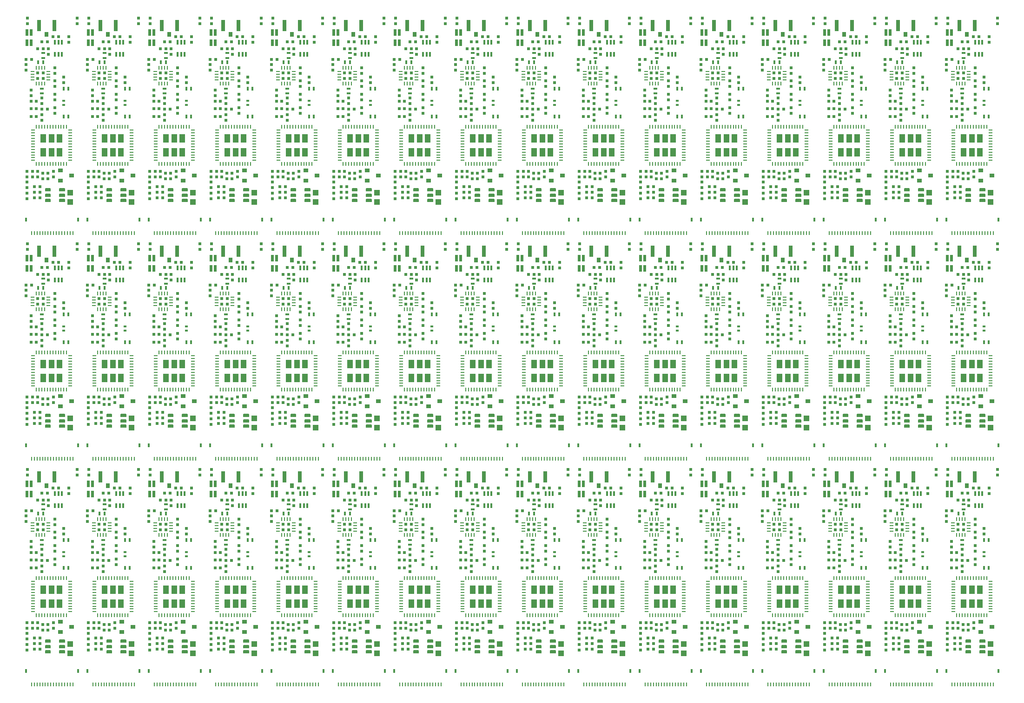
<source format=gtp>
G04 EAGLE Gerber RS-274X export*
G75*
%MOMM*%
%FSLAX34Y34*%
%LPD*%
%INSolderpaste Top*%
%IPPOS*%
%AMOC8*
5,1,8,0,0,1.08239X$1,22.5*%
G01*
%ADD10R,0.250000X0.700000*%
%ADD11R,0.700000X0.250000*%
%ADD12R,1.000000X1.500000*%
%ADD13R,0.250000X0.800000*%
%ADD14R,0.800000X0.250000*%
%ADD15R,0.600000X0.600000*%
%ADD16R,0.450000X0.950000*%
%ADD17R,0.800000X0.850000*%
%ADD18R,0.700000X2.000000*%
%ADD19R,0.660400X0.355600*%
%ADD20R,0.355600X0.660400*%
%ADD21R,0.600000X0.400000*%
%ADD22R,0.550000X1.150000*%
%ADD23R,1.000000X1.100000*%
%ADD24C,0.180000*%
%ADD25R,0.900000X0.800000*%
%ADD26R,0.400000X0.800000*%
%ADD27R,0.250000X0.650000*%


D10*
X24570Y133640D03*
X29570Y133640D03*
X34570Y133640D03*
X39570Y133640D03*
X44570Y133640D03*
X49570Y133640D03*
X54570Y133640D03*
X59570Y133640D03*
X64570Y133640D03*
X69570Y133640D03*
X74570Y133640D03*
X79570Y133640D03*
D11*
X86070Y140140D03*
X86070Y145140D03*
X86070Y150140D03*
X86070Y155140D03*
X86070Y160140D03*
X86070Y165140D03*
X86070Y170140D03*
X86070Y175140D03*
X86070Y180140D03*
X86070Y185140D03*
X86070Y190140D03*
X86070Y195140D03*
D10*
X79570Y201640D03*
X74570Y201640D03*
X69570Y201640D03*
X64570Y201640D03*
X59570Y201640D03*
X54570Y201640D03*
X49570Y201640D03*
X44570Y201640D03*
X39570Y201640D03*
X34570Y201640D03*
X29570Y201640D03*
X24570Y201640D03*
D11*
X18070Y195140D03*
X18070Y190140D03*
X18070Y185140D03*
X18070Y180140D03*
X18070Y175140D03*
X18070Y170140D03*
X18070Y165140D03*
X18070Y160140D03*
X18070Y155140D03*
X18070Y150140D03*
X18070Y145140D03*
X18070Y140140D03*
D12*
X37070Y155140D03*
X37070Y180140D03*
X67070Y180140D03*
X67070Y155140D03*
X52070Y155140D03*
X52070Y180140D03*
D13*
X24250Y280140D03*
X29250Y280140D03*
X34250Y280140D03*
X39250Y280140D03*
D14*
X46250Y287140D03*
X46250Y292140D03*
X46250Y297140D03*
X46250Y302140D03*
D13*
X39250Y309140D03*
X34250Y309140D03*
X29250Y309140D03*
X24250Y309140D03*
D14*
X17250Y302140D03*
X17250Y297140D03*
X17250Y292140D03*
X17250Y287140D03*
D15*
X26750Y289640D03*
X26750Y299640D03*
X36750Y299640D03*
X36750Y289640D03*
D16*
X58270Y333170D03*
X64770Y333170D03*
X71270Y333170D03*
X71270Y355170D03*
X64770Y355170D03*
X58270Y355170D03*
D15*
X46355Y333455D03*
X46355Y343455D03*
X74295Y292020D03*
X74295Y282020D03*
X54690Y365760D03*
X64690Y365760D03*
D17*
X43180Y369560D03*
D18*
X57180Y385810D03*
X29180Y385810D03*
D15*
X44370Y356235D03*
X34370Y356235D03*
X83820Y355680D03*
X83820Y365680D03*
X7620Y109935D03*
X7620Y119935D03*
X26670Y119935D03*
X26670Y109935D03*
X17145Y119935D03*
X17145Y109935D03*
X36195Y116760D03*
X36195Y106760D03*
X55245Y119935D03*
X55245Y109935D03*
X45720Y116760D03*
X45720Y106760D03*
X14605Y257890D03*
X14605Y267890D03*
X14685Y220345D03*
X24685Y220345D03*
X14685Y234315D03*
X24685Y234315D03*
X14685Y248285D03*
X24685Y248285D03*
X34290Y213440D03*
X34290Y223440D03*
X34290Y243920D03*
X34290Y253920D03*
X44370Y233680D03*
X34370Y233680D03*
D19*
X34290Y262382D03*
X34290Y271018D03*
D20*
X28067Y319405D03*
X36703Y319405D03*
D19*
X36830Y327152D03*
X36830Y335788D03*
D20*
X83058Y219710D03*
X74422Y219710D03*
X83058Y270510D03*
X74422Y270510D03*
D21*
X74295Y241110D03*
X74295Y249110D03*
D15*
X26750Y343535D03*
X36750Y343535D03*
X57785Y275035D03*
X57785Y285035D03*
X57785Y299165D03*
X57785Y309165D03*
D22*
X15430Y373355D03*
X7430Y373355D03*
X7430Y354355D03*
X15430Y354355D03*
D15*
X57785Y260270D03*
X57785Y250270D03*
X57785Y226140D03*
X57785Y236140D03*
X31035Y92075D03*
X21035Y92075D03*
D23*
X86360Y81525D03*
X86360Y64525D03*
D15*
X7620Y100250D03*
X7620Y90250D03*
D24*
X41070Y84235D02*
X49770Y84235D01*
X41070Y84235D02*
X41070Y88435D01*
X49770Y88435D01*
X49770Y84235D01*
X49770Y85945D02*
X41070Y85945D01*
X41070Y87655D02*
X49770Y87655D01*
X49770Y74735D02*
X41070Y74735D01*
X41070Y78935D01*
X49770Y78935D01*
X49770Y74735D01*
X49770Y76445D02*
X41070Y76445D01*
X41070Y78155D02*
X49770Y78155D01*
X49770Y65235D02*
X41070Y65235D01*
X41070Y69435D01*
X49770Y69435D01*
X49770Y65235D01*
X49770Y66945D02*
X41070Y66945D01*
X41070Y68655D02*
X49770Y68655D01*
X67070Y65235D02*
X75770Y65235D01*
X67070Y65235D02*
X67070Y69435D01*
X75770Y69435D01*
X75770Y65235D01*
X75770Y66945D02*
X67070Y66945D01*
X67070Y68655D02*
X75770Y68655D01*
X75770Y74735D02*
X67070Y74735D01*
X67070Y78935D01*
X75770Y78935D01*
X75770Y74735D01*
X75770Y76445D02*
X67070Y76445D01*
X67070Y78155D02*
X75770Y78155D01*
X75770Y84235D02*
X67070Y84235D01*
X67070Y88435D01*
X75770Y88435D01*
X75770Y84235D01*
X75770Y85945D02*
X67070Y85945D01*
X67070Y87655D02*
X75770Y87655D01*
D25*
X68105Y121895D03*
X68105Y102895D03*
X89105Y112395D03*
D15*
X7620Y80565D03*
X7620Y70565D03*
X31035Y81915D03*
X21035Y81915D03*
X31035Y71755D03*
X21035Y71755D03*
D26*
X100840Y32455D03*
D27*
X90840Y7455D03*
X85840Y7455D03*
D26*
X5840Y32455D03*
D27*
X80840Y7455D03*
X75840Y7455D03*
X70840Y7455D03*
X65840Y7455D03*
X60840Y7455D03*
X55840Y7455D03*
X50840Y7455D03*
X45840Y7455D03*
X40840Y7455D03*
X35840Y7455D03*
X30840Y7455D03*
X25840Y7455D03*
X20840Y7455D03*
X15840Y7455D03*
D15*
X5795Y324485D03*
X15795Y324485D03*
X5715Y304880D03*
X5715Y314880D03*
X8255Y389335D03*
X8255Y399335D03*
X98425Y389335D03*
X98425Y399335D03*
D10*
X136330Y133640D03*
X141330Y133640D03*
X146330Y133640D03*
X151330Y133640D03*
X156330Y133640D03*
X161330Y133640D03*
X166330Y133640D03*
X171330Y133640D03*
X176330Y133640D03*
X181330Y133640D03*
X186330Y133640D03*
X191330Y133640D03*
D11*
X197830Y140140D03*
X197830Y145140D03*
X197830Y150140D03*
X197830Y155140D03*
X197830Y160140D03*
X197830Y165140D03*
X197830Y170140D03*
X197830Y175140D03*
X197830Y180140D03*
X197830Y185140D03*
X197830Y190140D03*
X197830Y195140D03*
D10*
X191330Y201640D03*
X186330Y201640D03*
X181330Y201640D03*
X176330Y201640D03*
X171330Y201640D03*
X166330Y201640D03*
X161330Y201640D03*
X156330Y201640D03*
X151330Y201640D03*
X146330Y201640D03*
X141330Y201640D03*
X136330Y201640D03*
D11*
X129830Y195140D03*
X129830Y190140D03*
X129830Y185140D03*
X129830Y180140D03*
X129830Y175140D03*
X129830Y170140D03*
X129830Y165140D03*
X129830Y160140D03*
X129830Y155140D03*
X129830Y150140D03*
X129830Y145140D03*
X129830Y140140D03*
D12*
X148830Y155140D03*
X148830Y180140D03*
X178830Y180140D03*
X178830Y155140D03*
X163830Y155140D03*
X163830Y180140D03*
D13*
X136010Y280140D03*
X141010Y280140D03*
X146010Y280140D03*
X151010Y280140D03*
D14*
X158010Y287140D03*
X158010Y292140D03*
X158010Y297140D03*
X158010Y302140D03*
D13*
X151010Y309140D03*
X146010Y309140D03*
X141010Y309140D03*
X136010Y309140D03*
D14*
X129010Y302140D03*
X129010Y297140D03*
X129010Y292140D03*
X129010Y287140D03*
D15*
X138510Y289640D03*
X138510Y299640D03*
X148510Y299640D03*
X148510Y289640D03*
D16*
X170030Y333170D03*
X176530Y333170D03*
X183030Y333170D03*
X183030Y355170D03*
X176530Y355170D03*
X170030Y355170D03*
D15*
X158115Y333455D03*
X158115Y343455D03*
X186055Y292020D03*
X186055Y282020D03*
X166450Y365760D03*
X176450Y365760D03*
D17*
X154940Y369560D03*
D18*
X168940Y385810D03*
X140940Y385810D03*
D15*
X156130Y356235D03*
X146130Y356235D03*
X195580Y355680D03*
X195580Y365680D03*
X119380Y109935D03*
X119380Y119935D03*
X138430Y119935D03*
X138430Y109935D03*
X128905Y119935D03*
X128905Y109935D03*
X147955Y116760D03*
X147955Y106760D03*
X167005Y119935D03*
X167005Y109935D03*
X157480Y116760D03*
X157480Y106760D03*
X126365Y257890D03*
X126365Y267890D03*
X126445Y220345D03*
X136445Y220345D03*
X126445Y234315D03*
X136445Y234315D03*
X126445Y248285D03*
X136445Y248285D03*
X146050Y213440D03*
X146050Y223440D03*
X146050Y243920D03*
X146050Y253920D03*
X156130Y233680D03*
X146130Y233680D03*
D19*
X146050Y262382D03*
X146050Y271018D03*
D20*
X139827Y319405D03*
X148463Y319405D03*
D19*
X148590Y327152D03*
X148590Y335788D03*
D20*
X194818Y219710D03*
X186182Y219710D03*
X194818Y270510D03*
X186182Y270510D03*
D21*
X186055Y241110D03*
X186055Y249110D03*
D15*
X138510Y343535D03*
X148510Y343535D03*
X169545Y275035D03*
X169545Y285035D03*
X169545Y299165D03*
X169545Y309165D03*
D22*
X127190Y373355D03*
X119190Y373355D03*
X119190Y354355D03*
X127190Y354355D03*
D15*
X169545Y260270D03*
X169545Y250270D03*
X169545Y226140D03*
X169545Y236140D03*
X142795Y92075D03*
X132795Y92075D03*
D23*
X198120Y81525D03*
X198120Y64525D03*
D15*
X119380Y100250D03*
X119380Y90250D03*
D24*
X152830Y84235D02*
X161530Y84235D01*
X152830Y84235D02*
X152830Y88435D01*
X161530Y88435D01*
X161530Y84235D01*
X161530Y85945D02*
X152830Y85945D01*
X152830Y87655D02*
X161530Y87655D01*
X161530Y74735D02*
X152830Y74735D01*
X152830Y78935D01*
X161530Y78935D01*
X161530Y74735D01*
X161530Y76445D02*
X152830Y76445D01*
X152830Y78155D02*
X161530Y78155D01*
X161530Y65235D02*
X152830Y65235D01*
X152830Y69435D01*
X161530Y69435D01*
X161530Y65235D01*
X161530Y66945D02*
X152830Y66945D01*
X152830Y68655D02*
X161530Y68655D01*
X178830Y65235D02*
X187530Y65235D01*
X178830Y65235D02*
X178830Y69435D01*
X187530Y69435D01*
X187530Y65235D01*
X187530Y66945D02*
X178830Y66945D01*
X178830Y68655D02*
X187530Y68655D01*
X187530Y74735D02*
X178830Y74735D01*
X178830Y78935D01*
X187530Y78935D01*
X187530Y74735D01*
X187530Y76445D02*
X178830Y76445D01*
X178830Y78155D02*
X187530Y78155D01*
X187530Y84235D02*
X178830Y84235D01*
X178830Y88435D01*
X187530Y88435D01*
X187530Y84235D01*
X187530Y85945D02*
X178830Y85945D01*
X178830Y87655D02*
X187530Y87655D01*
D25*
X179865Y121895D03*
X179865Y102895D03*
X200865Y112395D03*
D15*
X119380Y80565D03*
X119380Y70565D03*
X142795Y81915D03*
X132795Y81915D03*
X142795Y71755D03*
X132795Y71755D03*
D26*
X212600Y32455D03*
D27*
X202600Y7455D03*
X197600Y7455D03*
D26*
X117600Y32455D03*
D27*
X192600Y7455D03*
X187600Y7455D03*
X182600Y7455D03*
X177600Y7455D03*
X172600Y7455D03*
X167600Y7455D03*
X162600Y7455D03*
X157600Y7455D03*
X152600Y7455D03*
X147600Y7455D03*
X142600Y7455D03*
X137600Y7455D03*
X132600Y7455D03*
X127600Y7455D03*
D15*
X117555Y324485D03*
X127555Y324485D03*
X117475Y304880D03*
X117475Y314880D03*
X120015Y389335D03*
X120015Y399335D03*
X210185Y389335D03*
X210185Y399335D03*
D10*
X248090Y133640D03*
X253090Y133640D03*
X258090Y133640D03*
X263090Y133640D03*
X268090Y133640D03*
X273090Y133640D03*
X278090Y133640D03*
X283090Y133640D03*
X288090Y133640D03*
X293090Y133640D03*
X298090Y133640D03*
X303090Y133640D03*
D11*
X309590Y140140D03*
X309590Y145140D03*
X309590Y150140D03*
X309590Y155140D03*
X309590Y160140D03*
X309590Y165140D03*
X309590Y170140D03*
X309590Y175140D03*
X309590Y180140D03*
X309590Y185140D03*
X309590Y190140D03*
X309590Y195140D03*
D10*
X303090Y201640D03*
X298090Y201640D03*
X293090Y201640D03*
X288090Y201640D03*
X283090Y201640D03*
X278090Y201640D03*
X273090Y201640D03*
X268090Y201640D03*
X263090Y201640D03*
X258090Y201640D03*
X253090Y201640D03*
X248090Y201640D03*
D11*
X241590Y195140D03*
X241590Y190140D03*
X241590Y185140D03*
X241590Y180140D03*
X241590Y175140D03*
X241590Y170140D03*
X241590Y165140D03*
X241590Y160140D03*
X241590Y155140D03*
X241590Y150140D03*
X241590Y145140D03*
X241590Y140140D03*
D12*
X260590Y155140D03*
X260590Y180140D03*
X290590Y180140D03*
X290590Y155140D03*
X275590Y155140D03*
X275590Y180140D03*
D13*
X247770Y280140D03*
X252770Y280140D03*
X257770Y280140D03*
X262770Y280140D03*
D14*
X269770Y287140D03*
X269770Y292140D03*
X269770Y297140D03*
X269770Y302140D03*
D13*
X262770Y309140D03*
X257770Y309140D03*
X252770Y309140D03*
X247770Y309140D03*
D14*
X240770Y302140D03*
X240770Y297140D03*
X240770Y292140D03*
X240770Y287140D03*
D15*
X250270Y289640D03*
X250270Y299640D03*
X260270Y299640D03*
X260270Y289640D03*
D16*
X281790Y333170D03*
X288290Y333170D03*
X294790Y333170D03*
X294790Y355170D03*
X288290Y355170D03*
X281790Y355170D03*
D15*
X269875Y333455D03*
X269875Y343455D03*
X297815Y292020D03*
X297815Y282020D03*
X278210Y365760D03*
X288210Y365760D03*
D17*
X266700Y369560D03*
D18*
X280700Y385810D03*
X252700Y385810D03*
D15*
X267890Y356235D03*
X257890Y356235D03*
X307340Y355680D03*
X307340Y365680D03*
X231140Y109935D03*
X231140Y119935D03*
X250190Y119935D03*
X250190Y109935D03*
X240665Y119935D03*
X240665Y109935D03*
X259715Y116760D03*
X259715Y106760D03*
X278765Y119935D03*
X278765Y109935D03*
X269240Y116760D03*
X269240Y106760D03*
X238125Y257890D03*
X238125Y267890D03*
X238205Y220345D03*
X248205Y220345D03*
X238205Y234315D03*
X248205Y234315D03*
X238205Y248285D03*
X248205Y248285D03*
X257810Y213440D03*
X257810Y223440D03*
X257810Y243920D03*
X257810Y253920D03*
X267890Y233680D03*
X257890Y233680D03*
D19*
X257810Y262382D03*
X257810Y271018D03*
D20*
X251587Y319405D03*
X260223Y319405D03*
D19*
X260350Y327152D03*
X260350Y335788D03*
D20*
X306578Y219710D03*
X297942Y219710D03*
X306578Y270510D03*
X297942Y270510D03*
D21*
X297815Y241110D03*
X297815Y249110D03*
D15*
X250270Y343535D03*
X260270Y343535D03*
X281305Y275035D03*
X281305Y285035D03*
X281305Y299165D03*
X281305Y309165D03*
D22*
X238950Y373355D03*
X230950Y373355D03*
X230950Y354355D03*
X238950Y354355D03*
D15*
X281305Y260270D03*
X281305Y250270D03*
X281305Y226140D03*
X281305Y236140D03*
X254555Y92075D03*
X244555Y92075D03*
D23*
X309880Y81525D03*
X309880Y64525D03*
D15*
X231140Y100250D03*
X231140Y90250D03*
D24*
X264590Y84235D02*
X273290Y84235D01*
X264590Y84235D02*
X264590Y88435D01*
X273290Y88435D01*
X273290Y84235D01*
X273290Y85945D02*
X264590Y85945D01*
X264590Y87655D02*
X273290Y87655D01*
X273290Y74735D02*
X264590Y74735D01*
X264590Y78935D01*
X273290Y78935D01*
X273290Y74735D01*
X273290Y76445D02*
X264590Y76445D01*
X264590Y78155D02*
X273290Y78155D01*
X273290Y65235D02*
X264590Y65235D01*
X264590Y69435D01*
X273290Y69435D01*
X273290Y65235D01*
X273290Y66945D02*
X264590Y66945D01*
X264590Y68655D02*
X273290Y68655D01*
X290590Y65235D02*
X299290Y65235D01*
X290590Y65235D02*
X290590Y69435D01*
X299290Y69435D01*
X299290Y65235D01*
X299290Y66945D02*
X290590Y66945D01*
X290590Y68655D02*
X299290Y68655D01*
X299290Y74735D02*
X290590Y74735D01*
X290590Y78935D01*
X299290Y78935D01*
X299290Y74735D01*
X299290Y76445D02*
X290590Y76445D01*
X290590Y78155D02*
X299290Y78155D01*
X299290Y84235D02*
X290590Y84235D01*
X290590Y88435D01*
X299290Y88435D01*
X299290Y84235D01*
X299290Y85945D02*
X290590Y85945D01*
X290590Y87655D02*
X299290Y87655D01*
D25*
X291625Y121895D03*
X291625Y102895D03*
X312625Y112395D03*
D15*
X231140Y80565D03*
X231140Y70565D03*
X254555Y81915D03*
X244555Y81915D03*
X254555Y71755D03*
X244555Y71755D03*
D26*
X324360Y32455D03*
D27*
X314360Y7455D03*
X309360Y7455D03*
D26*
X229360Y32455D03*
D27*
X304360Y7455D03*
X299360Y7455D03*
X294360Y7455D03*
X289360Y7455D03*
X284360Y7455D03*
X279360Y7455D03*
X274360Y7455D03*
X269360Y7455D03*
X264360Y7455D03*
X259360Y7455D03*
X254360Y7455D03*
X249360Y7455D03*
X244360Y7455D03*
X239360Y7455D03*
D15*
X229315Y324485D03*
X239315Y324485D03*
X229235Y304880D03*
X229235Y314880D03*
X231775Y389335D03*
X231775Y399335D03*
X321945Y389335D03*
X321945Y399335D03*
D10*
X359850Y133640D03*
X364850Y133640D03*
X369850Y133640D03*
X374850Y133640D03*
X379850Y133640D03*
X384850Y133640D03*
X389850Y133640D03*
X394850Y133640D03*
X399850Y133640D03*
X404850Y133640D03*
X409850Y133640D03*
X414850Y133640D03*
D11*
X421350Y140140D03*
X421350Y145140D03*
X421350Y150140D03*
X421350Y155140D03*
X421350Y160140D03*
X421350Y165140D03*
X421350Y170140D03*
X421350Y175140D03*
X421350Y180140D03*
X421350Y185140D03*
X421350Y190140D03*
X421350Y195140D03*
D10*
X414850Y201640D03*
X409850Y201640D03*
X404850Y201640D03*
X399850Y201640D03*
X394850Y201640D03*
X389850Y201640D03*
X384850Y201640D03*
X379850Y201640D03*
X374850Y201640D03*
X369850Y201640D03*
X364850Y201640D03*
X359850Y201640D03*
D11*
X353350Y195140D03*
X353350Y190140D03*
X353350Y185140D03*
X353350Y180140D03*
X353350Y175140D03*
X353350Y170140D03*
X353350Y165140D03*
X353350Y160140D03*
X353350Y155140D03*
X353350Y150140D03*
X353350Y145140D03*
X353350Y140140D03*
D12*
X372350Y155140D03*
X372350Y180140D03*
X402350Y180140D03*
X402350Y155140D03*
X387350Y155140D03*
X387350Y180140D03*
D13*
X359530Y280140D03*
X364530Y280140D03*
X369530Y280140D03*
X374530Y280140D03*
D14*
X381530Y287140D03*
X381530Y292140D03*
X381530Y297140D03*
X381530Y302140D03*
D13*
X374530Y309140D03*
X369530Y309140D03*
X364530Y309140D03*
X359530Y309140D03*
D14*
X352530Y302140D03*
X352530Y297140D03*
X352530Y292140D03*
X352530Y287140D03*
D15*
X362030Y289640D03*
X362030Y299640D03*
X372030Y299640D03*
X372030Y289640D03*
D16*
X393550Y333170D03*
X400050Y333170D03*
X406550Y333170D03*
X406550Y355170D03*
X400050Y355170D03*
X393550Y355170D03*
D15*
X381635Y333455D03*
X381635Y343455D03*
X409575Y292020D03*
X409575Y282020D03*
X389970Y365760D03*
X399970Y365760D03*
D17*
X378460Y369560D03*
D18*
X392460Y385810D03*
X364460Y385810D03*
D15*
X379650Y356235D03*
X369650Y356235D03*
X419100Y355680D03*
X419100Y365680D03*
X342900Y109935D03*
X342900Y119935D03*
X361950Y119935D03*
X361950Y109935D03*
X352425Y119935D03*
X352425Y109935D03*
X371475Y116760D03*
X371475Y106760D03*
X390525Y119935D03*
X390525Y109935D03*
X381000Y116760D03*
X381000Y106760D03*
X349885Y257890D03*
X349885Y267890D03*
X349965Y220345D03*
X359965Y220345D03*
X349965Y234315D03*
X359965Y234315D03*
X349965Y248285D03*
X359965Y248285D03*
X369570Y213440D03*
X369570Y223440D03*
X369570Y243920D03*
X369570Y253920D03*
X379650Y233680D03*
X369650Y233680D03*
D19*
X369570Y262382D03*
X369570Y271018D03*
D20*
X363347Y319405D03*
X371983Y319405D03*
D19*
X372110Y327152D03*
X372110Y335788D03*
D20*
X418338Y219710D03*
X409702Y219710D03*
X418338Y270510D03*
X409702Y270510D03*
D21*
X409575Y241110D03*
X409575Y249110D03*
D15*
X362030Y343535D03*
X372030Y343535D03*
X393065Y275035D03*
X393065Y285035D03*
X393065Y299165D03*
X393065Y309165D03*
D22*
X350710Y373355D03*
X342710Y373355D03*
X342710Y354355D03*
X350710Y354355D03*
D15*
X393065Y260270D03*
X393065Y250270D03*
X393065Y226140D03*
X393065Y236140D03*
X366315Y92075D03*
X356315Y92075D03*
D23*
X421640Y81525D03*
X421640Y64525D03*
D15*
X342900Y100250D03*
X342900Y90250D03*
D24*
X376350Y84235D02*
X385050Y84235D01*
X376350Y84235D02*
X376350Y88435D01*
X385050Y88435D01*
X385050Y84235D01*
X385050Y85945D02*
X376350Y85945D01*
X376350Y87655D02*
X385050Y87655D01*
X385050Y74735D02*
X376350Y74735D01*
X376350Y78935D01*
X385050Y78935D01*
X385050Y74735D01*
X385050Y76445D02*
X376350Y76445D01*
X376350Y78155D02*
X385050Y78155D01*
X385050Y65235D02*
X376350Y65235D01*
X376350Y69435D01*
X385050Y69435D01*
X385050Y65235D01*
X385050Y66945D02*
X376350Y66945D01*
X376350Y68655D02*
X385050Y68655D01*
X402350Y65235D02*
X411050Y65235D01*
X402350Y65235D02*
X402350Y69435D01*
X411050Y69435D01*
X411050Y65235D01*
X411050Y66945D02*
X402350Y66945D01*
X402350Y68655D02*
X411050Y68655D01*
X411050Y74735D02*
X402350Y74735D01*
X402350Y78935D01*
X411050Y78935D01*
X411050Y74735D01*
X411050Y76445D02*
X402350Y76445D01*
X402350Y78155D02*
X411050Y78155D01*
X411050Y84235D02*
X402350Y84235D01*
X402350Y88435D01*
X411050Y88435D01*
X411050Y84235D01*
X411050Y85945D02*
X402350Y85945D01*
X402350Y87655D02*
X411050Y87655D01*
D25*
X403385Y121895D03*
X403385Y102895D03*
X424385Y112395D03*
D15*
X342900Y80565D03*
X342900Y70565D03*
X366315Y81915D03*
X356315Y81915D03*
X366315Y71755D03*
X356315Y71755D03*
D26*
X436120Y32455D03*
D27*
X426120Y7455D03*
X421120Y7455D03*
D26*
X341120Y32455D03*
D27*
X416120Y7455D03*
X411120Y7455D03*
X406120Y7455D03*
X401120Y7455D03*
X396120Y7455D03*
X391120Y7455D03*
X386120Y7455D03*
X381120Y7455D03*
X376120Y7455D03*
X371120Y7455D03*
X366120Y7455D03*
X361120Y7455D03*
X356120Y7455D03*
X351120Y7455D03*
D15*
X341075Y324485D03*
X351075Y324485D03*
X340995Y304880D03*
X340995Y314880D03*
X343535Y389335D03*
X343535Y399335D03*
X433705Y389335D03*
X433705Y399335D03*
D10*
X471610Y133640D03*
X476610Y133640D03*
X481610Y133640D03*
X486610Y133640D03*
X491610Y133640D03*
X496610Y133640D03*
X501610Y133640D03*
X506610Y133640D03*
X511610Y133640D03*
X516610Y133640D03*
X521610Y133640D03*
X526610Y133640D03*
D11*
X533110Y140140D03*
X533110Y145140D03*
X533110Y150140D03*
X533110Y155140D03*
X533110Y160140D03*
X533110Y165140D03*
X533110Y170140D03*
X533110Y175140D03*
X533110Y180140D03*
X533110Y185140D03*
X533110Y190140D03*
X533110Y195140D03*
D10*
X526610Y201640D03*
X521610Y201640D03*
X516610Y201640D03*
X511610Y201640D03*
X506610Y201640D03*
X501610Y201640D03*
X496610Y201640D03*
X491610Y201640D03*
X486610Y201640D03*
X481610Y201640D03*
X476610Y201640D03*
X471610Y201640D03*
D11*
X465110Y195140D03*
X465110Y190140D03*
X465110Y185140D03*
X465110Y180140D03*
X465110Y175140D03*
X465110Y170140D03*
X465110Y165140D03*
X465110Y160140D03*
X465110Y155140D03*
X465110Y150140D03*
X465110Y145140D03*
X465110Y140140D03*
D12*
X484110Y155140D03*
X484110Y180140D03*
X514110Y180140D03*
X514110Y155140D03*
X499110Y155140D03*
X499110Y180140D03*
D13*
X471290Y280140D03*
X476290Y280140D03*
X481290Y280140D03*
X486290Y280140D03*
D14*
X493290Y287140D03*
X493290Y292140D03*
X493290Y297140D03*
X493290Y302140D03*
D13*
X486290Y309140D03*
X481290Y309140D03*
X476290Y309140D03*
X471290Y309140D03*
D14*
X464290Y302140D03*
X464290Y297140D03*
X464290Y292140D03*
X464290Y287140D03*
D15*
X473790Y289640D03*
X473790Y299640D03*
X483790Y299640D03*
X483790Y289640D03*
D16*
X505310Y333170D03*
X511810Y333170D03*
X518310Y333170D03*
X518310Y355170D03*
X511810Y355170D03*
X505310Y355170D03*
D15*
X493395Y333455D03*
X493395Y343455D03*
X521335Y292020D03*
X521335Y282020D03*
X501730Y365760D03*
X511730Y365760D03*
D17*
X490220Y369560D03*
D18*
X504220Y385810D03*
X476220Y385810D03*
D15*
X491410Y356235D03*
X481410Y356235D03*
X530860Y355680D03*
X530860Y365680D03*
X454660Y109935D03*
X454660Y119935D03*
X473710Y119935D03*
X473710Y109935D03*
X464185Y119935D03*
X464185Y109935D03*
X483235Y116760D03*
X483235Y106760D03*
X502285Y119935D03*
X502285Y109935D03*
X492760Y116760D03*
X492760Y106760D03*
X461645Y257890D03*
X461645Y267890D03*
X461725Y220345D03*
X471725Y220345D03*
X461725Y234315D03*
X471725Y234315D03*
X461725Y248285D03*
X471725Y248285D03*
X481330Y213440D03*
X481330Y223440D03*
X481330Y243920D03*
X481330Y253920D03*
X491410Y233680D03*
X481410Y233680D03*
D19*
X481330Y262382D03*
X481330Y271018D03*
D20*
X475107Y319405D03*
X483743Y319405D03*
D19*
X483870Y327152D03*
X483870Y335788D03*
D20*
X530098Y219710D03*
X521462Y219710D03*
X530098Y270510D03*
X521462Y270510D03*
D21*
X521335Y241110D03*
X521335Y249110D03*
D15*
X473790Y343535D03*
X483790Y343535D03*
X504825Y275035D03*
X504825Y285035D03*
X504825Y299165D03*
X504825Y309165D03*
D22*
X462470Y373355D03*
X454470Y373355D03*
X454470Y354355D03*
X462470Y354355D03*
D15*
X504825Y260270D03*
X504825Y250270D03*
X504825Y226140D03*
X504825Y236140D03*
X478075Y92075D03*
X468075Y92075D03*
D23*
X533400Y81525D03*
X533400Y64525D03*
D15*
X454660Y100250D03*
X454660Y90250D03*
D24*
X488110Y84235D02*
X496810Y84235D01*
X488110Y84235D02*
X488110Y88435D01*
X496810Y88435D01*
X496810Y84235D01*
X496810Y85945D02*
X488110Y85945D01*
X488110Y87655D02*
X496810Y87655D01*
X496810Y74735D02*
X488110Y74735D01*
X488110Y78935D01*
X496810Y78935D01*
X496810Y74735D01*
X496810Y76445D02*
X488110Y76445D01*
X488110Y78155D02*
X496810Y78155D01*
X496810Y65235D02*
X488110Y65235D01*
X488110Y69435D01*
X496810Y69435D01*
X496810Y65235D01*
X496810Y66945D02*
X488110Y66945D01*
X488110Y68655D02*
X496810Y68655D01*
X514110Y65235D02*
X522810Y65235D01*
X514110Y65235D02*
X514110Y69435D01*
X522810Y69435D01*
X522810Y65235D01*
X522810Y66945D02*
X514110Y66945D01*
X514110Y68655D02*
X522810Y68655D01*
X522810Y74735D02*
X514110Y74735D01*
X514110Y78935D01*
X522810Y78935D01*
X522810Y74735D01*
X522810Y76445D02*
X514110Y76445D01*
X514110Y78155D02*
X522810Y78155D01*
X522810Y84235D02*
X514110Y84235D01*
X514110Y88435D01*
X522810Y88435D01*
X522810Y84235D01*
X522810Y85945D02*
X514110Y85945D01*
X514110Y87655D02*
X522810Y87655D01*
D25*
X515145Y121895D03*
X515145Y102895D03*
X536145Y112395D03*
D15*
X454660Y80565D03*
X454660Y70565D03*
X478075Y81915D03*
X468075Y81915D03*
X478075Y71755D03*
X468075Y71755D03*
D26*
X547880Y32455D03*
D27*
X537880Y7455D03*
X532880Y7455D03*
D26*
X452880Y32455D03*
D27*
X527880Y7455D03*
X522880Y7455D03*
X517880Y7455D03*
X512880Y7455D03*
X507880Y7455D03*
X502880Y7455D03*
X497880Y7455D03*
X492880Y7455D03*
X487880Y7455D03*
X482880Y7455D03*
X477880Y7455D03*
X472880Y7455D03*
X467880Y7455D03*
X462880Y7455D03*
D15*
X452835Y324485D03*
X462835Y324485D03*
X452755Y304880D03*
X452755Y314880D03*
X455295Y389335D03*
X455295Y399335D03*
X545465Y389335D03*
X545465Y399335D03*
D10*
X583370Y133640D03*
X588370Y133640D03*
X593370Y133640D03*
X598370Y133640D03*
X603370Y133640D03*
X608370Y133640D03*
X613370Y133640D03*
X618370Y133640D03*
X623370Y133640D03*
X628370Y133640D03*
X633370Y133640D03*
X638370Y133640D03*
D11*
X644870Y140140D03*
X644870Y145140D03*
X644870Y150140D03*
X644870Y155140D03*
X644870Y160140D03*
X644870Y165140D03*
X644870Y170140D03*
X644870Y175140D03*
X644870Y180140D03*
X644870Y185140D03*
X644870Y190140D03*
X644870Y195140D03*
D10*
X638370Y201640D03*
X633370Y201640D03*
X628370Y201640D03*
X623370Y201640D03*
X618370Y201640D03*
X613370Y201640D03*
X608370Y201640D03*
X603370Y201640D03*
X598370Y201640D03*
X593370Y201640D03*
X588370Y201640D03*
X583370Y201640D03*
D11*
X576870Y195140D03*
X576870Y190140D03*
X576870Y185140D03*
X576870Y180140D03*
X576870Y175140D03*
X576870Y170140D03*
X576870Y165140D03*
X576870Y160140D03*
X576870Y155140D03*
X576870Y150140D03*
X576870Y145140D03*
X576870Y140140D03*
D12*
X595870Y155140D03*
X595870Y180140D03*
X625870Y180140D03*
X625870Y155140D03*
X610870Y155140D03*
X610870Y180140D03*
D13*
X583050Y280140D03*
X588050Y280140D03*
X593050Y280140D03*
X598050Y280140D03*
D14*
X605050Y287140D03*
X605050Y292140D03*
X605050Y297140D03*
X605050Y302140D03*
D13*
X598050Y309140D03*
X593050Y309140D03*
X588050Y309140D03*
X583050Y309140D03*
D14*
X576050Y302140D03*
X576050Y297140D03*
X576050Y292140D03*
X576050Y287140D03*
D15*
X585550Y289640D03*
X585550Y299640D03*
X595550Y299640D03*
X595550Y289640D03*
D16*
X617070Y333170D03*
X623570Y333170D03*
X630070Y333170D03*
X630070Y355170D03*
X623570Y355170D03*
X617070Y355170D03*
D15*
X605155Y333455D03*
X605155Y343455D03*
X633095Y292020D03*
X633095Y282020D03*
X613490Y365760D03*
X623490Y365760D03*
D17*
X601980Y369560D03*
D18*
X615980Y385810D03*
X587980Y385810D03*
D15*
X603170Y356235D03*
X593170Y356235D03*
X642620Y355680D03*
X642620Y365680D03*
X566420Y109935D03*
X566420Y119935D03*
X585470Y119935D03*
X585470Y109935D03*
X575945Y119935D03*
X575945Y109935D03*
X594995Y116760D03*
X594995Y106760D03*
X614045Y119935D03*
X614045Y109935D03*
X604520Y116760D03*
X604520Y106760D03*
X573405Y257890D03*
X573405Y267890D03*
X573485Y220345D03*
X583485Y220345D03*
X573485Y234315D03*
X583485Y234315D03*
X573485Y248285D03*
X583485Y248285D03*
X593090Y213440D03*
X593090Y223440D03*
X593090Y243920D03*
X593090Y253920D03*
X603170Y233680D03*
X593170Y233680D03*
D19*
X593090Y262382D03*
X593090Y271018D03*
D20*
X586867Y319405D03*
X595503Y319405D03*
D19*
X595630Y327152D03*
X595630Y335788D03*
D20*
X641858Y219710D03*
X633222Y219710D03*
X641858Y270510D03*
X633222Y270510D03*
D21*
X633095Y241110D03*
X633095Y249110D03*
D15*
X585550Y343535D03*
X595550Y343535D03*
X616585Y275035D03*
X616585Y285035D03*
X616585Y299165D03*
X616585Y309165D03*
D22*
X574230Y373355D03*
X566230Y373355D03*
X566230Y354355D03*
X574230Y354355D03*
D15*
X616585Y260270D03*
X616585Y250270D03*
X616585Y226140D03*
X616585Y236140D03*
X589835Y92075D03*
X579835Y92075D03*
D23*
X645160Y81525D03*
X645160Y64525D03*
D15*
X566420Y100250D03*
X566420Y90250D03*
D24*
X599870Y84235D02*
X608570Y84235D01*
X599870Y84235D02*
X599870Y88435D01*
X608570Y88435D01*
X608570Y84235D01*
X608570Y85945D02*
X599870Y85945D01*
X599870Y87655D02*
X608570Y87655D01*
X608570Y74735D02*
X599870Y74735D01*
X599870Y78935D01*
X608570Y78935D01*
X608570Y74735D01*
X608570Y76445D02*
X599870Y76445D01*
X599870Y78155D02*
X608570Y78155D01*
X608570Y65235D02*
X599870Y65235D01*
X599870Y69435D01*
X608570Y69435D01*
X608570Y65235D01*
X608570Y66945D02*
X599870Y66945D01*
X599870Y68655D02*
X608570Y68655D01*
X625870Y65235D02*
X634570Y65235D01*
X625870Y65235D02*
X625870Y69435D01*
X634570Y69435D01*
X634570Y65235D01*
X634570Y66945D02*
X625870Y66945D01*
X625870Y68655D02*
X634570Y68655D01*
X634570Y74735D02*
X625870Y74735D01*
X625870Y78935D01*
X634570Y78935D01*
X634570Y74735D01*
X634570Y76445D02*
X625870Y76445D01*
X625870Y78155D02*
X634570Y78155D01*
X634570Y84235D02*
X625870Y84235D01*
X625870Y88435D01*
X634570Y88435D01*
X634570Y84235D01*
X634570Y85945D02*
X625870Y85945D01*
X625870Y87655D02*
X634570Y87655D01*
D25*
X626905Y121895D03*
X626905Y102895D03*
X647905Y112395D03*
D15*
X566420Y80565D03*
X566420Y70565D03*
X589835Y81915D03*
X579835Y81915D03*
X589835Y71755D03*
X579835Y71755D03*
D26*
X659640Y32455D03*
D27*
X649640Y7455D03*
X644640Y7455D03*
D26*
X564640Y32455D03*
D27*
X639640Y7455D03*
X634640Y7455D03*
X629640Y7455D03*
X624640Y7455D03*
X619640Y7455D03*
X614640Y7455D03*
X609640Y7455D03*
X604640Y7455D03*
X599640Y7455D03*
X594640Y7455D03*
X589640Y7455D03*
X584640Y7455D03*
X579640Y7455D03*
X574640Y7455D03*
D15*
X564595Y324485D03*
X574595Y324485D03*
X564515Y304880D03*
X564515Y314880D03*
X567055Y389335D03*
X567055Y399335D03*
X657225Y389335D03*
X657225Y399335D03*
D10*
X695130Y133640D03*
X700130Y133640D03*
X705130Y133640D03*
X710130Y133640D03*
X715130Y133640D03*
X720130Y133640D03*
X725130Y133640D03*
X730130Y133640D03*
X735130Y133640D03*
X740130Y133640D03*
X745130Y133640D03*
X750130Y133640D03*
D11*
X756630Y140140D03*
X756630Y145140D03*
X756630Y150140D03*
X756630Y155140D03*
X756630Y160140D03*
X756630Y165140D03*
X756630Y170140D03*
X756630Y175140D03*
X756630Y180140D03*
X756630Y185140D03*
X756630Y190140D03*
X756630Y195140D03*
D10*
X750130Y201640D03*
X745130Y201640D03*
X740130Y201640D03*
X735130Y201640D03*
X730130Y201640D03*
X725130Y201640D03*
X720130Y201640D03*
X715130Y201640D03*
X710130Y201640D03*
X705130Y201640D03*
X700130Y201640D03*
X695130Y201640D03*
D11*
X688630Y195140D03*
X688630Y190140D03*
X688630Y185140D03*
X688630Y180140D03*
X688630Y175140D03*
X688630Y170140D03*
X688630Y165140D03*
X688630Y160140D03*
X688630Y155140D03*
X688630Y150140D03*
X688630Y145140D03*
X688630Y140140D03*
D12*
X707630Y155140D03*
X707630Y180140D03*
X737630Y180140D03*
X737630Y155140D03*
X722630Y155140D03*
X722630Y180140D03*
D13*
X694810Y280140D03*
X699810Y280140D03*
X704810Y280140D03*
X709810Y280140D03*
D14*
X716810Y287140D03*
X716810Y292140D03*
X716810Y297140D03*
X716810Y302140D03*
D13*
X709810Y309140D03*
X704810Y309140D03*
X699810Y309140D03*
X694810Y309140D03*
D14*
X687810Y302140D03*
X687810Y297140D03*
X687810Y292140D03*
X687810Y287140D03*
D15*
X697310Y289640D03*
X697310Y299640D03*
X707310Y299640D03*
X707310Y289640D03*
D16*
X728830Y333170D03*
X735330Y333170D03*
X741830Y333170D03*
X741830Y355170D03*
X735330Y355170D03*
X728830Y355170D03*
D15*
X716915Y333455D03*
X716915Y343455D03*
X744855Y292020D03*
X744855Y282020D03*
X725250Y365760D03*
X735250Y365760D03*
D17*
X713740Y369560D03*
D18*
X727740Y385810D03*
X699740Y385810D03*
D15*
X714930Y356235D03*
X704930Y356235D03*
X754380Y355680D03*
X754380Y365680D03*
X678180Y109935D03*
X678180Y119935D03*
X697230Y119935D03*
X697230Y109935D03*
X687705Y119935D03*
X687705Y109935D03*
X706755Y116760D03*
X706755Y106760D03*
X725805Y119935D03*
X725805Y109935D03*
X716280Y116760D03*
X716280Y106760D03*
X685165Y257890D03*
X685165Y267890D03*
X685245Y220345D03*
X695245Y220345D03*
X685245Y234315D03*
X695245Y234315D03*
X685245Y248285D03*
X695245Y248285D03*
X704850Y213440D03*
X704850Y223440D03*
X704850Y243920D03*
X704850Y253920D03*
X714930Y233680D03*
X704930Y233680D03*
D19*
X704850Y262382D03*
X704850Y271018D03*
D20*
X698627Y319405D03*
X707263Y319405D03*
D19*
X707390Y327152D03*
X707390Y335788D03*
D20*
X753618Y219710D03*
X744982Y219710D03*
X753618Y270510D03*
X744982Y270510D03*
D21*
X744855Y241110D03*
X744855Y249110D03*
D15*
X697310Y343535D03*
X707310Y343535D03*
X728345Y275035D03*
X728345Y285035D03*
X728345Y299165D03*
X728345Y309165D03*
D22*
X685990Y373355D03*
X677990Y373355D03*
X677990Y354355D03*
X685990Y354355D03*
D15*
X728345Y260270D03*
X728345Y250270D03*
X728345Y226140D03*
X728345Y236140D03*
X701595Y92075D03*
X691595Y92075D03*
D23*
X756920Y81525D03*
X756920Y64525D03*
D15*
X678180Y100250D03*
X678180Y90250D03*
D24*
X711630Y84235D02*
X720330Y84235D01*
X711630Y84235D02*
X711630Y88435D01*
X720330Y88435D01*
X720330Y84235D01*
X720330Y85945D02*
X711630Y85945D01*
X711630Y87655D02*
X720330Y87655D01*
X720330Y74735D02*
X711630Y74735D01*
X711630Y78935D01*
X720330Y78935D01*
X720330Y74735D01*
X720330Y76445D02*
X711630Y76445D01*
X711630Y78155D02*
X720330Y78155D01*
X720330Y65235D02*
X711630Y65235D01*
X711630Y69435D01*
X720330Y69435D01*
X720330Y65235D01*
X720330Y66945D02*
X711630Y66945D01*
X711630Y68655D02*
X720330Y68655D01*
X737630Y65235D02*
X746330Y65235D01*
X737630Y65235D02*
X737630Y69435D01*
X746330Y69435D01*
X746330Y65235D01*
X746330Y66945D02*
X737630Y66945D01*
X737630Y68655D02*
X746330Y68655D01*
X746330Y74735D02*
X737630Y74735D01*
X737630Y78935D01*
X746330Y78935D01*
X746330Y74735D01*
X746330Y76445D02*
X737630Y76445D01*
X737630Y78155D02*
X746330Y78155D01*
X746330Y84235D02*
X737630Y84235D01*
X737630Y88435D01*
X746330Y88435D01*
X746330Y84235D01*
X746330Y85945D02*
X737630Y85945D01*
X737630Y87655D02*
X746330Y87655D01*
D25*
X738665Y121895D03*
X738665Y102895D03*
X759665Y112395D03*
D15*
X678180Y80565D03*
X678180Y70565D03*
X701595Y81915D03*
X691595Y81915D03*
X701595Y71755D03*
X691595Y71755D03*
D26*
X771400Y32455D03*
D27*
X761400Y7455D03*
X756400Y7455D03*
D26*
X676400Y32455D03*
D27*
X751400Y7455D03*
X746400Y7455D03*
X741400Y7455D03*
X736400Y7455D03*
X731400Y7455D03*
X726400Y7455D03*
X721400Y7455D03*
X716400Y7455D03*
X711400Y7455D03*
X706400Y7455D03*
X701400Y7455D03*
X696400Y7455D03*
X691400Y7455D03*
X686400Y7455D03*
D15*
X676355Y324485D03*
X686355Y324485D03*
X676275Y304880D03*
X676275Y314880D03*
X678815Y389335D03*
X678815Y399335D03*
X768985Y389335D03*
X768985Y399335D03*
D10*
X806890Y133640D03*
X811890Y133640D03*
X816890Y133640D03*
X821890Y133640D03*
X826890Y133640D03*
X831890Y133640D03*
X836890Y133640D03*
X841890Y133640D03*
X846890Y133640D03*
X851890Y133640D03*
X856890Y133640D03*
X861890Y133640D03*
D11*
X868390Y140140D03*
X868390Y145140D03*
X868390Y150140D03*
X868390Y155140D03*
X868390Y160140D03*
X868390Y165140D03*
X868390Y170140D03*
X868390Y175140D03*
X868390Y180140D03*
X868390Y185140D03*
X868390Y190140D03*
X868390Y195140D03*
D10*
X861890Y201640D03*
X856890Y201640D03*
X851890Y201640D03*
X846890Y201640D03*
X841890Y201640D03*
X836890Y201640D03*
X831890Y201640D03*
X826890Y201640D03*
X821890Y201640D03*
X816890Y201640D03*
X811890Y201640D03*
X806890Y201640D03*
D11*
X800390Y195140D03*
X800390Y190140D03*
X800390Y185140D03*
X800390Y180140D03*
X800390Y175140D03*
X800390Y170140D03*
X800390Y165140D03*
X800390Y160140D03*
X800390Y155140D03*
X800390Y150140D03*
X800390Y145140D03*
X800390Y140140D03*
D12*
X819390Y155140D03*
X819390Y180140D03*
X849390Y180140D03*
X849390Y155140D03*
X834390Y155140D03*
X834390Y180140D03*
D13*
X806570Y280140D03*
X811570Y280140D03*
X816570Y280140D03*
X821570Y280140D03*
D14*
X828570Y287140D03*
X828570Y292140D03*
X828570Y297140D03*
X828570Y302140D03*
D13*
X821570Y309140D03*
X816570Y309140D03*
X811570Y309140D03*
X806570Y309140D03*
D14*
X799570Y302140D03*
X799570Y297140D03*
X799570Y292140D03*
X799570Y287140D03*
D15*
X809070Y289640D03*
X809070Y299640D03*
X819070Y299640D03*
X819070Y289640D03*
D16*
X840590Y333170D03*
X847090Y333170D03*
X853590Y333170D03*
X853590Y355170D03*
X847090Y355170D03*
X840590Y355170D03*
D15*
X828675Y333455D03*
X828675Y343455D03*
X856615Y292020D03*
X856615Y282020D03*
X837010Y365760D03*
X847010Y365760D03*
D17*
X825500Y369560D03*
D18*
X839500Y385810D03*
X811500Y385810D03*
D15*
X826690Y356235D03*
X816690Y356235D03*
X866140Y355680D03*
X866140Y365680D03*
X789940Y109935D03*
X789940Y119935D03*
X808990Y119935D03*
X808990Y109935D03*
X799465Y119935D03*
X799465Y109935D03*
X818515Y116760D03*
X818515Y106760D03*
X837565Y119935D03*
X837565Y109935D03*
X828040Y116760D03*
X828040Y106760D03*
X796925Y257890D03*
X796925Y267890D03*
X797005Y220345D03*
X807005Y220345D03*
X797005Y234315D03*
X807005Y234315D03*
X797005Y248285D03*
X807005Y248285D03*
X816610Y213440D03*
X816610Y223440D03*
X816610Y243920D03*
X816610Y253920D03*
X826690Y233680D03*
X816690Y233680D03*
D19*
X816610Y262382D03*
X816610Y271018D03*
D20*
X810387Y319405D03*
X819023Y319405D03*
D19*
X819150Y327152D03*
X819150Y335788D03*
D20*
X865378Y219710D03*
X856742Y219710D03*
X865378Y270510D03*
X856742Y270510D03*
D21*
X856615Y241110D03*
X856615Y249110D03*
D15*
X809070Y343535D03*
X819070Y343535D03*
X840105Y275035D03*
X840105Y285035D03*
X840105Y299165D03*
X840105Y309165D03*
D22*
X797750Y373355D03*
X789750Y373355D03*
X789750Y354355D03*
X797750Y354355D03*
D15*
X840105Y260270D03*
X840105Y250270D03*
X840105Y226140D03*
X840105Y236140D03*
X813355Y92075D03*
X803355Y92075D03*
D23*
X868680Y81525D03*
X868680Y64525D03*
D15*
X789940Y100250D03*
X789940Y90250D03*
D24*
X823390Y84235D02*
X832090Y84235D01*
X823390Y84235D02*
X823390Y88435D01*
X832090Y88435D01*
X832090Y84235D01*
X832090Y85945D02*
X823390Y85945D01*
X823390Y87655D02*
X832090Y87655D01*
X832090Y74735D02*
X823390Y74735D01*
X823390Y78935D01*
X832090Y78935D01*
X832090Y74735D01*
X832090Y76445D02*
X823390Y76445D01*
X823390Y78155D02*
X832090Y78155D01*
X832090Y65235D02*
X823390Y65235D01*
X823390Y69435D01*
X832090Y69435D01*
X832090Y65235D01*
X832090Y66945D02*
X823390Y66945D01*
X823390Y68655D02*
X832090Y68655D01*
X849390Y65235D02*
X858090Y65235D01*
X849390Y65235D02*
X849390Y69435D01*
X858090Y69435D01*
X858090Y65235D01*
X858090Y66945D02*
X849390Y66945D01*
X849390Y68655D02*
X858090Y68655D01*
X858090Y74735D02*
X849390Y74735D01*
X849390Y78935D01*
X858090Y78935D01*
X858090Y74735D01*
X858090Y76445D02*
X849390Y76445D01*
X849390Y78155D02*
X858090Y78155D01*
X858090Y84235D02*
X849390Y84235D01*
X849390Y88435D01*
X858090Y88435D01*
X858090Y84235D01*
X858090Y85945D02*
X849390Y85945D01*
X849390Y87655D02*
X858090Y87655D01*
D25*
X850425Y121895D03*
X850425Y102895D03*
X871425Y112395D03*
D15*
X789940Y80565D03*
X789940Y70565D03*
X813355Y81915D03*
X803355Y81915D03*
X813355Y71755D03*
X803355Y71755D03*
D26*
X883160Y32455D03*
D27*
X873160Y7455D03*
X868160Y7455D03*
D26*
X788160Y32455D03*
D27*
X863160Y7455D03*
X858160Y7455D03*
X853160Y7455D03*
X848160Y7455D03*
X843160Y7455D03*
X838160Y7455D03*
X833160Y7455D03*
X828160Y7455D03*
X823160Y7455D03*
X818160Y7455D03*
X813160Y7455D03*
X808160Y7455D03*
X803160Y7455D03*
X798160Y7455D03*
D15*
X788115Y324485D03*
X798115Y324485D03*
X788035Y304880D03*
X788035Y314880D03*
X790575Y389335D03*
X790575Y399335D03*
X880745Y389335D03*
X880745Y399335D03*
D10*
X918650Y133640D03*
X923650Y133640D03*
X928650Y133640D03*
X933650Y133640D03*
X938650Y133640D03*
X943650Y133640D03*
X948650Y133640D03*
X953650Y133640D03*
X958650Y133640D03*
X963650Y133640D03*
X968650Y133640D03*
X973650Y133640D03*
D11*
X980150Y140140D03*
X980150Y145140D03*
X980150Y150140D03*
X980150Y155140D03*
X980150Y160140D03*
X980150Y165140D03*
X980150Y170140D03*
X980150Y175140D03*
X980150Y180140D03*
X980150Y185140D03*
X980150Y190140D03*
X980150Y195140D03*
D10*
X973650Y201640D03*
X968650Y201640D03*
X963650Y201640D03*
X958650Y201640D03*
X953650Y201640D03*
X948650Y201640D03*
X943650Y201640D03*
X938650Y201640D03*
X933650Y201640D03*
X928650Y201640D03*
X923650Y201640D03*
X918650Y201640D03*
D11*
X912150Y195140D03*
X912150Y190140D03*
X912150Y185140D03*
X912150Y180140D03*
X912150Y175140D03*
X912150Y170140D03*
X912150Y165140D03*
X912150Y160140D03*
X912150Y155140D03*
X912150Y150140D03*
X912150Y145140D03*
X912150Y140140D03*
D12*
X931150Y155140D03*
X931150Y180140D03*
X961150Y180140D03*
X961150Y155140D03*
X946150Y155140D03*
X946150Y180140D03*
D13*
X918330Y280140D03*
X923330Y280140D03*
X928330Y280140D03*
X933330Y280140D03*
D14*
X940330Y287140D03*
X940330Y292140D03*
X940330Y297140D03*
X940330Y302140D03*
D13*
X933330Y309140D03*
X928330Y309140D03*
X923330Y309140D03*
X918330Y309140D03*
D14*
X911330Y302140D03*
X911330Y297140D03*
X911330Y292140D03*
X911330Y287140D03*
D15*
X920830Y289640D03*
X920830Y299640D03*
X930830Y299640D03*
X930830Y289640D03*
D16*
X952350Y333170D03*
X958850Y333170D03*
X965350Y333170D03*
X965350Y355170D03*
X958850Y355170D03*
X952350Y355170D03*
D15*
X940435Y333455D03*
X940435Y343455D03*
X968375Y292020D03*
X968375Y282020D03*
X948770Y365760D03*
X958770Y365760D03*
D17*
X937260Y369560D03*
D18*
X951260Y385810D03*
X923260Y385810D03*
D15*
X938450Y356235D03*
X928450Y356235D03*
X977900Y355680D03*
X977900Y365680D03*
X901700Y109935D03*
X901700Y119935D03*
X920750Y119935D03*
X920750Y109935D03*
X911225Y119935D03*
X911225Y109935D03*
X930275Y116760D03*
X930275Y106760D03*
X949325Y119935D03*
X949325Y109935D03*
X939800Y116760D03*
X939800Y106760D03*
X908685Y257890D03*
X908685Y267890D03*
X908765Y220345D03*
X918765Y220345D03*
X908765Y234315D03*
X918765Y234315D03*
X908765Y248285D03*
X918765Y248285D03*
X928370Y213440D03*
X928370Y223440D03*
X928370Y243920D03*
X928370Y253920D03*
X938450Y233680D03*
X928450Y233680D03*
D19*
X928370Y262382D03*
X928370Y271018D03*
D20*
X922147Y319405D03*
X930783Y319405D03*
D19*
X930910Y327152D03*
X930910Y335788D03*
D20*
X977138Y219710D03*
X968502Y219710D03*
X977138Y270510D03*
X968502Y270510D03*
D21*
X968375Y241110D03*
X968375Y249110D03*
D15*
X920830Y343535D03*
X930830Y343535D03*
X951865Y275035D03*
X951865Y285035D03*
X951865Y299165D03*
X951865Y309165D03*
D22*
X909510Y373355D03*
X901510Y373355D03*
X901510Y354355D03*
X909510Y354355D03*
D15*
X951865Y260270D03*
X951865Y250270D03*
X951865Y226140D03*
X951865Y236140D03*
X925115Y92075D03*
X915115Y92075D03*
D23*
X980440Y81525D03*
X980440Y64525D03*
D15*
X901700Y100250D03*
X901700Y90250D03*
D24*
X935150Y84235D02*
X943850Y84235D01*
X935150Y84235D02*
X935150Y88435D01*
X943850Y88435D01*
X943850Y84235D01*
X943850Y85945D02*
X935150Y85945D01*
X935150Y87655D02*
X943850Y87655D01*
X943850Y74735D02*
X935150Y74735D01*
X935150Y78935D01*
X943850Y78935D01*
X943850Y74735D01*
X943850Y76445D02*
X935150Y76445D01*
X935150Y78155D02*
X943850Y78155D01*
X943850Y65235D02*
X935150Y65235D01*
X935150Y69435D01*
X943850Y69435D01*
X943850Y65235D01*
X943850Y66945D02*
X935150Y66945D01*
X935150Y68655D02*
X943850Y68655D01*
X961150Y65235D02*
X969850Y65235D01*
X961150Y65235D02*
X961150Y69435D01*
X969850Y69435D01*
X969850Y65235D01*
X969850Y66945D02*
X961150Y66945D01*
X961150Y68655D02*
X969850Y68655D01*
X969850Y74735D02*
X961150Y74735D01*
X961150Y78935D01*
X969850Y78935D01*
X969850Y74735D01*
X969850Y76445D02*
X961150Y76445D01*
X961150Y78155D02*
X969850Y78155D01*
X969850Y84235D02*
X961150Y84235D01*
X961150Y88435D01*
X969850Y88435D01*
X969850Y84235D01*
X969850Y85945D02*
X961150Y85945D01*
X961150Y87655D02*
X969850Y87655D01*
D25*
X962185Y121895D03*
X962185Y102895D03*
X983185Y112395D03*
D15*
X901700Y80565D03*
X901700Y70565D03*
X925115Y81915D03*
X915115Y81915D03*
X925115Y71755D03*
X915115Y71755D03*
D26*
X994920Y32455D03*
D27*
X984920Y7455D03*
X979920Y7455D03*
D26*
X899920Y32455D03*
D27*
X974920Y7455D03*
X969920Y7455D03*
X964920Y7455D03*
X959920Y7455D03*
X954920Y7455D03*
X949920Y7455D03*
X944920Y7455D03*
X939920Y7455D03*
X934920Y7455D03*
X929920Y7455D03*
X924920Y7455D03*
X919920Y7455D03*
X914920Y7455D03*
X909920Y7455D03*
D15*
X899875Y324485D03*
X909875Y324485D03*
X899795Y304880D03*
X899795Y314880D03*
X902335Y389335D03*
X902335Y399335D03*
X992505Y389335D03*
X992505Y399335D03*
D10*
X1030410Y133640D03*
X1035410Y133640D03*
X1040410Y133640D03*
X1045410Y133640D03*
X1050410Y133640D03*
X1055410Y133640D03*
X1060410Y133640D03*
X1065410Y133640D03*
X1070410Y133640D03*
X1075410Y133640D03*
X1080410Y133640D03*
X1085410Y133640D03*
D11*
X1091910Y140140D03*
X1091910Y145140D03*
X1091910Y150140D03*
X1091910Y155140D03*
X1091910Y160140D03*
X1091910Y165140D03*
X1091910Y170140D03*
X1091910Y175140D03*
X1091910Y180140D03*
X1091910Y185140D03*
X1091910Y190140D03*
X1091910Y195140D03*
D10*
X1085410Y201640D03*
X1080410Y201640D03*
X1075410Y201640D03*
X1070410Y201640D03*
X1065410Y201640D03*
X1060410Y201640D03*
X1055410Y201640D03*
X1050410Y201640D03*
X1045410Y201640D03*
X1040410Y201640D03*
X1035410Y201640D03*
X1030410Y201640D03*
D11*
X1023910Y195140D03*
X1023910Y190140D03*
X1023910Y185140D03*
X1023910Y180140D03*
X1023910Y175140D03*
X1023910Y170140D03*
X1023910Y165140D03*
X1023910Y160140D03*
X1023910Y155140D03*
X1023910Y150140D03*
X1023910Y145140D03*
X1023910Y140140D03*
D12*
X1042910Y155140D03*
X1042910Y180140D03*
X1072910Y180140D03*
X1072910Y155140D03*
X1057910Y155140D03*
X1057910Y180140D03*
D13*
X1030090Y280140D03*
X1035090Y280140D03*
X1040090Y280140D03*
X1045090Y280140D03*
D14*
X1052090Y287140D03*
X1052090Y292140D03*
X1052090Y297140D03*
X1052090Y302140D03*
D13*
X1045090Y309140D03*
X1040090Y309140D03*
X1035090Y309140D03*
X1030090Y309140D03*
D14*
X1023090Y302140D03*
X1023090Y297140D03*
X1023090Y292140D03*
X1023090Y287140D03*
D15*
X1032590Y289640D03*
X1032590Y299640D03*
X1042590Y299640D03*
X1042590Y289640D03*
D16*
X1064110Y333170D03*
X1070610Y333170D03*
X1077110Y333170D03*
X1077110Y355170D03*
X1070610Y355170D03*
X1064110Y355170D03*
D15*
X1052195Y333455D03*
X1052195Y343455D03*
X1080135Y292020D03*
X1080135Y282020D03*
X1060530Y365760D03*
X1070530Y365760D03*
D17*
X1049020Y369560D03*
D18*
X1063020Y385810D03*
X1035020Y385810D03*
D15*
X1050210Y356235D03*
X1040210Y356235D03*
X1089660Y355680D03*
X1089660Y365680D03*
X1013460Y109935D03*
X1013460Y119935D03*
X1032510Y119935D03*
X1032510Y109935D03*
X1022985Y119935D03*
X1022985Y109935D03*
X1042035Y116760D03*
X1042035Y106760D03*
X1061085Y119935D03*
X1061085Y109935D03*
X1051560Y116760D03*
X1051560Y106760D03*
X1020445Y257890D03*
X1020445Y267890D03*
X1020525Y220345D03*
X1030525Y220345D03*
X1020525Y234315D03*
X1030525Y234315D03*
X1020525Y248285D03*
X1030525Y248285D03*
X1040130Y213440D03*
X1040130Y223440D03*
X1040130Y243920D03*
X1040130Y253920D03*
X1050210Y233680D03*
X1040210Y233680D03*
D19*
X1040130Y262382D03*
X1040130Y271018D03*
D20*
X1033907Y319405D03*
X1042543Y319405D03*
D19*
X1042670Y327152D03*
X1042670Y335788D03*
D20*
X1088898Y219710D03*
X1080262Y219710D03*
X1088898Y270510D03*
X1080262Y270510D03*
D21*
X1080135Y241110D03*
X1080135Y249110D03*
D15*
X1032590Y343535D03*
X1042590Y343535D03*
X1063625Y275035D03*
X1063625Y285035D03*
X1063625Y299165D03*
X1063625Y309165D03*
D22*
X1021270Y373355D03*
X1013270Y373355D03*
X1013270Y354355D03*
X1021270Y354355D03*
D15*
X1063625Y260270D03*
X1063625Y250270D03*
X1063625Y226140D03*
X1063625Y236140D03*
X1036875Y92075D03*
X1026875Y92075D03*
D23*
X1092200Y81525D03*
X1092200Y64525D03*
D15*
X1013460Y100250D03*
X1013460Y90250D03*
D24*
X1046910Y84235D02*
X1055610Y84235D01*
X1046910Y84235D02*
X1046910Y88435D01*
X1055610Y88435D01*
X1055610Y84235D01*
X1055610Y85945D02*
X1046910Y85945D01*
X1046910Y87655D02*
X1055610Y87655D01*
X1055610Y74735D02*
X1046910Y74735D01*
X1046910Y78935D01*
X1055610Y78935D01*
X1055610Y74735D01*
X1055610Y76445D02*
X1046910Y76445D01*
X1046910Y78155D02*
X1055610Y78155D01*
X1055610Y65235D02*
X1046910Y65235D01*
X1046910Y69435D01*
X1055610Y69435D01*
X1055610Y65235D01*
X1055610Y66945D02*
X1046910Y66945D01*
X1046910Y68655D02*
X1055610Y68655D01*
X1072910Y65235D02*
X1081610Y65235D01*
X1072910Y65235D02*
X1072910Y69435D01*
X1081610Y69435D01*
X1081610Y65235D01*
X1081610Y66945D02*
X1072910Y66945D01*
X1072910Y68655D02*
X1081610Y68655D01*
X1081610Y74735D02*
X1072910Y74735D01*
X1072910Y78935D01*
X1081610Y78935D01*
X1081610Y74735D01*
X1081610Y76445D02*
X1072910Y76445D01*
X1072910Y78155D02*
X1081610Y78155D01*
X1081610Y84235D02*
X1072910Y84235D01*
X1072910Y88435D01*
X1081610Y88435D01*
X1081610Y84235D01*
X1081610Y85945D02*
X1072910Y85945D01*
X1072910Y87655D02*
X1081610Y87655D01*
D25*
X1073945Y121895D03*
X1073945Y102895D03*
X1094945Y112395D03*
D15*
X1013460Y80565D03*
X1013460Y70565D03*
X1036875Y81915D03*
X1026875Y81915D03*
X1036875Y71755D03*
X1026875Y71755D03*
D26*
X1106680Y32455D03*
D27*
X1096680Y7455D03*
X1091680Y7455D03*
D26*
X1011680Y32455D03*
D27*
X1086680Y7455D03*
X1081680Y7455D03*
X1076680Y7455D03*
X1071680Y7455D03*
X1066680Y7455D03*
X1061680Y7455D03*
X1056680Y7455D03*
X1051680Y7455D03*
X1046680Y7455D03*
X1041680Y7455D03*
X1036680Y7455D03*
X1031680Y7455D03*
X1026680Y7455D03*
X1021680Y7455D03*
D15*
X1011635Y324485D03*
X1021635Y324485D03*
X1011555Y304880D03*
X1011555Y314880D03*
X1014095Y389335D03*
X1014095Y399335D03*
X1104265Y389335D03*
X1104265Y399335D03*
D10*
X1142170Y133640D03*
X1147170Y133640D03*
X1152170Y133640D03*
X1157170Y133640D03*
X1162170Y133640D03*
X1167170Y133640D03*
X1172170Y133640D03*
X1177170Y133640D03*
X1182170Y133640D03*
X1187170Y133640D03*
X1192170Y133640D03*
X1197170Y133640D03*
D11*
X1203670Y140140D03*
X1203670Y145140D03*
X1203670Y150140D03*
X1203670Y155140D03*
X1203670Y160140D03*
X1203670Y165140D03*
X1203670Y170140D03*
X1203670Y175140D03*
X1203670Y180140D03*
X1203670Y185140D03*
X1203670Y190140D03*
X1203670Y195140D03*
D10*
X1197170Y201640D03*
X1192170Y201640D03*
X1187170Y201640D03*
X1182170Y201640D03*
X1177170Y201640D03*
X1172170Y201640D03*
X1167170Y201640D03*
X1162170Y201640D03*
X1157170Y201640D03*
X1152170Y201640D03*
X1147170Y201640D03*
X1142170Y201640D03*
D11*
X1135670Y195140D03*
X1135670Y190140D03*
X1135670Y185140D03*
X1135670Y180140D03*
X1135670Y175140D03*
X1135670Y170140D03*
X1135670Y165140D03*
X1135670Y160140D03*
X1135670Y155140D03*
X1135670Y150140D03*
X1135670Y145140D03*
X1135670Y140140D03*
D12*
X1154670Y155140D03*
X1154670Y180140D03*
X1184670Y180140D03*
X1184670Y155140D03*
X1169670Y155140D03*
X1169670Y180140D03*
D13*
X1141850Y280140D03*
X1146850Y280140D03*
X1151850Y280140D03*
X1156850Y280140D03*
D14*
X1163850Y287140D03*
X1163850Y292140D03*
X1163850Y297140D03*
X1163850Y302140D03*
D13*
X1156850Y309140D03*
X1151850Y309140D03*
X1146850Y309140D03*
X1141850Y309140D03*
D14*
X1134850Y302140D03*
X1134850Y297140D03*
X1134850Y292140D03*
X1134850Y287140D03*
D15*
X1144350Y289640D03*
X1144350Y299640D03*
X1154350Y299640D03*
X1154350Y289640D03*
D16*
X1175870Y333170D03*
X1182370Y333170D03*
X1188870Y333170D03*
X1188870Y355170D03*
X1182370Y355170D03*
X1175870Y355170D03*
D15*
X1163955Y333455D03*
X1163955Y343455D03*
X1191895Y292020D03*
X1191895Y282020D03*
X1172290Y365760D03*
X1182290Y365760D03*
D17*
X1160780Y369560D03*
D18*
X1174780Y385810D03*
X1146780Y385810D03*
D15*
X1161970Y356235D03*
X1151970Y356235D03*
X1201420Y355680D03*
X1201420Y365680D03*
X1125220Y109935D03*
X1125220Y119935D03*
X1144270Y119935D03*
X1144270Y109935D03*
X1134745Y119935D03*
X1134745Y109935D03*
X1153795Y116760D03*
X1153795Y106760D03*
X1172845Y119935D03*
X1172845Y109935D03*
X1163320Y116760D03*
X1163320Y106760D03*
X1132205Y257890D03*
X1132205Y267890D03*
X1132285Y220345D03*
X1142285Y220345D03*
X1132285Y234315D03*
X1142285Y234315D03*
X1132285Y248285D03*
X1142285Y248285D03*
X1151890Y213440D03*
X1151890Y223440D03*
X1151890Y243920D03*
X1151890Y253920D03*
X1161970Y233680D03*
X1151970Y233680D03*
D19*
X1151890Y262382D03*
X1151890Y271018D03*
D20*
X1145667Y319405D03*
X1154303Y319405D03*
D19*
X1154430Y327152D03*
X1154430Y335788D03*
D20*
X1200658Y219710D03*
X1192022Y219710D03*
X1200658Y270510D03*
X1192022Y270510D03*
D21*
X1191895Y241110D03*
X1191895Y249110D03*
D15*
X1144350Y343535D03*
X1154350Y343535D03*
X1175385Y275035D03*
X1175385Y285035D03*
X1175385Y299165D03*
X1175385Y309165D03*
D22*
X1133030Y373355D03*
X1125030Y373355D03*
X1125030Y354355D03*
X1133030Y354355D03*
D15*
X1175385Y260270D03*
X1175385Y250270D03*
X1175385Y226140D03*
X1175385Y236140D03*
X1148635Y92075D03*
X1138635Y92075D03*
D23*
X1203960Y81525D03*
X1203960Y64525D03*
D15*
X1125220Y100250D03*
X1125220Y90250D03*
D24*
X1158670Y84235D02*
X1167370Y84235D01*
X1158670Y84235D02*
X1158670Y88435D01*
X1167370Y88435D01*
X1167370Y84235D01*
X1167370Y85945D02*
X1158670Y85945D01*
X1158670Y87655D02*
X1167370Y87655D01*
X1167370Y74735D02*
X1158670Y74735D01*
X1158670Y78935D01*
X1167370Y78935D01*
X1167370Y74735D01*
X1167370Y76445D02*
X1158670Y76445D01*
X1158670Y78155D02*
X1167370Y78155D01*
X1167370Y65235D02*
X1158670Y65235D01*
X1158670Y69435D01*
X1167370Y69435D01*
X1167370Y65235D01*
X1167370Y66945D02*
X1158670Y66945D01*
X1158670Y68655D02*
X1167370Y68655D01*
X1184670Y65235D02*
X1193370Y65235D01*
X1184670Y65235D02*
X1184670Y69435D01*
X1193370Y69435D01*
X1193370Y65235D01*
X1193370Y66945D02*
X1184670Y66945D01*
X1184670Y68655D02*
X1193370Y68655D01*
X1193370Y74735D02*
X1184670Y74735D01*
X1184670Y78935D01*
X1193370Y78935D01*
X1193370Y74735D01*
X1193370Y76445D02*
X1184670Y76445D01*
X1184670Y78155D02*
X1193370Y78155D01*
X1193370Y84235D02*
X1184670Y84235D01*
X1184670Y88435D01*
X1193370Y88435D01*
X1193370Y84235D01*
X1193370Y85945D02*
X1184670Y85945D01*
X1184670Y87655D02*
X1193370Y87655D01*
D25*
X1185705Y121895D03*
X1185705Y102895D03*
X1206705Y112395D03*
D15*
X1125220Y80565D03*
X1125220Y70565D03*
X1148635Y81915D03*
X1138635Y81915D03*
X1148635Y71755D03*
X1138635Y71755D03*
D26*
X1218440Y32455D03*
D27*
X1208440Y7455D03*
X1203440Y7455D03*
D26*
X1123440Y32455D03*
D27*
X1198440Y7455D03*
X1193440Y7455D03*
X1188440Y7455D03*
X1183440Y7455D03*
X1178440Y7455D03*
X1173440Y7455D03*
X1168440Y7455D03*
X1163440Y7455D03*
X1158440Y7455D03*
X1153440Y7455D03*
X1148440Y7455D03*
X1143440Y7455D03*
X1138440Y7455D03*
X1133440Y7455D03*
D15*
X1123395Y324485D03*
X1133395Y324485D03*
X1123315Y304880D03*
X1123315Y314880D03*
X1125855Y389335D03*
X1125855Y399335D03*
X1216025Y389335D03*
X1216025Y399335D03*
D10*
X1253930Y133640D03*
X1258930Y133640D03*
X1263930Y133640D03*
X1268930Y133640D03*
X1273930Y133640D03*
X1278930Y133640D03*
X1283930Y133640D03*
X1288930Y133640D03*
X1293930Y133640D03*
X1298930Y133640D03*
X1303930Y133640D03*
X1308930Y133640D03*
D11*
X1315430Y140140D03*
X1315430Y145140D03*
X1315430Y150140D03*
X1315430Y155140D03*
X1315430Y160140D03*
X1315430Y165140D03*
X1315430Y170140D03*
X1315430Y175140D03*
X1315430Y180140D03*
X1315430Y185140D03*
X1315430Y190140D03*
X1315430Y195140D03*
D10*
X1308930Y201640D03*
X1303930Y201640D03*
X1298930Y201640D03*
X1293930Y201640D03*
X1288930Y201640D03*
X1283930Y201640D03*
X1278930Y201640D03*
X1273930Y201640D03*
X1268930Y201640D03*
X1263930Y201640D03*
X1258930Y201640D03*
X1253930Y201640D03*
D11*
X1247430Y195140D03*
X1247430Y190140D03*
X1247430Y185140D03*
X1247430Y180140D03*
X1247430Y175140D03*
X1247430Y170140D03*
X1247430Y165140D03*
X1247430Y160140D03*
X1247430Y155140D03*
X1247430Y150140D03*
X1247430Y145140D03*
X1247430Y140140D03*
D12*
X1266430Y155140D03*
X1266430Y180140D03*
X1296430Y180140D03*
X1296430Y155140D03*
X1281430Y155140D03*
X1281430Y180140D03*
D13*
X1253610Y280140D03*
X1258610Y280140D03*
X1263610Y280140D03*
X1268610Y280140D03*
D14*
X1275610Y287140D03*
X1275610Y292140D03*
X1275610Y297140D03*
X1275610Y302140D03*
D13*
X1268610Y309140D03*
X1263610Y309140D03*
X1258610Y309140D03*
X1253610Y309140D03*
D14*
X1246610Y302140D03*
X1246610Y297140D03*
X1246610Y292140D03*
X1246610Y287140D03*
D15*
X1256110Y289640D03*
X1256110Y299640D03*
X1266110Y299640D03*
X1266110Y289640D03*
D16*
X1287630Y333170D03*
X1294130Y333170D03*
X1300630Y333170D03*
X1300630Y355170D03*
X1294130Y355170D03*
X1287630Y355170D03*
D15*
X1275715Y333455D03*
X1275715Y343455D03*
X1303655Y292020D03*
X1303655Y282020D03*
X1284050Y365760D03*
X1294050Y365760D03*
D17*
X1272540Y369560D03*
D18*
X1286540Y385810D03*
X1258540Y385810D03*
D15*
X1273730Y356235D03*
X1263730Y356235D03*
X1313180Y355680D03*
X1313180Y365680D03*
X1236980Y109935D03*
X1236980Y119935D03*
X1256030Y119935D03*
X1256030Y109935D03*
X1246505Y119935D03*
X1246505Y109935D03*
X1265555Y116760D03*
X1265555Y106760D03*
X1284605Y119935D03*
X1284605Y109935D03*
X1275080Y116760D03*
X1275080Y106760D03*
X1243965Y257890D03*
X1243965Y267890D03*
X1244045Y220345D03*
X1254045Y220345D03*
X1244045Y234315D03*
X1254045Y234315D03*
X1244045Y248285D03*
X1254045Y248285D03*
X1263650Y213440D03*
X1263650Y223440D03*
X1263650Y243920D03*
X1263650Y253920D03*
X1273730Y233680D03*
X1263730Y233680D03*
D19*
X1263650Y262382D03*
X1263650Y271018D03*
D20*
X1257427Y319405D03*
X1266063Y319405D03*
D19*
X1266190Y327152D03*
X1266190Y335788D03*
D20*
X1312418Y219710D03*
X1303782Y219710D03*
X1312418Y270510D03*
X1303782Y270510D03*
D21*
X1303655Y241110D03*
X1303655Y249110D03*
D15*
X1256110Y343535D03*
X1266110Y343535D03*
X1287145Y275035D03*
X1287145Y285035D03*
X1287145Y299165D03*
X1287145Y309165D03*
D22*
X1244790Y373355D03*
X1236790Y373355D03*
X1236790Y354355D03*
X1244790Y354355D03*
D15*
X1287145Y260270D03*
X1287145Y250270D03*
X1287145Y226140D03*
X1287145Y236140D03*
X1260395Y92075D03*
X1250395Y92075D03*
D23*
X1315720Y81525D03*
X1315720Y64525D03*
D15*
X1236980Y100250D03*
X1236980Y90250D03*
D24*
X1270430Y84235D02*
X1279130Y84235D01*
X1270430Y84235D02*
X1270430Y88435D01*
X1279130Y88435D01*
X1279130Y84235D01*
X1279130Y85945D02*
X1270430Y85945D01*
X1270430Y87655D02*
X1279130Y87655D01*
X1279130Y74735D02*
X1270430Y74735D01*
X1270430Y78935D01*
X1279130Y78935D01*
X1279130Y74735D01*
X1279130Y76445D02*
X1270430Y76445D01*
X1270430Y78155D02*
X1279130Y78155D01*
X1279130Y65235D02*
X1270430Y65235D01*
X1270430Y69435D01*
X1279130Y69435D01*
X1279130Y65235D01*
X1279130Y66945D02*
X1270430Y66945D01*
X1270430Y68655D02*
X1279130Y68655D01*
X1296430Y65235D02*
X1305130Y65235D01*
X1296430Y65235D02*
X1296430Y69435D01*
X1305130Y69435D01*
X1305130Y65235D01*
X1305130Y66945D02*
X1296430Y66945D01*
X1296430Y68655D02*
X1305130Y68655D01*
X1305130Y74735D02*
X1296430Y74735D01*
X1296430Y78935D01*
X1305130Y78935D01*
X1305130Y74735D01*
X1305130Y76445D02*
X1296430Y76445D01*
X1296430Y78155D02*
X1305130Y78155D01*
X1305130Y84235D02*
X1296430Y84235D01*
X1296430Y88435D01*
X1305130Y88435D01*
X1305130Y84235D01*
X1305130Y85945D02*
X1296430Y85945D01*
X1296430Y87655D02*
X1305130Y87655D01*
D25*
X1297465Y121895D03*
X1297465Y102895D03*
X1318465Y112395D03*
D15*
X1236980Y80565D03*
X1236980Y70565D03*
X1260395Y81915D03*
X1250395Y81915D03*
X1260395Y71755D03*
X1250395Y71755D03*
D26*
X1330200Y32455D03*
D27*
X1320200Y7455D03*
X1315200Y7455D03*
D26*
X1235200Y32455D03*
D27*
X1310200Y7455D03*
X1305200Y7455D03*
X1300200Y7455D03*
X1295200Y7455D03*
X1290200Y7455D03*
X1285200Y7455D03*
X1280200Y7455D03*
X1275200Y7455D03*
X1270200Y7455D03*
X1265200Y7455D03*
X1260200Y7455D03*
X1255200Y7455D03*
X1250200Y7455D03*
X1245200Y7455D03*
D15*
X1235155Y324485D03*
X1245155Y324485D03*
X1235075Y304880D03*
X1235075Y314880D03*
X1237615Y389335D03*
X1237615Y399335D03*
X1327785Y389335D03*
X1327785Y399335D03*
D10*
X1365690Y133640D03*
X1370690Y133640D03*
X1375690Y133640D03*
X1380690Y133640D03*
X1385690Y133640D03*
X1390690Y133640D03*
X1395690Y133640D03*
X1400690Y133640D03*
X1405690Y133640D03*
X1410690Y133640D03*
X1415690Y133640D03*
X1420690Y133640D03*
D11*
X1427190Y140140D03*
X1427190Y145140D03*
X1427190Y150140D03*
X1427190Y155140D03*
X1427190Y160140D03*
X1427190Y165140D03*
X1427190Y170140D03*
X1427190Y175140D03*
X1427190Y180140D03*
X1427190Y185140D03*
X1427190Y190140D03*
X1427190Y195140D03*
D10*
X1420690Y201640D03*
X1415690Y201640D03*
X1410690Y201640D03*
X1405690Y201640D03*
X1400690Y201640D03*
X1395690Y201640D03*
X1390690Y201640D03*
X1385690Y201640D03*
X1380690Y201640D03*
X1375690Y201640D03*
X1370690Y201640D03*
X1365690Y201640D03*
D11*
X1359190Y195140D03*
X1359190Y190140D03*
X1359190Y185140D03*
X1359190Y180140D03*
X1359190Y175140D03*
X1359190Y170140D03*
X1359190Y165140D03*
X1359190Y160140D03*
X1359190Y155140D03*
X1359190Y150140D03*
X1359190Y145140D03*
X1359190Y140140D03*
D12*
X1378190Y155140D03*
X1378190Y180140D03*
X1408190Y180140D03*
X1408190Y155140D03*
X1393190Y155140D03*
X1393190Y180140D03*
D13*
X1365370Y280140D03*
X1370370Y280140D03*
X1375370Y280140D03*
X1380370Y280140D03*
D14*
X1387370Y287140D03*
X1387370Y292140D03*
X1387370Y297140D03*
X1387370Y302140D03*
D13*
X1380370Y309140D03*
X1375370Y309140D03*
X1370370Y309140D03*
X1365370Y309140D03*
D14*
X1358370Y302140D03*
X1358370Y297140D03*
X1358370Y292140D03*
X1358370Y287140D03*
D15*
X1367870Y289640D03*
X1367870Y299640D03*
X1377870Y299640D03*
X1377870Y289640D03*
D16*
X1399390Y333170D03*
X1405890Y333170D03*
X1412390Y333170D03*
X1412390Y355170D03*
X1405890Y355170D03*
X1399390Y355170D03*
D15*
X1387475Y333455D03*
X1387475Y343455D03*
X1415415Y292020D03*
X1415415Y282020D03*
X1395810Y365760D03*
X1405810Y365760D03*
D17*
X1384300Y369560D03*
D18*
X1398300Y385810D03*
X1370300Y385810D03*
D15*
X1385490Y356235D03*
X1375490Y356235D03*
X1424940Y355680D03*
X1424940Y365680D03*
X1348740Y109935D03*
X1348740Y119935D03*
X1367790Y119935D03*
X1367790Y109935D03*
X1358265Y119935D03*
X1358265Y109935D03*
X1377315Y116760D03*
X1377315Y106760D03*
X1396365Y119935D03*
X1396365Y109935D03*
X1386840Y116760D03*
X1386840Y106760D03*
X1355725Y257890D03*
X1355725Y267890D03*
X1355805Y220345D03*
X1365805Y220345D03*
X1355805Y234315D03*
X1365805Y234315D03*
X1355805Y248285D03*
X1365805Y248285D03*
X1375410Y213440D03*
X1375410Y223440D03*
X1375410Y243920D03*
X1375410Y253920D03*
X1385490Y233680D03*
X1375490Y233680D03*
D19*
X1375410Y262382D03*
X1375410Y271018D03*
D20*
X1369187Y319405D03*
X1377823Y319405D03*
D19*
X1377950Y327152D03*
X1377950Y335788D03*
D20*
X1424178Y219710D03*
X1415542Y219710D03*
X1424178Y270510D03*
X1415542Y270510D03*
D21*
X1415415Y241110D03*
X1415415Y249110D03*
D15*
X1367870Y343535D03*
X1377870Y343535D03*
X1398905Y275035D03*
X1398905Y285035D03*
X1398905Y299165D03*
X1398905Y309165D03*
D22*
X1356550Y373355D03*
X1348550Y373355D03*
X1348550Y354355D03*
X1356550Y354355D03*
D15*
X1398905Y260270D03*
X1398905Y250270D03*
X1398905Y226140D03*
X1398905Y236140D03*
X1372155Y92075D03*
X1362155Y92075D03*
D23*
X1427480Y81525D03*
X1427480Y64525D03*
D15*
X1348740Y100250D03*
X1348740Y90250D03*
D24*
X1382190Y84235D02*
X1390890Y84235D01*
X1382190Y84235D02*
X1382190Y88435D01*
X1390890Y88435D01*
X1390890Y84235D01*
X1390890Y85945D02*
X1382190Y85945D01*
X1382190Y87655D02*
X1390890Y87655D01*
X1390890Y74735D02*
X1382190Y74735D01*
X1382190Y78935D01*
X1390890Y78935D01*
X1390890Y74735D01*
X1390890Y76445D02*
X1382190Y76445D01*
X1382190Y78155D02*
X1390890Y78155D01*
X1390890Y65235D02*
X1382190Y65235D01*
X1382190Y69435D01*
X1390890Y69435D01*
X1390890Y65235D01*
X1390890Y66945D02*
X1382190Y66945D01*
X1382190Y68655D02*
X1390890Y68655D01*
X1408190Y65235D02*
X1416890Y65235D01*
X1408190Y65235D02*
X1408190Y69435D01*
X1416890Y69435D01*
X1416890Y65235D01*
X1416890Y66945D02*
X1408190Y66945D01*
X1408190Y68655D02*
X1416890Y68655D01*
X1416890Y74735D02*
X1408190Y74735D01*
X1408190Y78935D01*
X1416890Y78935D01*
X1416890Y74735D01*
X1416890Y76445D02*
X1408190Y76445D01*
X1408190Y78155D02*
X1416890Y78155D01*
X1416890Y84235D02*
X1408190Y84235D01*
X1408190Y88435D01*
X1416890Y88435D01*
X1416890Y84235D01*
X1416890Y85945D02*
X1408190Y85945D01*
X1408190Y87655D02*
X1416890Y87655D01*
D25*
X1409225Y121895D03*
X1409225Y102895D03*
X1430225Y112395D03*
D15*
X1348740Y80565D03*
X1348740Y70565D03*
X1372155Y81915D03*
X1362155Y81915D03*
X1372155Y71755D03*
X1362155Y71755D03*
D26*
X1441960Y32455D03*
D27*
X1431960Y7455D03*
X1426960Y7455D03*
D26*
X1346960Y32455D03*
D27*
X1421960Y7455D03*
X1416960Y7455D03*
X1411960Y7455D03*
X1406960Y7455D03*
X1401960Y7455D03*
X1396960Y7455D03*
X1391960Y7455D03*
X1386960Y7455D03*
X1381960Y7455D03*
X1376960Y7455D03*
X1371960Y7455D03*
X1366960Y7455D03*
X1361960Y7455D03*
X1356960Y7455D03*
D15*
X1346915Y324485D03*
X1356915Y324485D03*
X1346835Y304880D03*
X1346835Y314880D03*
X1349375Y389335D03*
X1349375Y399335D03*
X1439545Y389335D03*
X1439545Y399335D03*
D10*
X1477450Y133640D03*
X1482450Y133640D03*
X1487450Y133640D03*
X1492450Y133640D03*
X1497450Y133640D03*
X1502450Y133640D03*
X1507450Y133640D03*
X1512450Y133640D03*
X1517450Y133640D03*
X1522450Y133640D03*
X1527450Y133640D03*
X1532450Y133640D03*
D11*
X1538950Y140140D03*
X1538950Y145140D03*
X1538950Y150140D03*
X1538950Y155140D03*
X1538950Y160140D03*
X1538950Y165140D03*
X1538950Y170140D03*
X1538950Y175140D03*
X1538950Y180140D03*
X1538950Y185140D03*
X1538950Y190140D03*
X1538950Y195140D03*
D10*
X1532450Y201640D03*
X1527450Y201640D03*
X1522450Y201640D03*
X1517450Y201640D03*
X1512450Y201640D03*
X1507450Y201640D03*
X1502450Y201640D03*
X1497450Y201640D03*
X1492450Y201640D03*
X1487450Y201640D03*
X1482450Y201640D03*
X1477450Y201640D03*
D11*
X1470950Y195140D03*
X1470950Y190140D03*
X1470950Y185140D03*
X1470950Y180140D03*
X1470950Y175140D03*
X1470950Y170140D03*
X1470950Y165140D03*
X1470950Y160140D03*
X1470950Y155140D03*
X1470950Y150140D03*
X1470950Y145140D03*
X1470950Y140140D03*
D12*
X1489950Y155140D03*
X1489950Y180140D03*
X1519950Y180140D03*
X1519950Y155140D03*
X1504950Y155140D03*
X1504950Y180140D03*
D13*
X1477130Y280140D03*
X1482130Y280140D03*
X1487130Y280140D03*
X1492130Y280140D03*
D14*
X1499130Y287140D03*
X1499130Y292140D03*
X1499130Y297140D03*
X1499130Y302140D03*
D13*
X1492130Y309140D03*
X1487130Y309140D03*
X1482130Y309140D03*
X1477130Y309140D03*
D14*
X1470130Y302140D03*
X1470130Y297140D03*
X1470130Y292140D03*
X1470130Y287140D03*
D15*
X1479630Y289640D03*
X1479630Y299640D03*
X1489630Y299640D03*
X1489630Y289640D03*
D16*
X1511150Y333170D03*
X1517650Y333170D03*
X1524150Y333170D03*
X1524150Y355170D03*
X1517650Y355170D03*
X1511150Y355170D03*
D15*
X1499235Y333455D03*
X1499235Y343455D03*
X1527175Y292020D03*
X1527175Y282020D03*
X1507570Y365760D03*
X1517570Y365760D03*
D17*
X1496060Y369560D03*
D18*
X1510060Y385810D03*
X1482060Y385810D03*
D15*
X1497250Y356235D03*
X1487250Y356235D03*
X1536700Y355680D03*
X1536700Y365680D03*
X1460500Y109935D03*
X1460500Y119935D03*
X1479550Y119935D03*
X1479550Y109935D03*
X1470025Y119935D03*
X1470025Y109935D03*
X1489075Y116760D03*
X1489075Y106760D03*
X1508125Y119935D03*
X1508125Y109935D03*
X1498600Y116760D03*
X1498600Y106760D03*
X1467485Y257890D03*
X1467485Y267890D03*
X1467565Y220345D03*
X1477565Y220345D03*
X1467565Y234315D03*
X1477565Y234315D03*
X1467565Y248285D03*
X1477565Y248285D03*
X1487170Y213440D03*
X1487170Y223440D03*
X1487170Y243920D03*
X1487170Y253920D03*
X1497250Y233680D03*
X1487250Y233680D03*
D19*
X1487170Y262382D03*
X1487170Y271018D03*
D20*
X1480947Y319405D03*
X1489583Y319405D03*
D19*
X1489710Y327152D03*
X1489710Y335788D03*
D20*
X1535938Y219710D03*
X1527302Y219710D03*
X1535938Y270510D03*
X1527302Y270510D03*
D21*
X1527175Y241110D03*
X1527175Y249110D03*
D15*
X1479630Y343535D03*
X1489630Y343535D03*
X1510665Y275035D03*
X1510665Y285035D03*
X1510665Y299165D03*
X1510665Y309165D03*
D22*
X1468310Y373355D03*
X1460310Y373355D03*
X1460310Y354355D03*
X1468310Y354355D03*
D15*
X1510665Y260270D03*
X1510665Y250270D03*
X1510665Y226140D03*
X1510665Y236140D03*
X1483915Y92075D03*
X1473915Y92075D03*
D23*
X1539240Y81525D03*
X1539240Y64525D03*
D15*
X1460500Y100250D03*
X1460500Y90250D03*
D24*
X1493950Y84235D02*
X1502650Y84235D01*
X1493950Y84235D02*
X1493950Y88435D01*
X1502650Y88435D01*
X1502650Y84235D01*
X1502650Y85945D02*
X1493950Y85945D01*
X1493950Y87655D02*
X1502650Y87655D01*
X1502650Y74735D02*
X1493950Y74735D01*
X1493950Y78935D01*
X1502650Y78935D01*
X1502650Y74735D01*
X1502650Y76445D02*
X1493950Y76445D01*
X1493950Y78155D02*
X1502650Y78155D01*
X1502650Y65235D02*
X1493950Y65235D01*
X1493950Y69435D01*
X1502650Y69435D01*
X1502650Y65235D01*
X1502650Y66945D02*
X1493950Y66945D01*
X1493950Y68655D02*
X1502650Y68655D01*
X1519950Y65235D02*
X1528650Y65235D01*
X1519950Y65235D02*
X1519950Y69435D01*
X1528650Y69435D01*
X1528650Y65235D01*
X1528650Y66945D02*
X1519950Y66945D01*
X1519950Y68655D02*
X1528650Y68655D01*
X1528650Y74735D02*
X1519950Y74735D01*
X1519950Y78935D01*
X1528650Y78935D01*
X1528650Y74735D01*
X1528650Y76445D02*
X1519950Y76445D01*
X1519950Y78155D02*
X1528650Y78155D01*
X1528650Y84235D02*
X1519950Y84235D01*
X1519950Y88435D01*
X1528650Y88435D01*
X1528650Y84235D01*
X1528650Y85945D02*
X1519950Y85945D01*
X1519950Y87655D02*
X1528650Y87655D01*
D25*
X1520985Y121895D03*
X1520985Y102895D03*
X1541985Y112395D03*
D15*
X1460500Y80565D03*
X1460500Y70565D03*
X1483915Y81915D03*
X1473915Y81915D03*
X1483915Y71755D03*
X1473915Y71755D03*
D26*
X1553720Y32455D03*
D27*
X1543720Y7455D03*
X1538720Y7455D03*
D26*
X1458720Y32455D03*
D27*
X1533720Y7455D03*
X1528720Y7455D03*
X1523720Y7455D03*
X1518720Y7455D03*
X1513720Y7455D03*
X1508720Y7455D03*
X1503720Y7455D03*
X1498720Y7455D03*
X1493720Y7455D03*
X1488720Y7455D03*
X1483720Y7455D03*
X1478720Y7455D03*
X1473720Y7455D03*
X1468720Y7455D03*
D15*
X1458675Y324485D03*
X1468675Y324485D03*
X1458595Y304880D03*
X1458595Y314880D03*
X1461135Y389335D03*
X1461135Y399335D03*
X1551305Y389335D03*
X1551305Y399335D03*
D10*
X1589210Y133640D03*
X1594210Y133640D03*
X1599210Y133640D03*
X1604210Y133640D03*
X1609210Y133640D03*
X1614210Y133640D03*
X1619210Y133640D03*
X1624210Y133640D03*
X1629210Y133640D03*
X1634210Y133640D03*
X1639210Y133640D03*
X1644210Y133640D03*
D11*
X1650710Y140140D03*
X1650710Y145140D03*
X1650710Y150140D03*
X1650710Y155140D03*
X1650710Y160140D03*
X1650710Y165140D03*
X1650710Y170140D03*
X1650710Y175140D03*
X1650710Y180140D03*
X1650710Y185140D03*
X1650710Y190140D03*
X1650710Y195140D03*
D10*
X1644210Y201640D03*
X1639210Y201640D03*
X1634210Y201640D03*
X1629210Y201640D03*
X1624210Y201640D03*
X1619210Y201640D03*
X1614210Y201640D03*
X1609210Y201640D03*
X1604210Y201640D03*
X1599210Y201640D03*
X1594210Y201640D03*
X1589210Y201640D03*
D11*
X1582710Y195140D03*
X1582710Y190140D03*
X1582710Y185140D03*
X1582710Y180140D03*
X1582710Y175140D03*
X1582710Y170140D03*
X1582710Y165140D03*
X1582710Y160140D03*
X1582710Y155140D03*
X1582710Y150140D03*
X1582710Y145140D03*
X1582710Y140140D03*
D12*
X1601710Y155140D03*
X1601710Y180140D03*
X1631710Y180140D03*
X1631710Y155140D03*
X1616710Y155140D03*
X1616710Y180140D03*
D13*
X1588890Y280140D03*
X1593890Y280140D03*
X1598890Y280140D03*
X1603890Y280140D03*
D14*
X1610890Y287140D03*
X1610890Y292140D03*
X1610890Y297140D03*
X1610890Y302140D03*
D13*
X1603890Y309140D03*
X1598890Y309140D03*
X1593890Y309140D03*
X1588890Y309140D03*
D14*
X1581890Y302140D03*
X1581890Y297140D03*
X1581890Y292140D03*
X1581890Y287140D03*
D15*
X1591390Y289640D03*
X1591390Y299640D03*
X1601390Y299640D03*
X1601390Y289640D03*
D16*
X1622910Y333170D03*
X1629410Y333170D03*
X1635910Y333170D03*
X1635910Y355170D03*
X1629410Y355170D03*
X1622910Y355170D03*
D15*
X1610995Y333455D03*
X1610995Y343455D03*
X1638935Y292020D03*
X1638935Y282020D03*
X1619330Y365760D03*
X1629330Y365760D03*
D17*
X1607820Y369560D03*
D18*
X1621820Y385810D03*
X1593820Y385810D03*
D15*
X1609010Y356235D03*
X1599010Y356235D03*
X1648460Y355680D03*
X1648460Y365680D03*
X1572260Y109935D03*
X1572260Y119935D03*
X1591310Y119935D03*
X1591310Y109935D03*
X1581785Y119935D03*
X1581785Y109935D03*
X1600835Y116760D03*
X1600835Y106760D03*
X1619885Y119935D03*
X1619885Y109935D03*
X1610360Y116760D03*
X1610360Y106760D03*
X1579245Y257890D03*
X1579245Y267890D03*
X1579325Y220345D03*
X1589325Y220345D03*
X1579325Y234315D03*
X1589325Y234315D03*
X1579325Y248285D03*
X1589325Y248285D03*
X1598930Y213440D03*
X1598930Y223440D03*
X1598930Y243920D03*
X1598930Y253920D03*
X1609010Y233680D03*
X1599010Y233680D03*
D19*
X1598930Y262382D03*
X1598930Y271018D03*
D20*
X1592707Y319405D03*
X1601343Y319405D03*
D19*
X1601470Y327152D03*
X1601470Y335788D03*
D20*
X1647698Y219710D03*
X1639062Y219710D03*
X1647698Y270510D03*
X1639062Y270510D03*
D21*
X1638935Y241110D03*
X1638935Y249110D03*
D15*
X1591390Y343535D03*
X1601390Y343535D03*
X1622425Y275035D03*
X1622425Y285035D03*
X1622425Y299165D03*
X1622425Y309165D03*
D22*
X1580070Y373355D03*
X1572070Y373355D03*
X1572070Y354355D03*
X1580070Y354355D03*
D15*
X1622425Y260270D03*
X1622425Y250270D03*
X1622425Y226140D03*
X1622425Y236140D03*
X1595675Y92075D03*
X1585675Y92075D03*
D23*
X1651000Y81525D03*
X1651000Y64525D03*
D15*
X1572260Y100250D03*
X1572260Y90250D03*
D24*
X1605710Y84235D02*
X1614410Y84235D01*
X1605710Y84235D02*
X1605710Y88435D01*
X1614410Y88435D01*
X1614410Y84235D01*
X1614410Y85945D02*
X1605710Y85945D01*
X1605710Y87655D02*
X1614410Y87655D01*
X1614410Y74735D02*
X1605710Y74735D01*
X1605710Y78935D01*
X1614410Y78935D01*
X1614410Y74735D01*
X1614410Y76445D02*
X1605710Y76445D01*
X1605710Y78155D02*
X1614410Y78155D01*
X1614410Y65235D02*
X1605710Y65235D01*
X1605710Y69435D01*
X1614410Y69435D01*
X1614410Y65235D01*
X1614410Y66945D02*
X1605710Y66945D01*
X1605710Y68655D02*
X1614410Y68655D01*
X1631710Y65235D02*
X1640410Y65235D01*
X1631710Y65235D02*
X1631710Y69435D01*
X1640410Y69435D01*
X1640410Y65235D01*
X1640410Y66945D02*
X1631710Y66945D01*
X1631710Y68655D02*
X1640410Y68655D01*
X1640410Y74735D02*
X1631710Y74735D01*
X1631710Y78935D01*
X1640410Y78935D01*
X1640410Y74735D01*
X1640410Y76445D02*
X1631710Y76445D01*
X1631710Y78155D02*
X1640410Y78155D01*
X1640410Y84235D02*
X1631710Y84235D01*
X1631710Y88435D01*
X1640410Y88435D01*
X1640410Y84235D01*
X1640410Y85945D02*
X1631710Y85945D01*
X1631710Y87655D02*
X1640410Y87655D01*
D25*
X1632745Y121895D03*
X1632745Y102895D03*
X1653745Y112395D03*
D15*
X1572260Y80565D03*
X1572260Y70565D03*
X1595675Y81915D03*
X1585675Y81915D03*
X1595675Y71755D03*
X1585675Y71755D03*
D26*
X1665480Y32455D03*
D27*
X1655480Y7455D03*
X1650480Y7455D03*
D26*
X1570480Y32455D03*
D27*
X1645480Y7455D03*
X1640480Y7455D03*
X1635480Y7455D03*
X1630480Y7455D03*
X1625480Y7455D03*
X1620480Y7455D03*
X1615480Y7455D03*
X1610480Y7455D03*
X1605480Y7455D03*
X1600480Y7455D03*
X1595480Y7455D03*
X1590480Y7455D03*
X1585480Y7455D03*
X1580480Y7455D03*
D15*
X1570435Y324485D03*
X1580435Y324485D03*
X1570355Y304880D03*
X1570355Y314880D03*
X1572895Y389335D03*
X1572895Y399335D03*
X1663065Y389335D03*
X1663065Y399335D03*
D10*
X1700970Y133640D03*
X1705970Y133640D03*
X1710970Y133640D03*
X1715970Y133640D03*
X1720970Y133640D03*
X1725970Y133640D03*
X1730970Y133640D03*
X1735970Y133640D03*
X1740970Y133640D03*
X1745970Y133640D03*
X1750970Y133640D03*
X1755970Y133640D03*
D11*
X1762470Y140140D03*
X1762470Y145140D03*
X1762470Y150140D03*
X1762470Y155140D03*
X1762470Y160140D03*
X1762470Y165140D03*
X1762470Y170140D03*
X1762470Y175140D03*
X1762470Y180140D03*
X1762470Y185140D03*
X1762470Y190140D03*
X1762470Y195140D03*
D10*
X1755970Y201640D03*
X1750970Y201640D03*
X1745970Y201640D03*
X1740970Y201640D03*
X1735970Y201640D03*
X1730970Y201640D03*
X1725970Y201640D03*
X1720970Y201640D03*
X1715970Y201640D03*
X1710970Y201640D03*
X1705970Y201640D03*
X1700970Y201640D03*
D11*
X1694470Y195140D03*
X1694470Y190140D03*
X1694470Y185140D03*
X1694470Y180140D03*
X1694470Y175140D03*
X1694470Y170140D03*
X1694470Y165140D03*
X1694470Y160140D03*
X1694470Y155140D03*
X1694470Y150140D03*
X1694470Y145140D03*
X1694470Y140140D03*
D12*
X1713470Y155140D03*
X1713470Y180140D03*
X1743470Y180140D03*
X1743470Y155140D03*
X1728470Y155140D03*
X1728470Y180140D03*
D13*
X1700650Y280140D03*
X1705650Y280140D03*
X1710650Y280140D03*
X1715650Y280140D03*
D14*
X1722650Y287140D03*
X1722650Y292140D03*
X1722650Y297140D03*
X1722650Y302140D03*
D13*
X1715650Y309140D03*
X1710650Y309140D03*
X1705650Y309140D03*
X1700650Y309140D03*
D14*
X1693650Y302140D03*
X1693650Y297140D03*
X1693650Y292140D03*
X1693650Y287140D03*
D15*
X1703150Y289640D03*
X1703150Y299640D03*
X1713150Y299640D03*
X1713150Y289640D03*
D16*
X1734670Y333170D03*
X1741170Y333170D03*
X1747670Y333170D03*
X1747670Y355170D03*
X1741170Y355170D03*
X1734670Y355170D03*
D15*
X1722755Y333455D03*
X1722755Y343455D03*
X1750695Y292020D03*
X1750695Y282020D03*
X1731090Y365760D03*
X1741090Y365760D03*
D17*
X1719580Y369560D03*
D18*
X1733580Y385810D03*
X1705580Y385810D03*
D15*
X1720770Y356235D03*
X1710770Y356235D03*
X1760220Y355680D03*
X1760220Y365680D03*
X1684020Y109935D03*
X1684020Y119935D03*
X1703070Y119935D03*
X1703070Y109935D03*
X1693545Y119935D03*
X1693545Y109935D03*
X1712595Y116760D03*
X1712595Y106760D03*
X1731645Y119935D03*
X1731645Y109935D03*
X1722120Y116760D03*
X1722120Y106760D03*
X1691005Y257890D03*
X1691005Y267890D03*
X1691085Y220345D03*
X1701085Y220345D03*
X1691085Y234315D03*
X1701085Y234315D03*
X1691085Y248285D03*
X1701085Y248285D03*
X1710690Y213440D03*
X1710690Y223440D03*
X1710690Y243920D03*
X1710690Y253920D03*
X1720770Y233680D03*
X1710770Y233680D03*
D19*
X1710690Y262382D03*
X1710690Y271018D03*
D20*
X1704467Y319405D03*
X1713103Y319405D03*
D19*
X1713230Y327152D03*
X1713230Y335788D03*
D20*
X1759458Y219710D03*
X1750822Y219710D03*
X1759458Y270510D03*
X1750822Y270510D03*
D21*
X1750695Y241110D03*
X1750695Y249110D03*
D15*
X1703150Y343535D03*
X1713150Y343535D03*
X1734185Y275035D03*
X1734185Y285035D03*
X1734185Y299165D03*
X1734185Y309165D03*
D22*
X1691830Y373355D03*
X1683830Y373355D03*
X1683830Y354355D03*
X1691830Y354355D03*
D15*
X1734185Y260270D03*
X1734185Y250270D03*
X1734185Y226140D03*
X1734185Y236140D03*
X1707435Y92075D03*
X1697435Y92075D03*
D23*
X1762760Y81525D03*
X1762760Y64525D03*
D15*
X1684020Y100250D03*
X1684020Y90250D03*
D24*
X1717470Y84235D02*
X1726170Y84235D01*
X1717470Y84235D02*
X1717470Y88435D01*
X1726170Y88435D01*
X1726170Y84235D01*
X1726170Y85945D02*
X1717470Y85945D01*
X1717470Y87655D02*
X1726170Y87655D01*
X1726170Y74735D02*
X1717470Y74735D01*
X1717470Y78935D01*
X1726170Y78935D01*
X1726170Y74735D01*
X1726170Y76445D02*
X1717470Y76445D01*
X1717470Y78155D02*
X1726170Y78155D01*
X1726170Y65235D02*
X1717470Y65235D01*
X1717470Y69435D01*
X1726170Y69435D01*
X1726170Y65235D01*
X1726170Y66945D02*
X1717470Y66945D01*
X1717470Y68655D02*
X1726170Y68655D01*
X1743470Y65235D02*
X1752170Y65235D01*
X1743470Y65235D02*
X1743470Y69435D01*
X1752170Y69435D01*
X1752170Y65235D01*
X1752170Y66945D02*
X1743470Y66945D01*
X1743470Y68655D02*
X1752170Y68655D01*
X1752170Y74735D02*
X1743470Y74735D01*
X1743470Y78935D01*
X1752170Y78935D01*
X1752170Y74735D01*
X1752170Y76445D02*
X1743470Y76445D01*
X1743470Y78155D02*
X1752170Y78155D01*
X1752170Y84235D02*
X1743470Y84235D01*
X1743470Y88435D01*
X1752170Y88435D01*
X1752170Y84235D01*
X1752170Y85945D02*
X1743470Y85945D01*
X1743470Y87655D02*
X1752170Y87655D01*
D25*
X1744505Y121895D03*
X1744505Y102895D03*
X1765505Y112395D03*
D15*
X1684020Y80565D03*
X1684020Y70565D03*
X1707435Y81915D03*
X1697435Y81915D03*
X1707435Y71755D03*
X1697435Y71755D03*
D26*
X1777240Y32455D03*
D27*
X1767240Y7455D03*
X1762240Y7455D03*
D26*
X1682240Y32455D03*
D27*
X1757240Y7455D03*
X1752240Y7455D03*
X1747240Y7455D03*
X1742240Y7455D03*
X1737240Y7455D03*
X1732240Y7455D03*
X1727240Y7455D03*
X1722240Y7455D03*
X1717240Y7455D03*
X1712240Y7455D03*
X1707240Y7455D03*
X1702240Y7455D03*
X1697240Y7455D03*
X1692240Y7455D03*
D15*
X1682195Y324485D03*
X1692195Y324485D03*
X1682115Y304880D03*
X1682115Y314880D03*
X1684655Y389335D03*
X1684655Y399335D03*
X1774825Y389335D03*
X1774825Y399335D03*
D10*
X24570Y545120D03*
X29570Y545120D03*
X34570Y545120D03*
X39570Y545120D03*
X44570Y545120D03*
X49570Y545120D03*
X54570Y545120D03*
X59570Y545120D03*
X64570Y545120D03*
X69570Y545120D03*
X74570Y545120D03*
X79570Y545120D03*
D11*
X86070Y551620D03*
X86070Y556620D03*
X86070Y561620D03*
X86070Y566620D03*
X86070Y571620D03*
X86070Y576620D03*
X86070Y581620D03*
X86070Y586620D03*
X86070Y591620D03*
X86070Y596620D03*
X86070Y601620D03*
X86070Y606620D03*
D10*
X79570Y613120D03*
X74570Y613120D03*
X69570Y613120D03*
X64570Y613120D03*
X59570Y613120D03*
X54570Y613120D03*
X49570Y613120D03*
X44570Y613120D03*
X39570Y613120D03*
X34570Y613120D03*
X29570Y613120D03*
X24570Y613120D03*
D11*
X18070Y606620D03*
X18070Y601620D03*
X18070Y596620D03*
X18070Y591620D03*
X18070Y586620D03*
X18070Y581620D03*
X18070Y576620D03*
X18070Y571620D03*
X18070Y566620D03*
X18070Y561620D03*
X18070Y556620D03*
X18070Y551620D03*
D12*
X37070Y566620D03*
X37070Y591620D03*
X67070Y591620D03*
X67070Y566620D03*
X52070Y566620D03*
X52070Y591620D03*
D13*
X24250Y691620D03*
X29250Y691620D03*
X34250Y691620D03*
X39250Y691620D03*
D14*
X46250Y698620D03*
X46250Y703620D03*
X46250Y708620D03*
X46250Y713620D03*
D13*
X39250Y720620D03*
X34250Y720620D03*
X29250Y720620D03*
X24250Y720620D03*
D14*
X17250Y713620D03*
X17250Y708620D03*
X17250Y703620D03*
X17250Y698620D03*
D15*
X26750Y701120D03*
X26750Y711120D03*
X36750Y711120D03*
X36750Y701120D03*
D16*
X58270Y744650D03*
X64770Y744650D03*
X71270Y744650D03*
X71270Y766650D03*
X64770Y766650D03*
X58270Y766650D03*
D15*
X46355Y744935D03*
X46355Y754935D03*
X74295Y703500D03*
X74295Y693500D03*
X54690Y777240D03*
X64690Y777240D03*
D17*
X43180Y781040D03*
D18*
X57180Y797290D03*
X29180Y797290D03*
D15*
X44370Y767715D03*
X34370Y767715D03*
X83820Y767160D03*
X83820Y777160D03*
X7620Y521415D03*
X7620Y531415D03*
X26670Y531415D03*
X26670Y521415D03*
X17145Y531415D03*
X17145Y521415D03*
X36195Y528240D03*
X36195Y518240D03*
X55245Y531415D03*
X55245Y521415D03*
X45720Y528240D03*
X45720Y518240D03*
X14605Y669370D03*
X14605Y679370D03*
X14685Y631825D03*
X24685Y631825D03*
X14685Y645795D03*
X24685Y645795D03*
X14685Y659765D03*
X24685Y659765D03*
X34290Y624920D03*
X34290Y634920D03*
X34290Y655400D03*
X34290Y665400D03*
X44370Y645160D03*
X34370Y645160D03*
D19*
X34290Y673862D03*
X34290Y682498D03*
D20*
X28067Y730885D03*
X36703Y730885D03*
D19*
X36830Y738632D03*
X36830Y747268D03*
D20*
X83058Y631190D03*
X74422Y631190D03*
X83058Y681990D03*
X74422Y681990D03*
D21*
X74295Y652590D03*
X74295Y660590D03*
D15*
X26750Y755015D03*
X36750Y755015D03*
X57785Y686515D03*
X57785Y696515D03*
X57785Y710645D03*
X57785Y720645D03*
D22*
X15430Y784835D03*
X7430Y784835D03*
X7430Y765835D03*
X15430Y765835D03*
D15*
X57785Y671750D03*
X57785Y661750D03*
X57785Y637620D03*
X57785Y647620D03*
X31035Y503555D03*
X21035Y503555D03*
D23*
X86360Y493005D03*
X86360Y476005D03*
D15*
X7620Y511730D03*
X7620Y501730D03*
D24*
X41070Y495715D02*
X49770Y495715D01*
X41070Y495715D02*
X41070Y499915D01*
X49770Y499915D01*
X49770Y495715D01*
X49770Y497425D02*
X41070Y497425D01*
X41070Y499135D02*
X49770Y499135D01*
X49770Y486215D02*
X41070Y486215D01*
X41070Y490415D01*
X49770Y490415D01*
X49770Y486215D01*
X49770Y487925D02*
X41070Y487925D01*
X41070Y489635D02*
X49770Y489635D01*
X49770Y476715D02*
X41070Y476715D01*
X41070Y480915D01*
X49770Y480915D01*
X49770Y476715D01*
X49770Y478425D02*
X41070Y478425D01*
X41070Y480135D02*
X49770Y480135D01*
X67070Y476715D02*
X75770Y476715D01*
X67070Y476715D02*
X67070Y480915D01*
X75770Y480915D01*
X75770Y476715D01*
X75770Y478425D02*
X67070Y478425D01*
X67070Y480135D02*
X75770Y480135D01*
X75770Y486215D02*
X67070Y486215D01*
X67070Y490415D01*
X75770Y490415D01*
X75770Y486215D01*
X75770Y487925D02*
X67070Y487925D01*
X67070Y489635D02*
X75770Y489635D01*
X75770Y495715D02*
X67070Y495715D01*
X67070Y499915D01*
X75770Y499915D01*
X75770Y495715D01*
X75770Y497425D02*
X67070Y497425D01*
X67070Y499135D02*
X75770Y499135D01*
D25*
X68105Y533375D03*
X68105Y514375D03*
X89105Y523875D03*
D15*
X7620Y492045D03*
X7620Y482045D03*
X31035Y493395D03*
X21035Y493395D03*
X31035Y483235D03*
X21035Y483235D03*
D26*
X100840Y443935D03*
D27*
X90840Y418935D03*
X85840Y418935D03*
D26*
X5840Y443935D03*
D27*
X80840Y418935D03*
X75840Y418935D03*
X70840Y418935D03*
X65840Y418935D03*
X60840Y418935D03*
X55840Y418935D03*
X50840Y418935D03*
X45840Y418935D03*
X40840Y418935D03*
X35840Y418935D03*
X30840Y418935D03*
X25840Y418935D03*
X20840Y418935D03*
X15840Y418935D03*
D15*
X5795Y735965D03*
X15795Y735965D03*
X5715Y716360D03*
X5715Y726360D03*
X8255Y800815D03*
X8255Y810815D03*
X98425Y800815D03*
X98425Y810815D03*
D10*
X136330Y545120D03*
X141330Y545120D03*
X146330Y545120D03*
X151330Y545120D03*
X156330Y545120D03*
X161330Y545120D03*
X166330Y545120D03*
X171330Y545120D03*
X176330Y545120D03*
X181330Y545120D03*
X186330Y545120D03*
X191330Y545120D03*
D11*
X197830Y551620D03*
X197830Y556620D03*
X197830Y561620D03*
X197830Y566620D03*
X197830Y571620D03*
X197830Y576620D03*
X197830Y581620D03*
X197830Y586620D03*
X197830Y591620D03*
X197830Y596620D03*
X197830Y601620D03*
X197830Y606620D03*
D10*
X191330Y613120D03*
X186330Y613120D03*
X181330Y613120D03*
X176330Y613120D03*
X171330Y613120D03*
X166330Y613120D03*
X161330Y613120D03*
X156330Y613120D03*
X151330Y613120D03*
X146330Y613120D03*
X141330Y613120D03*
X136330Y613120D03*
D11*
X129830Y606620D03*
X129830Y601620D03*
X129830Y596620D03*
X129830Y591620D03*
X129830Y586620D03*
X129830Y581620D03*
X129830Y576620D03*
X129830Y571620D03*
X129830Y566620D03*
X129830Y561620D03*
X129830Y556620D03*
X129830Y551620D03*
D12*
X148830Y566620D03*
X148830Y591620D03*
X178830Y591620D03*
X178830Y566620D03*
X163830Y566620D03*
X163830Y591620D03*
D13*
X136010Y691620D03*
X141010Y691620D03*
X146010Y691620D03*
X151010Y691620D03*
D14*
X158010Y698620D03*
X158010Y703620D03*
X158010Y708620D03*
X158010Y713620D03*
D13*
X151010Y720620D03*
X146010Y720620D03*
X141010Y720620D03*
X136010Y720620D03*
D14*
X129010Y713620D03*
X129010Y708620D03*
X129010Y703620D03*
X129010Y698620D03*
D15*
X138510Y701120D03*
X138510Y711120D03*
X148510Y711120D03*
X148510Y701120D03*
D16*
X170030Y744650D03*
X176530Y744650D03*
X183030Y744650D03*
X183030Y766650D03*
X176530Y766650D03*
X170030Y766650D03*
D15*
X158115Y744935D03*
X158115Y754935D03*
X186055Y703500D03*
X186055Y693500D03*
X166450Y777240D03*
X176450Y777240D03*
D17*
X154940Y781040D03*
D18*
X168940Y797290D03*
X140940Y797290D03*
D15*
X156130Y767715D03*
X146130Y767715D03*
X195580Y767160D03*
X195580Y777160D03*
X119380Y521415D03*
X119380Y531415D03*
X138430Y531415D03*
X138430Y521415D03*
X128905Y531415D03*
X128905Y521415D03*
X147955Y528240D03*
X147955Y518240D03*
X167005Y531415D03*
X167005Y521415D03*
X157480Y528240D03*
X157480Y518240D03*
X126365Y669370D03*
X126365Y679370D03*
X126445Y631825D03*
X136445Y631825D03*
X126445Y645795D03*
X136445Y645795D03*
X126445Y659765D03*
X136445Y659765D03*
X146050Y624920D03*
X146050Y634920D03*
X146050Y655400D03*
X146050Y665400D03*
X156130Y645160D03*
X146130Y645160D03*
D19*
X146050Y673862D03*
X146050Y682498D03*
D20*
X139827Y730885D03*
X148463Y730885D03*
D19*
X148590Y738632D03*
X148590Y747268D03*
D20*
X194818Y631190D03*
X186182Y631190D03*
X194818Y681990D03*
X186182Y681990D03*
D21*
X186055Y652590D03*
X186055Y660590D03*
D15*
X138510Y755015D03*
X148510Y755015D03*
X169545Y686515D03*
X169545Y696515D03*
X169545Y710645D03*
X169545Y720645D03*
D22*
X127190Y784835D03*
X119190Y784835D03*
X119190Y765835D03*
X127190Y765835D03*
D15*
X169545Y671750D03*
X169545Y661750D03*
X169545Y637620D03*
X169545Y647620D03*
X142795Y503555D03*
X132795Y503555D03*
D23*
X198120Y493005D03*
X198120Y476005D03*
D15*
X119380Y511730D03*
X119380Y501730D03*
D24*
X152830Y495715D02*
X161530Y495715D01*
X152830Y495715D02*
X152830Y499915D01*
X161530Y499915D01*
X161530Y495715D01*
X161530Y497425D02*
X152830Y497425D01*
X152830Y499135D02*
X161530Y499135D01*
X161530Y486215D02*
X152830Y486215D01*
X152830Y490415D01*
X161530Y490415D01*
X161530Y486215D01*
X161530Y487925D02*
X152830Y487925D01*
X152830Y489635D02*
X161530Y489635D01*
X161530Y476715D02*
X152830Y476715D01*
X152830Y480915D01*
X161530Y480915D01*
X161530Y476715D01*
X161530Y478425D02*
X152830Y478425D01*
X152830Y480135D02*
X161530Y480135D01*
X178830Y476715D02*
X187530Y476715D01*
X178830Y476715D02*
X178830Y480915D01*
X187530Y480915D01*
X187530Y476715D01*
X187530Y478425D02*
X178830Y478425D01*
X178830Y480135D02*
X187530Y480135D01*
X187530Y486215D02*
X178830Y486215D01*
X178830Y490415D01*
X187530Y490415D01*
X187530Y486215D01*
X187530Y487925D02*
X178830Y487925D01*
X178830Y489635D02*
X187530Y489635D01*
X187530Y495715D02*
X178830Y495715D01*
X178830Y499915D01*
X187530Y499915D01*
X187530Y495715D01*
X187530Y497425D02*
X178830Y497425D01*
X178830Y499135D02*
X187530Y499135D01*
D25*
X179865Y533375D03*
X179865Y514375D03*
X200865Y523875D03*
D15*
X119380Y492045D03*
X119380Y482045D03*
X142795Y493395D03*
X132795Y493395D03*
X142795Y483235D03*
X132795Y483235D03*
D26*
X212600Y443935D03*
D27*
X202600Y418935D03*
X197600Y418935D03*
D26*
X117600Y443935D03*
D27*
X192600Y418935D03*
X187600Y418935D03*
X182600Y418935D03*
X177600Y418935D03*
X172600Y418935D03*
X167600Y418935D03*
X162600Y418935D03*
X157600Y418935D03*
X152600Y418935D03*
X147600Y418935D03*
X142600Y418935D03*
X137600Y418935D03*
X132600Y418935D03*
X127600Y418935D03*
D15*
X117555Y735965D03*
X127555Y735965D03*
X117475Y716360D03*
X117475Y726360D03*
X120015Y800815D03*
X120015Y810815D03*
X210185Y800815D03*
X210185Y810815D03*
D10*
X248090Y545120D03*
X253090Y545120D03*
X258090Y545120D03*
X263090Y545120D03*
X268090Y545120D03*
X273090Y545120D03*
X278090Y545120D03*
X283090Y545120D03*
X288090Y545120D03*
X293090Y545120D03*
X298090Y545120D03*
X303090Y545120D03*
D11*
X309590Y551620D03*
X309590Y556620D03*
X309590Y561620D03*
X309590Y566620D03*
X309590Y571620D03*
X309590Y576620D03*
X309590Y581620D03*
X309590Y586620D03*
X309590Y591620D03*
X309590Y596620D03*
X309590Y601620D03*
X309590Y606620D03*
D10*
X303090Y613120D03*
X298090Y613120D03*
X293090Y613120D03*
X288090Y613120D03*
X283090Y613120D03*
X278090Y613120D03*
X273090Y613120D03*
X268090Y613120D03*
X263090Y613120D03*
X258090Y613120D03*
X253090Y613120D03*
X248090Y613120D03*
D11*
X241590Y606620D03*
X241590Y601620D03*
X241590Y596620D03*
X241590Y591620D03*
X241590Y586620D03*
X241590Y581620D03*
X241590Y576620D03*
X241590Y571620D03*
X241590Y566620D03*
X241590Y561620D03*
X241590Y556620D03*
X241590Y551620D03*
D12*
X260590Y566620D03*
X260590Y591620D03*
X290590Y591620D03*
X290590Y566620D03*
X275590Y566620D03*
X275590Y591620D03*
D13*
X247770Y691620D03*
X252770Y691620D03*
X257770Y691620D03*
X262770Y691620D03*
D14*
X269770Y698620D03*
X269770Y703620D03*
X269770Y708620D03*
X269770Y713620D03*
D13*
X262770Y720620D03*
X257770Y720620D03*
X252770Y720620D03*
X247770Y720620D03*
D14*
X240770Y713620D03*
X240770Y708620D03*
X240770Y703620D03*
X240770Y698620D03*
D15*
X250270Y701120D03*
X250270Y711120D03*
X260270Y711120D03*
X260270Y701120D03*
D16*
X281790Y744650D03*
X288290Y744650D03*
X294790Y744650D03*
X294790Y766650D03*
X288290Y766650D03*
X281790Y766650D03*
D15*
X269875Y744935D03*
X269875Y754935D03*
X297815Y703500D03*
X297815Y693500D03*
X278210Y777240D03*
X288210Y777240D03*
D17*
X266700Y781040D03*
D18*
X280700Y797290D03*
X252700Y797290D03*
D15*
X267890Y767715D03*
X257890Y767715D03*
X307340Y767160D03*
X307340Y777160D03*
X231140Y521415D03*
X231140Y531415D03*
X250190Y531415D03*
X250190Y521415D03*
X240665Y531415D03*
X240665Y521415D03*
X259715Y528240D03*
X259715Y518240D03*
X278765Y531415D03*
X278765Y521415D03*
X269240Y528240D03*
X269240Y518240D03*
X238125Y669370D03*
X238125Y679370D03*
X238205Y631825D03*
X248205Y631825D03*
X238205Y645795D03*
X248205Y645795D03*
X238205Y659765D03*
X248205Y659765D03*
X257810Y624920D03*
X257810Y634920D03*
X257810Y655400D03*
X257810Y665400D03*
X267890Y645160D03*
X257890Y645160D03*
D19*
X257810Y673862D03*
X257810Y682498D03*
D20*
X251587Y730885D03*
X260223Y730885D03*
D19*
X260350Y738632D03*
X260350Y747268D03*
D20*
X306578Y631190D03*
X297942Y631190D03*
X306578Y681990D03*
X297942Y681990D03*
D21*
X297815Y652590D03*
X297815Y660590D03*
D15*
X250270Y755015D03*
X260270Y755015D03*
X281305Y686515D03*
X281305Y696515D03*
X281305Y710645D03*
X281305Y720645D03*
D22*
X238950Y784835D03*
X230950Y784835D03*
X230950Y765835D03*
X238950Y765835D03*
D15*
X281305Y671750D03*
X281305Y661750D03*
X281305Y637620D03*
X281305Y647620D03*
X254555Y503555D03*
X244555Y503555D03*
D23*
X309880Y493005D03*
X309880Y476005D03*
D15*
X231140Y511730D03*
X231140Y501730D03*
D24*
X264590Y495715D02*
X273290Y495715D01*
X264590Y495715D02*
X264590Y499915D01*
X273290Y499915D01*
X273290Y495715D01*
X273290Y497425D02*
X264590Y497425D01*
X264590Y499135D02*
X273290Y499135D01*
X273290Y486215D02*
X264590Y486215D01*
X264590Y490415D01*
X273290Y490415D01*
X273290Y486215D01*
X273290Y487925D02*
X264590Y487925D01*
X264590Y489635D02*
X273290Y489635D01*
X273290Y476715D02*
X264590Y476715D01*
X264590Y480915D01*
X273290Y480915D01*
X273290Y476715D01*
X273290Y478425D02*
X264590Y478425D01*
X264590Y480135D02*
X273290Y480135D01*
X290590Y476715D02*
X299290Y476715D01*
X290590Y476715D02*
X290590Y480915D01*
X299290Y480915D01*
X299290Y476715D01*
X299290Y478425D02*
X290590Y478425D01*
X290590Y480135D02*
X299290Y480135D01*
X299290Y486215D02*
X290590Y486215D01*
X290590Y490415D01*
X299290Y490415D01*
X299290Y486215D01*
X299290Y487925D02*
X290590Y487925D01*
X290590Y489635D02*
X299290Y489635D01*
X299290Y495715D02*
X290590Y495715D01*
X290590Y499915D01*
X299290Y499915D01*
X299290Y495715D01*
X299290Y497425D02*
X290590Y497425D01*
X290590Y499135D02*
X299290Y499135D01*
D25*
X291625Y533375D03*
X291625Y514375D03*
X312625Y523875D03*
D15*
X231140Y492045D03*
X231140Y482045D03*
X254555Y493395D03*
X244555Y493395D03*
X254555Y483235D03*
X244555Y483235D03*
D26*
X324360Y443935D03*
D27*
X314360Y418935D03*
X309360Y418935D03*
D26*
X229360Y443935D03*
D27*
X304360Y418935D03*
X299360Y418935D03*
X294360Y418935D03*
X289360Y418935D03*
X284360Y418935D03*
X279360Y418935D03*
X274360Y418935D03*
X269360Y418935D03*
X264360Y418935D03*
X259360Y418935D03*
X254360Y418935D03*
X249360Y418935D03*
X244360Y418935D03*
X239360Y418935D03*
D15*
X229315Y735965D03*
X239315Y735965D03*
X229235Y716360D03*
X229235Y726360D03*
X231775Y800815D03*
X231775Y810815D03*
X321945Y800815D03*
X321945Y810815D03*
D10*
X359850Y545120D03*
X364850Y545120D03*
X369850Y545120D03*
X374850Y545120D03*
X379850Y545120D03*
X384850Y545120D03*
X389850Y545120D03*
X394850Y545120D03*
X399850Y545120D03*
X404850Y545120D03*
X409850Y545120D03*
X414850Y545120D03*
D11*
X421350Y551620D03*
X421350Y556620D03*
X421350Y561620D03*
X421350Y566620D03*
X421350Y571620D03*
X421350Y576620D03*
X421350Y581620D03*
X421350Y586620D03*
X421350Y591620D03*
X421350Y596620D03*
X421350Y601620D03*
X421350Y606620D03*
D10*
X414850Y613120D03*
X409850Y613120D03*
X404850Y613120D03*
X399850Y613120D03*
X394850Y613120D03*
X389850Y613120D03*
X384850Y613120D03*
X379850Y613120D03*
X374850Y613120D03*
X369850Y613120D03*
X364850Y613120D03*
X359850Y613120D03*
D11*
X353350Y606620D03*
X353350Y601620D03*
X353350Y596620D03*
X353350Y591620D03*
X353350Y586620D03*
X353350Y581620D03*
X353350Y576620D03*
X353350Y571620D03*
X353350Y566620D03*
X353350Y561620D03*
X353350Y556620D03*
X353350Y551620D03*
D12*
X372350Y566620D03*
X372350Y591620D03*
X402350Y591620D03*
X402350Y566620D03*
X387350Y566620D03*
X387350Y591620D03*
D13*
X359530Y691620D03*
X364530Y691620D03*
X369530Y691620D03*
X374530Y691620D03*
D14*
X381530Y698620D03*
X381530Y703620D03*
X381530Y708620D03*
X381530Y713620D03*
D13*
X374530Y720620D03*
X369530Y720620D03*
X364530Y720620D03*
X359530Y720620D03*
D14*
X352530Y713620D03*
X352530Y708620D03*
X352530Y703620D03*
X352530Y698620D03*
D15*
X362030Y701120D03*
X362030Y711120D03*
X372030Y711120D03*
X372030Y701120D03*
D16*
X393550Y744650D03*
X400050Y744650D03*
X406550Y744650D03*
X406550Y766650D03*
X400050Y766650D03*
X393550Y766650D03*
D15*
X381635Y744935D03*
X381635Y754935D03*
X409575Y703500D03*
X409575Y693500D03*
X389970Y777240D03*
X399970Y777240D03*
D17*
X378460Y781040D03*
D18*
X392460Y797290D03*
X364460Y797290D03*
D15*
X379650Y767715D03*
X369650Y767715D03*
X419100Y767160D03*
X419100Y777160D03*
X342900Y521415D03*
X342900Y531415D03*
X361950Y531415D03*
X361950Y521415D03*
X352425Y531415D03*
X352425Y521415D03*
X371475Y528240D03*
X371475Y518240D03*
X390525Y531415D03*
X390525Y521415D03*
X381000Y528240D03*
X381000Y518240D03*
X349885Y669370D03*
X349885Y679370D03*
X349965Y631825D03*
X359965Y631825D03*
X349965Y645795D03*
X359965Y645795D03*
X349965Y659765D03*
X359965Y659765D03*
X369570Y624920D03*
X369570Y634920D03*
X369570Y655400D03*
X369570Y665400D03*
X379650Y645160D03*
X369650Y645160D03*
D19*
X369570Y673862D03*
X369570Y682498D03*
D20*
X363347Y730885D03*
X371983Y730885D03*
D19*
X372110Y738632D03*
X372110Y747268D03*
D20*
X418338Y631190D03*
X409702Y631190D03*
X418338Y681990D03*
X409702Y681990D03*
D21*
X409575Y652590D03*
X409575Y660590D03*
D15*
X362030Y755015D03*
X372030Y755015D03*
X393065Y686515D03*
X393065Y696515D03*
X393065Y710645D03*
X393065Y720645D03*
D22*
X350710Y784835D03*
X342710Y784835D03*
X342710Y765835D03*
X350710Y765835D03*
D15*
X393065Y671750D03*
X393065Y661750D03*
X393065Y637620D03*
X393065Y647620D03*
X366315Y503555D03*
X356315Y503555D03*
D23*
X421640Y493005D03*
X421640Y476005D03*
D15*
X342900Y511730D03*
X342900Y501730D03*
D24*
X376350Y495715D02*
X385050Y495715D01*
X376350Y495715D02*
X376350Y499915D01*
X385050Y499915D01*
X385050Y495715D01*
X385050Y497425D02*
X376350Y497425D01*
X376350Y499135D02*
X385050Y499135D01*
X385050Y486215D02*
X376350Y486215D01*
X376350Y490415D01*
X385050Y490415D01*
X385050Y486215D01*
X385050Y487925D02*
X376350Y487925D01*
X376350Y489635D02*
X385050Y489635D01*
X385050Y476715D02*
X376350Y476715D01*
X376350Y480915D01*
X385050Y480915D01*
X385050Y476715D01*
X385050Y478425D02*
X376350Y478425D01*
X376350Y480135D02*
X385050Y480135D01*
X402350Y476715D02*
X411050Y476715D01*
X402350Y476715D02*
X402350Y480915D01*
X411050Y480915D01*
X411050Y476715D01*
X411050Y478425D02*
X402350Y478425D01*
X402350Y480135D02*
X411050Y480135D01*
X411050Y486215D02*
X402350Y486215D01*
X402350Y490415D01*
X411050Y490415D01*
X411050Y486215D01*
X411050Y487925D02*
X402350Y487925D01*
X402350Y489635D02*
X411050Y489635D01*
X411050Y495715D02*
X402350Y495715D01*
X402350Y499915D01*
X411050Y499915D01*
X411050Y495715D01*
X411050Y497425D02*
X402350Y497425D01*
X402350Y499135D02*
X411050Y499135D01*
D25*
X403385Y533375D03*
X403385Y514375D03*
X424385Y523875D03*
D15*
X342900Y492045D03*
X342900Y482045D03*
X366315Y493395D03*
X356315Y493395D03*
X366315Y483235D03*
X356315Y483235D03*
D26*
X436120Y443935D03*
D27*
X426120Y418935D03*
X421120Y418935D03*
D26*
X341120Y443935D03*
D27*
X416120Y418935D03*
X411120Y418935D03*
X406120Y418935D03*
X401120Y418935D03*
X396120Y418935D03*
X391120Y418935D03*
X386120Y418935D03*
X381120Y418935D03*
X376120Y418935D03*
X371120Y418935D03*
X366120Y418935D03*
X361120Y418935D03*
X356120Y418935D03*
X351120Y418935D03*
D15*
X341075Y735965D03*
X351075Y735965D03*
X340995Y716360D03*
X340995Y726360D03*
X343535Y800815D03*
X343535Y810815D03*
X433705Y800815D03*
X433705Y810815D03*
D10*
X471610Y545120D03*
X476610Y545120D03*
X481610Y545120D03*
X486610Y545120D03*
X491610Y545120D03*
X496610Y545120D03*
X501610Y545120D03*
X506610Y545120D03*
X511610Y545120D03*
X516610Y545120D03*
X521610Y545120D03*
X526610Y545120D03*
D11*
X533110Y551620D03*
X533110Y556620D03*
X533110Y561620D03*
X533110Y566620D03*
X533110Y571620D03*
X533110Y576620D03*
X533110Y581620D03*
X533110Y586620D03*
X533110Y591620D03*
X533110Y596620D03*
X533110Y601620D03*
X533110Y606620D03*
D10*
X526610Y613120D03*
X521610Y613120D03*
X516610Y613120D03*
X511610Y613120D03*
X506610Y613120D03*
X501610Y613120D03*
X496610Y613120D03*
X491610Y613120D03*
X486610Y613120D03*
X481610Y613120D03*
X476610Y613120D03*
X471610Y613120D03*
D11*
X465110Y606620D03*
X465110Y601620D03*
X465110Y596620D03*
X465110Y591620D03*
X465110Y586620D03*
X465110Y581620D03*
X465110Y576620D03*
X465110Y571620D03*
X465110Y566620D03*
X465110Y561620D03*
X465110Y556620D03*
X465110Y551620D03*
D12*
X484110Y566620D03*
X484110Y591620D03*
X514110Y591620D03*
X514110Y566620D03*
X499110Y566620D03*
X499110Y591620D03*
D13*
X471290Y691620D03*
X476290Y691620D03*
X481290Y691620D03*
X486290Y691620D03*
D14*
X493290Y698620D03*
X493290Y703620D03*
X493290Y708620D03*
X493290Y713620D03*
D13*
X486290Y720620D03*
X481290Y720620D03*
X476290Y720620D03*
X471290Y720620D03*
D14*
X464290Y713620D03*
X464290Y708620D03*
X464290Y703620D03*
X464290Y698620D03*
D15*
X473790Y701120D03*
X473790Y711120D03*
X483790Y711120D03*
X483790Y701120D03*
D16*
X505310Y744650D03*
X511810Y744650D03*
X518310Y744650D03*
X518310Y766650D03*
X511810Y766650D03*
X505310Y766650D03*
D15*
X493395Y744935D03*
X493395Y754935D03*
X521335Y703500D03*
X521335Y693500D03*
X501730Y777240D03*
X511730Y777240D03*
D17*
X490220Y781040D03*
D18*
X504220Y797290D03*
X476220Y797290D03*
D15*
X491410Y767715D03*
X481410Y767715D03*
X530860Y767160D03*
X530860Y777160D03*
X454660Y521415D03*
X454660Y531415D03*
X473710Y531415D03*
X473710Y521415D03*
X464185Y531415D03*
X464185Y521415D03*
X483235Y528240D03*
X483235Y518240D03*
X502285Y531415D03*
X502285Y521415D03*
X492760Y528240D03*
X492760Y518240D03*
X461645Y669370D03*
X461645Y679370D03*
X461725Y631825D03*
X471725Y631825D03*
X461725Y645795D03*
X471725Y645795D03*
X461725Y659765D03*
X471725Y659765D03*
X481330Y624920D03*
X481330Y634920D03*
X481330Y655400D03*
X481330Y665400D03*
X491410Y645160D03*
X481410Y645160D03*
D19*
X481330Y673862D03*
X481330Y682498D03*
D20*
X475107Y730885D03*
X483743Y730885D03*
D19*
X483870Y738632D03*
X483870Y747268D03*
D20*
X530098Y631190D03*
X521462Y631190D03*
X530098Y681990D03*
X521462Y681990D03*
D21*
X521335Y652590D03*
X521335Y660590D03*
D15*
X473790Y755015D03*
X483790Y755015D03*
X504825Y686515D03*
X504825Y696515D03*
X504825Y710645D03*
X504825Y720645D03*
D22*
X462470Y784835D03*
X454470Y784835D03*
X454470Y765835D03*
X462470Y765835D03*
D15*
X504825Y671750D03*
X504825Y661750D03*
X504825Y637620D03*
X504825Y647620D03*
X478075Y503555D03*
X468075Y503555D03*
D23*
X533400Y493005D03*
X533400Y476005D03*
D15*
X454660Y511730D03*
X454660Y501730D03*
D24*
X488110Y495715D02*
X496810Y495715D01*
X488110Y495715D02*
X488110Y499915D01*
X496810Y499915D01*
X496810Y495715D01*
X496810Y497425D02*
X488110Y497425D01*
X488110Y499135D02*
X496810Y499135D01*
X496810Y486215D02*
X488110Y486215D01*
X488110Y490415D01*
X496810Y490415D01*
X496810Y486215D01*
X496810Y487925D02*
X488110Y487925D01*
X488110Y489635D02*
X496810Y489635D01*
X496810Y476715D02*
X488110Y476715D01*
X488110Y480915D01*
X496810Y480915D01*
X496810Y476715D01*
X496810Y478425D02*
X488110Y478425D01*
X488110Y480135D02*
X496810Y480135D01*
X514110Y476715D02*
X522810Y476715D01*
X514110Y476715D02*
X514110Y480915D01*
X522810Y480915D01*
X522810Y476715D01*
X522810Y478425D02*
X514110Y478425D01*
X514110Y480135D02*
X522810Y480135D01*
X522810Y486215D02*
X514110Y486215D01*
X514110Y490415D01*
X522810Y490415D01*
X522810Y486215D01*
X522810Y487925D02*
X514110Y487925D01*
X514110Y489635D02*
X522810Y489635D01*
X522810Y495715D02*
X514110Y495715D01*
X514110Y499915D01*
X522810Y499915D01*
X522810Y495715D01*
X522810Y497425D02*
X514110Y497425D01*
X514110Y499135D02*
X522810Y499135D01*
D25*
X515145Y533375D03*
X515145Y514375D03*
X536145Y523875D03*
D15*
X454660Y492045D03*
X454660Y482045D03*
X478075Y493395D03*
X468075Y493395D03*
X478075Y483235D03*
X468075Y483235D03*
D26*
X547880Y443935D03*
D27*
X537880Y418935D03*
X532880Y418935D03*
D26*
X452880Y443935D03*
D27*
X527880Y418935D03*
X522880Y418935D03*
X517880Y418935D03*
X512880Y418935D03*
X507880Y418935D03*
X502880Y418935D03*
X497880Y418935D03*
X492880Y418935D03*
X487880Y418935D03*
X482880Y418935D03*
X477880Y418935D03*
X472880Y418935D03*
X467880Y418935D03*
X462880Y418935D03*
D15*
X452835Y735965D03*
X462835Y735965D03*
X452755Y716360D03*
X452755Y726360D03*
X455295Y800815D03*
X455295Y810815D03*
X545465Y800815D03*
X545465Y810815D03*
D10*
X583370Y545120D03*
X588370Y545120D03*
X593370Y545120D03*
X598370Y545120D03*
X603370Y545120D03*
X608370Y545120D03*
X613370Y545120D03*
X618370Y545120D03*
X623370Y545120D03*
X628370Y545120D03*
X633370Y545120D03*
X638370Y545120D03*
D11*
X644870Y551620D03*
X644870Y556620D03*
X644870Y561620D03*
X644870Y566620D03*
X644870Y571620D03*
X644870Y576620D03*
X644870Y581620D03*
X644870Y586620D03*
X644870Y591620D03*
X644870Y596620D03*
X644870Y601620D03*
X644870Y606620D03*
D10*
X638370Y613120D03*
X633370Y613120D03*
X628370Y613120D03*
X623370Y613120D03*
X618370Y613120D03*
X613370Y613120D03*
X608370Y613120D03*
X603370Y613120D03*
X598370Y613120D03*
X593370Y613120D03*
X588370Y613120D03*
X583370Y613120D03*
D11*
X576870Y606620D03*
X576870Y601620D03*
X576870Y596620D03*
X576870Y591620D03*
X576870Y586620D03*
X576870Y581620D03*
X576870Y576620D03*
X576870Y571620D03*
X576870Y566620D03*
X576870Y561620D03*
X576870Y556620D03*
X576870Y551620D03*
D12*
X595870Y566620D03*
X595870Y591620D03*
X625870Y591620D03*
X625870Y566620D03*
X610870Y566620D03*
X610870Y591620D03*
D13*
X583050Y691620D03*
X588050Y691620D03*
X593050Y691620D03*
X598050Y691620D03*
D14*
X605050Y698620D03*
X605050Y703620D03*
X605050Y708620D03*
X605050Y713620D03*
D13*
X598050Y720620D03*
X593050Y720620D03*
X588050Y720620D03*
X583050Y720620D03*
D14*
X576050Y713620D03*
X576050Y708620D03*
X576050Y703620D03*
X576050Y698620D03*
D15*
X585550Y701120D03*
X585550Y711120D03*
X595550Y711120D03*
X595550Y701120D03*
D16*
X617070Y744650D03*
X623570Y744650D03*
X630070Y744650D03*
X630070Y766650D03*
X623570Y766650D03*
X617070Y766650D03*
D15*
X605155Y744935D03*
X605155Y754935D03*
X633095Y703500D03*
X633095Y693500D03*
X613490Y777240D03*
X623490Y777240D03*
D17*
X601980Y781040D03*
D18*
X615980Y797290D03*
X587980Y797290D03*
D15*
X603170Y767715D03*
X593170Y767715D03*
X642620Y767160D03*
X642620Y777160D03*
X566420Y521415D03*
X566420Y531415D03*
X585470Y531415D03*
X585470Y521415D03*
X575945Y531415D03*
X575945Y521415D03*
X594995Y528240D03*
X594995Y518240D03*
X614045Y531415D03*
X614045Y521415D03*
X604520Y528240D03*
X604520Y518240D03*
X573405Y669370D03*
X573405Y679370D03*
X573485Y631825D03*
X583485Y631825D03*
X573485Y645795D03*
X583485Y645795D03*
X573485Y659765D03*
X583485Y659765D03*
X593090Y624920D03*
X593090Y634920D03*
X593090Y655400D03*
X593090Y665400D03*
X603170Y645160D03*
X593170Y645160D03*
D19*
X593090Y673862D03*
X593090Y682498D03*
D20*
X586867Y730885D03*
X595503Y730885D03*
D19*
X595630Y738632D03*
X595630Y747268D03*
D20*
X641858Y631190D03*
X633222Y631190D03*
X641858Y681990D03*
X633222Y681990D03*
D21*
X633095Y652590D03*
X633095Y660590D03*
D15*
X585550Y755015D03*
X595550Y755015D03*
X616585Y686515D03*
X616585Y696515D03*
X616585Y710645D03*
X616585Y720645D03*
D22*
X574230Y784835D03*
X566230Y784835D03*
X566230Y765835D03*
X574230Y765835D03*
D15*
X616585Y671750D03*
X616585Y661750D03*
X616585Y637620D03*
X616585Y647620D03*
X589835Y503555D03*
X579835Y503555D03*
D23*
X645160Y493005D03*
X645160Y476005D03*
D15*
X566420Y511730D03*
X566420Y501730D03*
D24*
X599870Y495715D02*
X608570Y495715D01*
X599870Y495715D02*
X599870Y499915D01*
X608570Y499915D01*
X608570Y495715D01*
X608570Y497425D02*
X599870Y497425D01*
X599870Y499135D02*
X608570Y499135D01*
X608570Y486215D02*
X599870Y486215D01*
X599870Y490415D01*
X608570Y490415D01*
X608570Y486215D01*
X608570Y487925D02*
X599870Y487925D01*
X599870Y489635D02*
X608570Y489635D01*
X608570Y476715D02*
X599870Y476715D01*
X599870Y480915D01*
X608570Y480915D01*
X608570Y476715D01*
X608570Y478425D02*
X599870Y478425D01*
X599870Y480135D02*
X608570Y480135D01*
X625870Y476715D02*
X634570Y476715D01*
X625870Y476715D02*
X625870Y480915D01*
X634570Y480915D01*
X634570Y476715D01*
X634570Y478425D02*
X625870Y478425D01*
X625870Y480135D02*
X634570Y480135D01*
X634570Y486215D02*
X625870Y486215D01*
X625870Y490415D01*
X634570Y490415D01*
X634570Y486215D01*
X634570Y487925D02*
X625870Y487925D01*
X625870Y489635D02*
X634570Y489635D01*
X634570Y495715D02*
X625870Y495715D01*
X625870Y499915D01*
X634570Y499915D01*
X634570Y495715D01*
X634570Y497425D02*
X625870Y497425D01*
X625870Y499135D02*
X634570Y499135D01*
D25*
X626905Y533375D03*
X626905Y514375D03*
X647905Y523875D03*
D15*
X566420Y492045D03*
X566420Y482045D03*
X589835Y493395D03*
X579835Y493395D03*
X589835Y483235D03*
X579835Y483235D03*
D26*
X659640Y443935D03*
D27*
X649640Y418935D03*
X644640Y418935D03*
D26*
X564640Y443935D03*
D27*
X639640Y418935D03*
X634640Y418935D03*
X629640Y418935D03*
X624640Y418935D03*
X619640Y418935D03*
X614640Y418935D03*
X609640Y418935D03*
X604640Y418935D03*
X599640Y418935D03*
X594640Y418935D03*
X589640Y418935D03*
X584640Y418935D03*
X579640Y418935D03*
X574640Y418935D03*
D15*
X564595Y735965D03*
X574595Y735965D03*
X564515Y716360D03*
X564515Y726360D03*
X567055Y800815D03*
X567055Y810815D03*
X657225Y800815D03*
X657225Y810815D03*
D10*
X695130Y545120D03*
X700130Y545120D03*
X705130Y545120D03*
X710130Y545120D03*
X715130Y545120D03*
X720130Y545120D03*
X725130Y545120D03*
X730130Y545120D03*
X735130Y545120D03*
X740130Y545120D03*
X745130Y545120D03*
X750130Y545120D03*
D11*
X756630Y551620D03*
X756630Y556620D03*
X756630Y561620D03*
X756630Y566620D03*
X756630Y571620D03*
X756630Y576620D03*
X756630Y581620D03*
X756630Y586620D03*
X756630Y591620D03*
X756630Y596620D03*
X756630Y601620D03*
X756630Y606620D03*
D10*
X750130Y613120D03*
X745130Y613120D03*
X740130Y613120D03*
X735130Y613120D03*
X730130Y613120D03*
X725130Y613120D03*
X720130Y613120D03*
X715130Y613120D03*
X710130Y613120D03*
X705130Y613120D03*
X700130Y613120D03*
X695130Y613120D03*
D11*
X688630Y606620D03*
X688630Y601620D03*
X688630Y596620D03*
X688630Y591620D03*
X688630Y586620D03*
X688630Y581620D03*
X688630Y576620D03*
X688630Y571620D03*
X688630Y566620D03*
X688630Y561620D03*
X688630Y556620D03*
X688630Y551620D03*
D12*
X707630Y566620D03*
X707630Y591620D03*
X737630Y591620D03*
X737630Y566620D03*
X722630Y566620D03*
X722630Y591620D03*
D13*
X694810Y691620D03*
X699810Y691620D03*
X704810Y691620D03*
X709810Y691620D03*
D14*
X716810Y698620D03*
X716810Y703620D03*
X716810Y708620D03*
X716810Y713620D03*
D13*
X709810Y720620D03*
X704810Y720620D03*
X699810Y720620D03*
X694810Y720620D03*
D14*
X687810Y713620D03*
X687810Y708620D03*
X687810Y703620D03*
X687810Y698620D03*
D15*
X697310Y701120D03*
X697310Y711120D03*
X707310Y711120D03*
X707310Y701120D03*
D16*
X728830Y744650D03*
X735330Y744650D03*
X741830Y744650D03*
X741830Y766650D03*
X735330Y766650D03*
X728830Y766650D03*
D15*
X716915Y744935D03*
X716915Y754935D03*
X744855Y703500D03*
X744855Y693500D03*
X725250Y777240D03*
X735250Y777240D03*
D17*
X713740Y781040D03*
D18*
X727740Y797290D03*
X699740Y797290D03*
D15*
X714930Y767715D03*
X704930Y767715D03*
X754380Y767160D03*
X754380Y777160D03*
X678180Y521415D03*
X678180Y531415D03*
X697230Y531415D03*
X697230Y521415D03*
X687705Y531415D03*
X687705Y521415D03*
X706755Y528240D03*
X706755Y518240D03*
X725805Y531415D03*
X725805Y521415D03*
X716280Y528240D03*
X716280Y518240D03*
X685165Y669370D03*
X685165Y679370D03*
X685245Y631825D03*
X695245Y631825D03*
X685245Y645795D03*
X695245Y645795D03*
X685245Y659765D03*
X695245Y659765D03*
X704850Y624920D03*
X704850Y634920D03*
X704850Y655400D03*
X704850Y665400D03*
X714930Y645160D03*
X704930Y645160D03*
D19*
X704850Y673862D03*
X704850Y682498D03*
D20*
X698627Y730885D03*
X707263Y730885D03*
D19*
X707390Y738632D03*
X707390Y747268D03*
D20*
X753618Y631190D03*
X744982Y631190D03*
X753618Y681990D03*
X744982Y681990D03*
D21*
X744855Y652590D03*
X744855Y660590D03*
D15*
X697310Y755015D03*
X707310Y755015D03*
X728345Y686515D03*
X728345Y696515D03*
X728345Y710645D03*
X728345Y720645D03*
D22*
X685990Y784835D03*
X677990Y784835D03*
X677990Y765835D03*
X685990Y765835D03*
D15*
X728345Y671750D03*
X728345Y661750D03*
X728345Y637620D03*
X728345Y647620D03*
X701595Y503555D03*
X691595Y503555D03*
D23*
X756920Y493005D03*
X756920Y476005D03*
D15*
X678180Y511730D03*
X678180Y501730D03*
D24*
X711630Y495715D02*
X720330Y495715D01*
X711630Y495715D02*
X711630Y499915D01*
X720330Y499915D01*
X720330Y495715D01*
X720330Y497425D02*
X711630Y497425D01*
X711630Y499135D02*
X720330Y499135D01*
X720330Y486215D02*
X711630Y486215D01*
X711630Y490415D01*
X720330Y490415D01*
X720330Y486215D01*
X720330Y487925D02*
X711630Y487925D01*
X711630Y489635D02*
X720330Y489635D01*
X720330Y476715D02*
X711630Y476715D01*
X711630Y480915D01*
X720330Y480915D01*
X720330Y476715D01*
X720330Y478425D02*
X711630Y478425D01*
X711630Y480135D02*
X720330Y480135D01*
X737630Y476715D02*
X746330Y476715D01*
X737630Y476715D02*
X737630Y480915D01*
X746330Y480915D01*
X746330Y476715D01*
X746330Y478425D02*
X737630Y478425D01*
X737630Y480135D02*
X746330Y480135D01*
X746330Y486215D02*
X737630Y486215D01*
X737630Y490415D01*
X746330Y490415D01*
X746330Y486215D01*
X746330Y487925D02*
X737630Y487925D01*
X737630Y489635D02*
X746330Y489635D01*
X746330Y495715D02*
X737630Y495715D01*
X737630Y499915D01*
X746330Y499915D01*
X746330Y495715D01*
X746330Y497425D02*
X737630Y497425D01*
X737630Y499135D02*
X746330Y499135D01*
D25*
X738665Y533375D03*
X738665Y514375D03*
X759665Y523875D03*
D15*
X678180Y492045D03*
X678180Y482045D03*
X701595Y493395D03*
X691595Y493395D03*
X701595Y483235D03*
X691595Y483235D03*
D26*
X771400Y443935D03*
D27*
X761400Y418935D03*
X756400Y418935D03*
D26*
X676400Y443935D03*
D27*
X751400Y418935D03*
X746400Y418935D03*
X741400Y418935D03*
X736400Y418935D03*
X731400Y418935D03*
X726400Y418935D03*
X721400Y418935D03*
X716400Y418935D03*
X711400Y418935D03*
X706400Y418935D03*
X701400Y418935D03*
X696400Y418935D03*
X691400Y418935D03*
X686400Y418935D03*
D15*
X676355Y735965D03*
X686355Y735965D03*
X676275Y716360D03*
X676275Y726360D03*
X678815Y800815D03*
X678815Y810815D03*
X768985Y800815D03*
X768985Y810815D03*
D10*
X806890Y545120D03*
X811890Y545120D03*
X816890Y545120D03*
X821890Y545120D03*
X826890Y545120D03*
X831890Y545120D03*
X836890Y545120D03*
X841890Y545120D03*
X846890Y545120D03*
X851890Y545120D03*
X856890Y545120D03*
X861890Y545120D03*
D11*
X868390Y551620D03*
X868390Y556620D03*
X868390Y561620D03*
X868390Y566620D03*
X868390Y571620D03*
X868390Y576620D03*
X868390Y581620D03*
X868390Y586620D03*
X868390Y591620D03*
X868390Y596620D03*
X868390Y601620D03*
X868390Y606620D03*
D10*
X861890Y613120D03*
X856890Y613120D03*
X851890Y613120D03*
X846890Y613120D03*
X841890Y613120D03*
X836890Y613120D03*
X831890Y613120D03*
X826890Y613120D03*
X821890Y613120D03*
X816890Y613120D03*
X811890Y613120D03*
X806890Y613120D03*
D11*
X800390Y606620D03*
X800390Y601620D03*
X800390Y596620D03*
X800390Y591620D03*
X800390Y586620D03*
X800390Y581620D03*
X800390Y576620D03*
X800390Y571620D03*
X800390Y566620D03*
X800390Y561620D03*
X800390Y556620D03*
X800390Y551620D03*
D12*
X819390Y566620D03*
X819390Y591620D03*
X849390Y591620D03*
X849390Y566620D03*
X834390Y566620D03*
X834390Y591620D03*
D13*
X806570Y691620D03*
X811570Y691620D03*
X816570Y691620D03*
X821570Y691620D03*
D14*
X828570Y698620D03*
X828570Y703620D03*
X828570Y708620D03*
X828570Y713620D03*
D13*
X821570Y720620D03*
X816570Y720620D03*
X811570Y720620D03*
X806570Y720620D03*
D14*
X799570Y713620D03*
X799570Y708620D03*
X799570Y703620D03*
X799570Y698620D03*
D15*
X809070Y701120D03*
X809070Y711120D03*
X819070Y711120D03*
X819070Y701120D03*
D16*
X840590Y744650D03*
X847090Y744650D03*
X853590Y744650D03*
X853590Y766650D03*
X847090Y766650D03*
X840590Y766650D03*
D15*
X828675Y744935D03*
X828675Y754935D03*
X856615Y703500D03*
X856615Y693500D03*
X837010Y777240D03*
X847010Y777240D03*
D17*
X825500Y781040D03*
D18*
X839500Y797290D03*
X811500Y797290D03*
D15*
X826690Y767715D03*
X816690Y767715D03*
X866140Y767160D03*
X866140Y777160D03*
X789940Y521415D03*
X789940Y531415D03*
X808990Y531415D03*
X808990Y521415D03*
X799465Y531415D03*
X799465Y521415D03*
X818515Y528240D03*
X818515Y518240D03*
X837565Y531415D03*
X837565Y521415D03*
X828040Y528240D03*
X828040Y518240D03*
X796925Y669370D03*
X796925Y679370D03*
X797005Y631825D03*
X807005Y631825D03*
X797005Y645795D03*
X807005Y645795D03*
X797005Y659765D03*
X807005Y659765D03*
X816610Y624920D03*
X816610Y634920D03*
X816610Y655400D03*
X816610Y665400D03*
X826690Y645160D03*
X816690Y645160D03*
D19*
X816610Y673862D03*
X816610Y682498D03*
D20*
X810387Y730885D03*
X819023Y730885D03*
D19*
X819150Y738632D03*
X819150Y747268D03*
D20*
X865378Y631190D03*
X856742Y631190D03*
X865378Y681990D03*
X856742Y681990D03*
D21*
X856615Y652590D03*
X856615Y660590D03*
D15*
X809070Y755015D03*
X819070Y755015D03*
X840105Y686515D03*
X840105Y696515D03*
X840105Y710645D03*
X840105Y720645D03*
D22*
X797750Y784835D03*
X789750Y784835D03*
X789750Y765835D03*
X797750Y765835D03*
D15*
X840105Y671750D03*
X840105Y661750D03*
X840105Y637620D03*
X840105Y647620D03*
X813355Y503555D03*
X803355Y503555D03*
D23*
X868680Y493005D03*
X868680Y476005D03*
D15*
X789940Y511730D03*
X789940Y501730D03*
D24*
X823390Y495715D02*
X832090Y495715D01*
X823390Y495715D02*
X823390Y499915D01*
X832090Y499915D01*
X832090Y495715D01*
X832090Y497425D02*
X823390Y497425D01*
X823390Y499135D02*
X832090Y499135D01*
X832090Y486215D02*
X823390Y486215D01*
X823390Y490415D01*
X832090Y490415D01*
X832090Y486215D01*
X832090Y487925D02*
X823390Y487925D01*
X823390Y489635D02*
X832090Y489635D01*
X832090Y476715D02*
X823390Y476715D01*
X823390Y480915D01*
X832090Y480915D01*
X832090Y476715D01*
X832090Y478425D02*
X823390Y478425D01*
X823390Y480135D02*
X832090Y480135D01*
X849390Y476715D02*
X858090Y476715D01*
X849390Y476715D02*
X849390Y480915D01*
X858090Y480915D01*
X858090Y476715D01*
X858090Y478425D02*
X849390Y478425D01*
X849390Y480135D02*
X858090Y480135D01*
X858090Y486215D02*
X849390Y486215D01*
X849390Y490415D01*
X858090Y490415D01*
X858090Y486215D01*
X858090Y487925D02*
X849390Y487925D01*
X849390Y489635D02*
X858090Y489635D01*
X858090Y495715D02*
X849390Y495715D01*
X849390Y499915D01*
X858090Y499915D01*
X858090Y495715D01*
X858090Y497425D02*
X849390Y497425D01*
X849390Y499135D02*
X858090Y499135D01*
D25*
X850425Y533375D03*
X850425Y514375D03*
X871425Y523875D03*
D15*
X789940Y492045D03*
X789940Y482045D03*
X813355Y493395D03*
X803355Y493395D03*
X813355Y483235D03*
X803355Y483235D03*
D26*
X883160Y443935D03*
D27*
X873160Y418935D03*
X868160Y418935D03*
D26*
X788160Y443935D03*
D27*
X863160Y418935D03*
X858160Y418935D03*
X853160Y418935D03*
X848160Y418935D03*
X843160Y418935D03*
X838160Y418935D03*
X833160Y418935D03*
X828160Y418935D03*
X823160Y418935D03*
X818160Y418935D03*
X813160Y418935D03*
X808160Y418935D03*
X803160Y418935D03*
X798160Y418935D03*
D15*
X788115Y735965D03*
X798115Y735965D03*
X788035Y716360D03*
X788035Y726360D03*
X790575Y800815D03*
X790575Y810815D03*
X880745Y800815D03*
X880745Y810815D03*
D10*
X918650Y545120D03*
X923650Y545120D03*
X928650Y545120D03*
X933650Y545120D03*
X938650Y545120D03*
X943650Y545120D03*
X948650Y545120D03*
X953650Y545120D03*
X958650Y545120D03*
X963650Y545120D03*
X968650Y545120D03*
X973650Y545120D03*
D11*
X980150Y551620D03*
X980150Y556620D03*
X980150Y561620D03*
X980150Y566620D03*
X980150Y571620D03*
X980150Y576620D03*
X980150Y581620D03*
X980150Y586620D03*
X980150Y591620D03*
X980150Y596620D03*
X980150Y601620D03*
X980150Y606620D03*
D10*
X973650Y613120D03*
X968650Y613120D03*
X963650Y613120D03*
X958650Y613120D03*
X953650Y613120D03*
X948650Y613120D03*
X943650Y613120D03*
X938650Y613120D03*
X933650Y613120D03*
X928650Y613120D03*
X923650Y613120D03*
X918650Y613120D03*
D11*
X912150Y606620D03*
X912150Y601620D03*
X912150Y596620D03*
X912150Y591620D03*
X912150Y586620D03*
X912150Y581620D03*
X912150Y576620D03*
X912150Y571620D03*
X912150Y566620D03*
X912150Y561620D03*
X912150Y556620D03*
X912150Y551620D03*
D12*
X931150Y566620D03*
X931150Y591620D03*
X961150Y591620D03*
X961150Y566620D03*
X946150Y566620D03*
X946150Y591620D03*
D13*
X918330Y691620D03*
X923330Y691620D03*
X928330Y691620D03*
X933330Y691620D03*
D14*
X940330Y698620D03*
X940330Y703620D03*
X940330Y708620D03*
X940330Y713620D03*
D13*
X933330Y720620D03*
X928330Y720620D03*
X923330Y720620D03*
X918330Y720620D03*
D14*
X911330Y713620D03*
X911330Y708620D03*
X911330Y703620D03*
X911330Y698620D03*
D15*
X920830Y701120D03*
X920830Y711120D03*
X930830Y711120D03*
X930830Y701120D03*
D16*
X952350Y744650D03*
X958850Y744650D03*
X965350Y744650D03*
X965350Y766650D03*
X958850Y766650D03*
X952350Y766650D03*
D15*
X940435Y744935D03*
X940435Y754935D03*
X968375Y703500D03*
X968375Y693500D03*
X948770Y777240D03*
X958770Y777240D03*
D17*
X937260Y781040D03*
D18*
X951260Y797290D03*
X923260Y797290D03*
D15*
X938450Y767715D03*
X928450Y767715D03*
X977900Y767160D03*
X977900Y777160D03*
X901700Y521415D03*
X901700Y531415D03*
X920750Y531415D03*
X920750Y521415D03*
X911225Y531415D03*
X911225Y521415D03*
X930275Y528240D03*
X930275Y518240D03*
X949325Y531415D03*
X949325Y521415D03*
X939800Y528240D03*
X939800Y518240D03*
X908685Y669370D03*
X908685Y679370D03*
X908765Y631825D03*
X918765Y631825D03*
X908765Y645795D03*
X918765Y645795D03*
X908765Y659765D03*
X918765Y659765D03*
X928370Y624920D03*
X928370Y634920D03*
X928370Y655400D03*
X928370Y665400D03*
X938450Y645160D03*
X928450Y645160D03*
D19*
X928370Y673862D03*
X928370Y682498D03*
D20*
X922147Y730885D03*
X930783Y730885D03*
D19*
X930910Y738632D03*
X930910Y747268D03*
D20*
X977138Y631190D03*
X968502Y631190D03*
X977138Y681990D03*
X968502Y681990D03*
D21*
X968375Y652590D03*
X968375Y660590D03*
D15*
X920830Y755015D03*
X930830Y755015D03*
X951865Y686515D03*
X951865Y696515D03*
X951865Y710645D03*
X951865Y720645D03*
D22*
X909510Y784835D03*
X901510Y784835D03*
X901510Y765835D03*
X909510Y765835D03*
D15*
X951865Y671750D03*
X951865Y661750D03*
X951865Y637620D03*
X951865Y647620D03*
X925115Y503555D03*
X915115Y503555D03*
D23*
X980440Y493005D03*
X980440Y476005D03*
D15*
X901700Y511730D03*
X901700Y501730D03*
D24*
X935150Y495715D02*
X943850Y495715D01*
X935150Y495715D02*
X935150Y499915D01*
X943850Y499915D01*
X943850Y495715D01*
X943850Y497425D02*
X935150Y497425D01*
X935150Y499135D02*
X943850Y499135D01*
X943850Y486215D02*
X935150Y486215D01*
X935150Y490415D01*
X943850Y490415D01*
X943850Y486215D01*
X943850Y487925D02*
X935150Y487925D01*
X935150Y489635D02*
X943850Y489635D01*
X943850Y476715D02*
X935150Y476715D01*
X935150Y480915D01*
X943850Y480915D01*
X943850Y476715D01*
X943850Y478425D02*
X935150Y478425D01*
X935150Y480135D02*
X943850Y480135D01*
X961150Y476715D02*
X969850Y476715D01*
X961150Y476715D02*
X961150Y480915D01*
X969850Y480915D01*
X969850Y476715D01*
X969850Y478425D02*
X961150Y478425D01*
X961150Y480135D02*
X969850Y480135D01*
X969850Y486215D02*
X961150Y486215D01*
X961150Y490415D01*
X969850Y490415D01*
X969850Y486215D01*
X969850Y487925D02*
X961150Y487925D01*
X961150Y489635D02*
X969850Y489635D01*
X969850Y495715D02*
X961150Y495715D01*
X961150Y499915D01*
X969850Y499915D01*
X969850Y495715D01*
X969850Y497425D02*
X961150Y497425D01*
X961150Y499135D02*
X969850Y499135D01*
D25*
X962185Y533375D03*
X962185Y514375D03*
X983185Y523875D03*
D15*
X901700Y492045D03*
X901700Y482045D03*
X925115Y493395D03*
X915115Y493395D03*
X925115Y483235D03*
X915115Y483235D03*
D26*
X994920Y443935D03*
D27*
X984920Y418935D03*
X979920Y418935D03*
D26*
X899920Y443935D03*
D27*
X974920Y418935D03*
X969920Y418935D03*
X964920Y418935D03*
X959920Y418935D03*
X954920Y418935D03*
X949920Y418935D03*
X944920Y418935D03*
X939920Y418935D03*
X934920Y418935D03*
X929920Y418935D03*
X924920Y418935D03*
X919920Y418935D03*
X914920Y418935D03*
X909920Y418935D03*
D15*
X899875Y735965D03*
X909875Y735965D03*
X899795Y716360D03*
X899795Y726360D03*
X902335Y800815D03*
X902335Y810815D03*
X992505Y800815D03*
X992505Y810815D03*
D10*
X1030410Y545120D03*
X1035410Y545120D03*
X1040410Y545120D03*
X1045410Y545120D03*
X1050410Y545120D03*
X1055410Y545120D03*
X1060410Y545120D03*
X1065410Y545120D03*
X1070410Y545120D03*
X1075410Y545120D03*
X1080410Y545120D03*
X1085410Y545120D03*
D11*
X1091910Y551620D03*
X1091910Y556620D03*
X1091910Y561620D03*
X1091910Y566620D03*
X1091910Y571620D03*
X1091910Y576620D03*
X1091910Y581620D03*
X1091910Y586620D03*
X1091910Y591620D03*
X1091910Y596620D03*
X1091910Y601620D03*
X1091910Y606620D03*
D10*
X1085410Y613120D03*
X1080410Y613120D03*
X1075410Y613120D03*
X1070410Y613120D03*
X1065410Y613120D03*
X1060410Y613120D03*
X1055410Y613120D03*
X1050410Y613120D03*
X1045410Y613120D03*
X1040410Y613120D03*
X1035410Y613120D03*
X1030410Y613120D03*
D11*
X1023910Y606620D03*
X1023910Y601620D03*
X1023910Y596620D03*
X1023910Y591620D03*
X1023910Y586620D03*
X1023910Y581620D03*
X1023910Y576620D03*
X1023910Y571620D03*
X1023910Y566620D03*
X1023910Y561620D03*
X1023910Y556620D03*
X1023910Y551620D03*
D12*
X1042910Y566620D03*
X1042910Y591620D03*
X1072910Y591620D03*
X1072910Y566620D03*
X1057910Y566620D03*
X1057910Y591620D03*
D13*
X1030090Y691620D03*
X1035090Y691620D03*
X1040090Y691620D03*
X1045090Y691620D03*
D14*
X1052090Y698620D03*
X1052090Y703620D03*
X1052090Y708620D03*
X1052090Y713620D03*
D13*
X1045090Y720620D03*
X1040090Y720620D03*
X1035090Y720620D03*
X1030090Y720620D03*
D14*
X1023090Y713620D03*
X1023090Y708620D03*
X1023090Y703620D03*
X1023090Y698620D03*
D15*
X1032590Y701120D03*
X1032590Y711120D03*
X1042590Y711120D03*
X1042590Y701120D03*
D16*
X1064110Y744650D03*
X1070610Y744650D03*
X1077110Y744650D03*
X1077110Y766650D03*
X1070610Y766650D03*
X1064110Y766650D03*
D15*
X1052195Y744935D03*
X1052195Y754935D03*
X1080135Y703500D03*
X1080135Y693500D03*
X1060530Y777240D03*
X1070530Y777240D03*
D17*
X1049020Y781040D03*
D18*
X1063020Y797290D03*
X1035020Y797290D03*
D15*
X1050210Y767715D03*
X1040210Y767715D03*
X1089660Y767160D03*
X1089660Y777160D03*
X1013460Y521415D03*
X1013460Y531415D03*
X1032510Y531415D03*
X1032510Y521415D03*
X1022985Y531415D03*
X1022985Y521415D03*
X1042035Y528240D03*
X1042035Y518240D03*
X1061085Y531415D03*
X1061085Y521415D03*
X1051560Y528240D03*
X1051560Y518240D03*
X1020445Y669370D03*
X1020445Y679370D03*
X1020525Y631825D03*
X1030525Y631825D03*
X1020525Y645795D03*
X1030525Y645795D03*
X1020525Y659765D03*
X1030525Y659765D03*
X1040130Y624920D03*
X1040130Y634920D03*
X1040130Y655400D03*
X1040130Y665400D03*
X1050210Y645160D03*
X1040210Y645160D03*
D19*
X1040130Y673862D03*
X1040130Y682498D03*
D20*
X1033907Y730885D03*
X1042543Y730885D03*
D19*
X1042670Y738632D03*
X1042670Y747268D03*
D20*
X1088898Y631190D03*
X1080262Y631190D03*
X1088898Y681990D03*
X1080262Y681990D03*
D21*
X1080135Y652590D03*
X1080135Y660590D03*
D15*
X1032590Y755015D03*
X1042590Y755015D03*
X1063625Y686515D03*
X1063625Y696515D03*
X1063625Y710645D03*
X1063625Y720645D03*
D22*
X1021270Y784835D03*
X1013270Y784835D03*
X1013270Y765835D03*
X1021270Y765835D03*
D15*
X1063625Y671750D03*
X1063625Y661750D03*
X1063625Y637620D03*
X1063625Y647620D03*
X1036875Y503555D03*
X1026875Y503555D03*
D23*
X1092200Y493005D03*
X1092200Y476005D03*
D15*
X1013460Y511730D03*
X1013460Y501730D03*
D24*
X1046910Y495715D02*
X1055610Y495715D01*
X1046910Y495715D02*
X1046910Y499915D01*
X1055610Y499915D01*
X1055610Y495715D01*
X1055610Y497425D02*
X1046910Y497425D01*
X1046910Y499135D02*
X1055610Y499135D01*
X1055610Y486215D02*
X1046910Y486215D01*
X1046910Y490415D01*
X1055610Y490415D01*
X1055610Y486215D01*
X1055610Y487925D02*
X1046910Y487925D01*
X1046910Y489635D02*
X1055610Y489635D01*
X1055610Y476715D02*
X1046910Y476715D01*
X1046910Y480915D01*
X1055610Y480915D01*
X1055610Y476715D01*
X1055610Y478425D02*
X1046910Y478425D01*
X1046910Y480135D02*
X1055610Y480135D01*
X1072910Y476715D02*
X1081610Y476715D01*
X1072910Y476715D02*
X1072910Y480915D01*
X1081610Y480915D01*
X1081610Y476715D01*
X1081610Y478425D02*
X1072910Y478425D01*
X1072910Y480135D02*
X1081610Y480135D01*
X1081610Y486215D02*
X1072910Y486215D01*
X1072910Y490415D01*
X1081610Y490415D01*
X1081610Y486215D01*
X1081610Y487925D02*
X1072910Y487925D01*
X1072910Y489635D02*
X1081610Y489635D01*
X1081610Y495715D02*
X1072910Y495715D01*
X1072910Y499915D01*
X1081610Y499915D01*
X1081610Y495715D01*
X1081610Y497425D02*
X1072910Y497425D01*
X1072910Y499135D02*
X1081610Y499135D01*
D25*
X1073945Y533375D03*
X1073945Y514375D03*
X1094945Y523875D03*
D15*
X1013460Y492045D03*
X1013460Y482045D03*
X1036875Y493395D03*
X1026875Y493395D03*
X1036875Y483235D03*
X1026875Y483235D03*
D26*
X1106680Y443935D03*
D27*
X1096680Y418935D03*
X1091680Y418935D03*
D26*
X1011680Y443935D03*
D27*
X1086680Y418935D03*
X1081680Y418935D03*
X1076680Y418935D03*
X1071680Y418935D03*
X1066680Y418935D03*
X1061680Y418935D03*
X1056680Y418935D03*
X1051680Y418935D03*
X1046680Y418935D03*
X1041680Y418935D03*
X1036680Y418935D03*
X1031680Y418935D03*
X1026680Y418935D03*
X1021680Y418935D03*
D15*
X1011635Y735965D03*
X1021635Y735965D03*
X1011555Y716360D03*
X1011555Y726360D03*
X1014095Y800815D03*
X1014095Y810815D03*
X1104265Y800815D03*
X1104265Y810815D03*
D10*
X1142170Y545120D03*
X1147170Y545120D03*
X1152170Y545120D03*
X1157170Y545120D03*
X1162170Y545120D03*
X1167170Y545120D03*
X1172170Y545120D03*
X1177170Y545120D03*
X1182170Y545120D03*
X1187170Y545120D03*
X1192170Y545120D03*
X1197170Y545120D03*
D11*
X1203670Y551620D03*
X1203670Y556620D03*
X1203670Y561620D03*
X1203670Y566620D03*
X1203670Y571620D03*
X1203670Y576620D03*
X1203670Y581620D03*
X1203670Y586620D03*
X1203670Y591620D03*
X1203670Y596620D03*
X1203670Y601620D03*
X1203670Y606620D03*
D10*
X1197170Y613120D03*
X1192170Y613120D03*
X1187170Y613120D03*
X1182170Y613120D03*
X1177170Y613120D03*
X1172170Y613120D03*
X1167170Y613120D03*
X1162170Y613120D03*
X1157170Y613120D03*
X1152170Y613120D03*
X1147170Y613120D03*
X1142170Y613120D03*
D11*
X1135670Y606620D03*
X1135670Y601620D03*
X1135670Y596620D03*
X1135670Y591620D03*
X1135670Y586620D03*
X1135670Y581620D03*
X1135670Y576620D03*
X1135670Y571620D03*
X1135670Y566620D03*
X1135670Y561620D03*
X1135670Y556620D03*
X1135670Y551620D03*
D12*
X1154670Y566620D03*
X1154670Y591620D03*
X1184670Y591620D03*
X1184670Y566620D03*
X1169670Y566620D03*
X1169670Y591620D03*
D13*
X1141850Y691620D03*
X1146850Y691620D03*
X1151850Y691620D03*
X1156850Y691620D03*
D14*
X1163850Y698620D03*
X1163850Y703620D03*
X1163850Y708620D03*
X1163850Y713620D03*
D13*
X1156850Y720620D03*
X1151850Y720620D03*
X1146850Y720620D03*
X1141850Y720620D03*
D14*
X1134850Y713620D03*
X1134850Y708620D03*
X1134850Y703620D03*
X1134850Y698620D03*
D15*
X1144350Y701120D03*
X1144350Y711120D03*
X1154350Y711120D03*
X1154350Y701120D03*
D16*
X1175870Y744650D03*
X1182370Y744650D03*
X1188870Y744650D03*
X1188870Y766650D03*
X1182370Y766650D03*
X1175870Y766650D03*
D15*
X1163955Y744935D03*
X1163955Y754935D03*
X1191895Y703500D03*
X1191895Y693500D03*
X1172290Y777240D03*
X1182290Y777240D03*
D17*
X1160780Y781040D03*
D18*
X1174780Y797290D03*
X1146780Y797290D03*
D15*
X1161970Y767715D03*
X1151970Y767715D03*
X1201420Y767160D03*
X1201420Y777160D03*
X1125220Y521415D03*
X1125220Y531415D03*
X1144270Y531415D03*
X1144270Y521415D03*
X1134745Y531415D03*
X1134745Y521415D03*
X1153795Y528240D03*
X1153795Y518240D03*
X1172845Y531415D03*
X1172845Y521415D03*
X1163320Y528240D03*
X1163320Y518240D03*
X1132205Y669370D03*
X1132205Y679370D03*
X1132285Y631825D03*
X1142285Y631825D03*
X1132285Y645795D03*
X1142285Y645795D03*
X1132285Y659765D03*
X1142285Y659765D03*
X1151890Y624920D03*
X1151890Y634920D03*
X1151890Y655400D03*
X1151890Y665400D03*
X1161970Y645160D03*
X1151970Y645160D03*
D19*
X1151890Y673862D03*
X1151890Y682498D03*
D20*
X1145667Y730885D03*
X1154303Y730885D03*
D19*
X1154430Y738632D03*
X1154430Y747268D03*
D20*
X1200658Y631190D03*
X1192022Y631190D03*
X1200658Y681990D03*
X1192022Y681990D03*
D21*
X1191895Y652590D03*
X1191895Y660590D03*
D15*
X1144350Y755015D03*
X1154350Y755015D03*
X1175385Y686515D03*
X1175385Y696515D03*
X1175385Y710645D03*
X1175385Y720645D03*
D22*
X1133030Y784835D03*
X1125030Y784835D03*
X1125030Y765835D03*
X1133030Y765835D03*
D15*
X1175385Y671750D03*
X1175385Y661750D03*
X1175385Y637620D03*
X1175385Y647620D03*
X1148635Y503555D03*
X1138635Y503555D03*
D23*
X1203960Y493005D03*
X1203960Y476005D03*
D15*
X1125220Y511730D03*
X1125220Y501730D03*
D24*
X1158670Y495715D02*
X1167370Y495715D01*
X1158670Y495715D02*
X1158670Y499915D01*
X1167370Y499915D01*
X1167370Y495715D01*
X1167370Y497425D02*
X1158670Y497425D01*
X1158670Y499135D02*
X1167370Y499135D01*
X1167370Y486215D02*
X1158670Y486215D01*
X1158670Y490415D01*
X1167370Y490415D01*
X1167370Y486215D01*
X1167370Y487925D02*
X1158670Y487925D01*
X1158670Y489635D02*
X1167370Y489635D01*
X1167370Y476715D02*
X1158670Y476715D01*
X1158670Y480915D01*
X1167370Y480915D01*
X1167370Y476715D01*
X1167370Y478425D02*
X1158670Y478425D01*
X1158670Y480135D02*
X1167370Y480135D01*
X1184670Y476715D02*
X1193370Y476715D01*
X1184670Y476715D02*
X1184670Y480915D01*
X1193370Y480915D01*
X1193370Y476715D01*
X1193370Y478425D02*
X1184670Y478425D01*
X1184670Y480135D02*
X1193370Y480135D01*
X1193370Y486215D02*
X1184670Y486215D01*
X1184670Y490415D01*
X1193370Y490415D01*
X1193370Y486215D01*
X1193370Y487925D02*
X1184670Y487925D01*
X1184670Y489635D02*
X1193370Y489635D01*
X1193370Y495715D02*
X1184670Y495715D01*
X1184670Y499915D01*
X1193370Y499915D01*
X1193370Y495715D01*
X1193370Y497425D02*
X1184670Y497425D01*
X1184670Y499135D02*
X1193370Y499135D01*
D25*
X1185705Y533375D03*
X1185705Y514375D03*
X1206705Y523875D03*
D15*
X1125220Y492045D03*
X1125220Y482045D03*
X1148635Y493395D03*
X1138635Y493395D03*
X1148635Y483235D03*
X1138635Y483235D03*
D26*
X1218440Y443935D03*
D27*
X1208440Y418935D03*
X1203440Y418935D03*
D26*
X1123440Y443935D03*
D27*
X1198440Y418935D03*
X1193440Y418935D03*
X1188440Y418935D03*
X1183440Y418935D03*
X1178440Y418935D03*
X1173440Y418935D03*
X1168440Y418935D03*
X1163440Y418935D03*
X1158440Y418935D03*
X1153440Y418935D03*
X1148440Y418935D03*
X1143440Y418935D03*
X1138440Y418935D03*
X1133440Y418935D03*
D15*
X1123395Y735965D03*
X1133395Y735965D03*
X1123315Y716360D03*
X1123315Y726360D03*
X1125855Y800815D03*
X1125855Y810815D03*
X1216025Y800815D03*
X1216025Y810815D03*
D10*
X1253930Y545120D03*
X1258930Y545120D03*
X1263930Y545120D03*
X1268930Y545120D03*
X1273930Y545120D03*
X1278930Y545120D03*
X1283930Y545120D03*
X1288930Y545120D03*
X1293930Y545120D03*
X1298930Y545120D03*
X1303930Y545120D03*
X1308930Y545120D03*
D11*
X1315430Y551620D03*
X1315430Y556620D03*
X1315430Y561620D03*
X1315430Y566620D03*
X1315430Y571620D03*
X1315430Y576620D03*
X1315430Y581620D03*
X1315430Y586620D03*
X1315430Y591620D03*
X1315430Y596620D03*
X1315430Y601620D03*
X1315430Y606620D03*
D10*
X1308930Y613120D03*
X1303930Y613120D03*
X1298930Y613120D03*
X1293930Y613120D03*
X1288930Y613120D03*
X1283930Y613120D03*
X1278930Y613120D03*
X1273930Y613120D03*
X1268930Y613120D03*
X1263930Y613120D03*
X1258930Y613120D03*
X1253930Y613120D03*
D11*
X1247430Y606620D03*
X1247430Y601620D03*
X1247430Y596620D03*
X1247430Y591620D03*
X1247430Y586620D03*
X1247430Y581620D03*
X1247430Y576620D03*
X1247430Y571620D03*
X1247430Y566620D03*
X1247430Y561620D03*
X1247430Y556620D03*
X1247430Y551620D03*
D12*
X1266430Y566620D03*
X1266430Y591620D03*
X1296430Y591620D03*
X1296430Y566620D03*
X1281430Y566620D03*
X1281430Y591620D03*
D13*
X1253610Y691620D03*
X1258610Y691620D03*
X1263610Y691620D03*
X1268610Y691620D03*
D14*
X1275610Y698620D03*
X1275610Y703620D03*
X1275610Y708620D03*
X1275610Y713620D03*
D13*
X1268610Y720620D03*
X1263610Y720620D03*
X1258610Y720620D03*
X1253610Y720620D03*
D14*
X1246610Y713620D03*
X1246610Y708620D03*
X1246610Y703620D03*
X1246610Y698620D03*
D15*
X1256110Y701120D03*
X1256110Y711120D03*
X1266110Y711120D03*
X1266110Y701120D03*
D16*
X1287630Y744650D03*
X1294130Y744650D03*
X1300630Y744650D03*
X1300630Y766650D03*
X1294130Y766650D03*
X1287630Y766650D03*
D15*
X1275715Y744935D03*
X1275715Y754935D03*
X1303655Y703500D03*
X1303655Y693500D03*
X1284050Y777240D03*
X1294050Y777240D03*
D17*
X1272540Y781040D03*
D18*
X1286540Y797290D03*
X1258540Y797290D03*
D15*
X1273730Y767715D03*
X1263730Y767715D03*
X1313180Y767160D03*
X1313180Y777160D03*
X1236980Y521415D03*
X1236980Y531415D03*
X1256030Y531415D03*
X1256030Y521415D03*
X1246505Y531415D03*
X1246505Y521415D03*
X1265555Y528240D03*
X1265555Y518240D03*
X1284605Y531415D03*
X1284605Y521415D03*
X1275080Y528240D03*
X1275080Y518240D03*
X1243965Y669370D03*
X1243965Y679370D03*
X1244045Y631825D03*
X1254045Y631825D03*
X1244045Y645795D03*
X1254045Y645795D03*
X1244045Y659765D03*
X1254045Y659765D03*
X1263650Y624920D03*
X1263650Y634920D03*
X1263650Y655400D03*
X1263650Y665400D03*
X1273730Y645160D03*
X1263730Y645160D03*
D19*
X1263650Y673862D03*
X1263650Y682498D03*
D20*
X1257427Y730885D03*
X1266063Y730885D03*
D19*
X1266190Y738632D03*
X1266190Y747268D03*
D20*
X1312418Y631190D03*
X1303782Y631190D03*
X1312418Y681990D03*
X1303782Y681990D03*
D21*
X1303655Y652590D03*
X1303655Y660590D03*
D15*
X1256110Y755015D03*
X1266110Y755015D03*
X1287145Y686515D03*
X1287145Y696515D03*
X1287145Y710645D03*
X1287145Y720645D03*
D22*
X1244790Y784835D03*
X1236790Y784835D03*
X1236790Y765835D03*
X1244790Y765835D03*
D15*
X1287145Y671750D03*
X1287145Y661750D03*
X1287145Y637620D03*
X1287145Y647620D03*
X1260395Y503555D03*
X1250395Y503555D03*
D23*
X1315720Y493005D03*
X1315720Y476005D03*
D15*
X1236980Y511730D03*
X1236980Y501730D03*
D24*
X1270430Y495715D02*
X1279130Y495715D01*
X1270430Y495715D02*
X1270430Y499915D01*
X1279130Y499915D01*
X1279130Y495715D01*
X1279130Y497425D02*
X1270430Y497425D01*
X1270430Y499135D02*
X1279130Y499135D01*
X1279130Y486215D02*
X1270430Y486215D01*
X1270430Y490415D01*
X1279130Y490415D01*
X1279130Y486215D01*
X1279130Y487925D02*
X1270430Y487925D01*
X1270430Y489635D02*
X1279130Y489635D01*
X1279130Y476715D02*
X1270430Y476715D01*
X1270430Y480915D01*
X1279130Y480915D01*
X1279130Y476715D01*
X1279130Y478425D02*
X1270430Y478425D01*
X1270430Y480135D02*
X1279130Y480135D01*
X1296430Y476715D02*
X1305130Y476715D01*
X1296430Y476715D02*
X1296430Y480915D01*
X1305130Y480915D01*
X1305130Y476715D01*
X1305130Y478425D02*
X1296430Y478425D01*
X1296430Y480135D02*
X1305130Y480135D01*
X1305130Y486215D02*
X1296430Y486215D01*
X1296430Y490415D01*
X1305130Y490415D01*
X1305130Y486215D01*
X1305130Y487925D02*
X1296430Y487925D01*
X1296430Y489635D02*
X1305130Y489635D01*
X1305130Y495715D02*
X1296430Y495715D01*
X1296430Y499915D01*
X1305130Y499915D01*
X1305130Y495715D01*
X1305130Y497425D02*
X1296430Y497425D01*
X1296430Y499135D02*
X1305130Y499135D01*
D25*
X1297465Y533375D03*
X1297465Y514375D03*
X1318465Y523875D03*
D15*
X1236980Y492045D03*
X1236980Y482045D03*
X1260395Y493395D03*
X1250395Y493395D03*
X1260395Y483235D03*
X1250395Y483235D03*
D26*
X1330200Y443935D03*
D27*
X1320200Y418935D03*
X1315200Y418935D03*
D26*
X1235200Y443935D03*
D27*
X1310200Y418935D03*
X1305200Y418935D03*
X1300200Y418935D03*
X1295200Y418935D03*
X1290200Y418935D03*
X1285200Y418935D03*
X1280200Y418935D03*
X1275200Y418935D03*
X1270200Y418935D03*
X1265200Y418935D03*
X1260200Y418935D03*
X1255200Y418935D03*
X1250200Y418935D03*
X1245200Y418935D03*
D15*
X1235155Y735965D03*
X1245155Y735965D03*
X1235075Y716360D03*
X1235075Y726360D03*
X1237615Y800815D03*
X1237615Y810815D03*
X1327785Y800815D03*
X1327785Y810815D03*
D10*
X1365690Y545120D03*
X1370690Y545120D03*
X1375690Y545120D03*
X1380690Y545120D03*
X1385690Y545120D03*
X1390690Y545120D03*
X1395690Y545120D03*
X1400690Y545120D03*
X1405690Y545120D03*
X1410690Y545120D03*
X1415690Y545120D03*
X1420690Y545120D03*
D11*
X1427190Y551620D03*
X1427190Y556620D03*
X1427190Y561620D03*
X1427190Y566620D03*
X1427190Y571620D03*
X1427190Y576620D03*
X1427190Y581620D03*
X1427190Y586620D03*
X1427190Y591620D03*
X1427190Y596620D03*
X1427190Y601620D03*
X1427190Y606620D03*
D10*
X1420690Y613120D03*
X1415690Y613120D03*
X1410690Y613120D03*
X1405690Y613120D03*
X1400690Y613120D03*
X1395690Y613120D03*
X1390690Y613120D03*
X1385690Y613120D03*
X1380690Y613120D03*
X1375690Y613120D03*
X1370690Y613120D03*
X1365690Y613120D03*
D11*
X1359190Y606620D03*
X1359190Y601620D03*
X1359190Y596620D03*
X1359190Y591620D03*
X1359190Y586620D03*
X1359190Y581620D03*
X1359190Y576620D03*
X1359190Y571620D03*
X1359190Y566620D03*
X1359190Y561620D03*
X1359190Y556620D03*
X1359190Y551620D03*
D12*
X1378190Y566620D03*
X1378190Y591620D03*
X1408190Y591620D03*
X1408190Y566620D03*
X1393190Y566620D03*
X1393190Y591620D03*
D13*
X1365370Y691620D03*
X1370370Y691620D03*
X1375370Y691620D03*
X1380370Y691620D03*
D14*
X1387370Y698620D03*
X1387370Y703620D03*
X1387370Y708620D03*
X1387370Y713620D03*
D13*
X1380370Y720620D03*
X1375370Y720620D03*
X1370370Y720620D03*
X1365370Y720620D03*
D14*
X1358370Y713620D03*
X1358370Y708620D03*
X1358370Y703620D03*
X1358370Y698620D03*
D15*
X1367870Y701120D03*
X1367870Y711120D03*
X1377870Y711120D03*
X1377870Y701120D03*
D16*
X1399390Y744650D03*
X1405890Y744650D03*
X1412390Y744650D03*
X1412390Y766650D03*
X1405890Y766650D03*
X1399390Y766650D03*
D15*
X1387475Y744935D03*
X1387475Y754935D03*
X1415415Y703500D03*
X1415415Y693500D03*
X1395810Y777240D03*
X1405810Y777240D03*
D17*
X1384300Y781040D03*
D18*
X1398300Y797290D03*
X1370300Y797290D03*
D15*
X1385490Y767715D03*
X1375490Y767715D03*
X1424940Y767160D03*
X1424940Y777160D03*
X1348740Y521415D03*
X1348740Y531415D03*
X1367790Y531415D03*
X1367790Y521415D03*
X1358265Y531415D03*
X1358265Y521415D03*
X1377315Y528240D03*
X1377315Y518240D03*
X1396365Y531415D03*
X1396365Y521415D03*
X1386840Y528240D03*
X1386840Y518240D03*
X1355725Y669370D03*
X1355725Y679370D03*
X1355805Y631825D03*
X1365805Y631825D03*
X1355805Y645795D03*
X1365805Y645795D03*
X1355805Y659765D03*
X1365805Y659765D03*
X1375410Y624920D03*
X1375410Y634920D03*
X1375410Y655400D03*
X1375410Y665400D03*
X1385490Y645160D03*
X1375490Y645160D03*
D19*
X1375410Y673862D03*
X1375410Y682498D03*
D20*
X1369187Y730885D03*
X1377823Y730885D03*
D19*
X1377950Y738632D03*
X1377950Y747268D03*
D20*
X1424178Y631190D03*
X1415542Y631190D03*
X1424178Y681990D03*
X1415542Y681990D03*
D21*
X1415415Y652590D03*
X1415415Y660590D03*
D15*
X1367870Y755015D03*
X1377870Y755015D03*
X1398905Y686515D03*
X1398905Y696515D03*
X1398905Y710645D03*
X1398905Y720645D03*
D22*
X1356550Y784835D03*
X1348550Y784835D03*
X1348550Y765835D03*
X1356550Y765835D03*
D15*
X1398905Y671750D03*
X1398905Y661750D03*
X1398905Y637620D03*
X1398905Y647620D03*
X1372155Y503555D03*
X1362155Y503555D03*
D23*
X1427480Y493005D03*
X1427480Y476005D03*
D15*
X1348740Y511730D03*
X1348740Y501730D03*
D24*
X1382190Y495715D02*
X1390890Y495715D01*
X1382190Y495715D02*
X1382190Y499915D01*
X1390890Y499915D01*
X1390890Y495715D01*
X1390890Y497425D02*
X1382190Y497425D01*
X1382190Y499135D02*
X1390890Y499135D01*
X1390890Y486215D02*
X1382190Y486215D01*
X1382190Y490415D01*
X1390890Y490415D01*
X1390890Y486215D01*
X1390890Y487925D02*
X1382190Y487925D01*
X1382190Y489635D02*
X1390890Y489635D01*
X1390890Y476715D02*
X1382190Y476715D01*
X1382190Y480915D01*
X1390890Y480915D01*
X1390890Y476715D01*
X1390890Y478425D02*
X1382190Y478425D01*
X1382190Y480135D02*
X1390890Y480135D01*
X1408190Y476715D02*
X1416890Y476715D01*
X1408190Y476715D02*
X1408190Y480915D01*
X1416890Y480915D01*
X1416890Y476715D01*
X1416890Y478425D02*
X1408190Y478425D01*
X1408190Y480135D02*
X1416890Y480135D01*
X1416890Y486215D02*
X1408190Y486215D01*
X1408190Y490415D01*
X1416890Y490415D01*
X1416890Y486215D01*
X1416890Y487925D02*
X1408190Y487925D01*
X1408190Y489635D02*
X1416890Y489635D01*
X1416890Y495715D02*
X1408190Y495715D01*
X1408190Y499915D01*
X1416890Y499915D01*
X1416890Y495715D01*
X1416890Y497425D02*
X1408190Y497425D01*
X1408190Y499135D02*
X1416890Y499135D01*
D25*
X1409225Y533375D03*
X1409225Y514375D03*
X1430225Y523875D03*
D15*
X1348740Y492045D03*
X1348740Y482045D03*
X1372155Y493395D03*
X1362155Y493395D03*
X1372155Y483235D03*
X1362155Y483235D03*
D26*
X1441960Y443935D03*
D27*
X1431960Y418935D03*
X1426960Y418935D03*
D26*
X1346960Y443935D03*
D27*
X1421960Y418935D03*
X1416960Y418935D03*
X1411960Y418935D03*
X1406960Y418935D03*
X1401960Y418935D03*
X1396960Y418935D03*
X1391960Y418935D03*
X1386960Y418935D03*
X1381960Y418935D03*
X1376960Y418935D03*
X1371960Y418935D03*
X1366960Y418935D03*
X1361960Y418935D03*
X1356960Y418935D03*
D15*
X1346915Y735965D03*
X1356915Y735965D03*
X1346835Y716360D03*
X1346835Y726360D03*
X1349375Y800815D03*
X1349375Y810815D03*
X1439545Y800815D03*
X1439545Y810815D03*
D10*
X1477450Y545120D03*
X1482450Y545120D03*
X1487450Y545120D03*
X1492450Y545120D03*
X1497450Y545120D03*
X1502450Y545120D03*
X1507450Y545120D03*
X1512450Y545120D03*
X1517450Y545120D03*
X1522450Y545120D03*
X1527450Y545120D03*
X1532450Y545120D03*
D11*
X1538950Y551620D03*
X1538950Y556620D03*
X1538950Y561620D03*
X1538950Y566620D03*
X1538950Y571620D03*
X1538950Y576620D03*
X1538950Y581620D03*
X1538950Y586620D03*
X1538950Y591620D03*
X1538950Y596620D03*
X1538950Y601620D03*
X1538950Y606620D03*
D10*
X1532450Y613120D03*
X1527450Y613120D03*
X1522450Y613120D03*
X1517450Y613120D03*
X1512450Y613120D03*
X1507450Y613120D03*
X1502450Y613120D03*
X1497450Y613120D03*
X1492450Y613120D03*
X1487450Y613120D03*
X1482450Y613120D03*
X1477450Y613120D03*
D11*
X1470950Y606620D03*
X1470950Y601620D03*
X1470950Y596620D03*
X1470950Y591620D03*
X1470950Y586620D03*
X1470950Y581620D03*
X1470950Y576620D03*
X1470950Y571620D03*
X1470950Y566620D03*
X1470950Y561620D03*
X1470950Y556620D03*
X1470950Y551620D03*
D12*
X1489950Y566620D03*
X1489950Y591620D03*
X1519950Y591620D03*
X1519950Y566620D03*
X1504950Y566620D03*
X1504950Y591620D03*
D13*
X1477130Y691620D03*
X1482130Y691620D03*
X1487130Y691620D03*
X1492130Y691620D03*
D14*
X1499130Y698620D03*
X1499130Y703620D03*
X1499130Y708620D03*
X1499130Y713620D03*
D13*
X1492130Y720620D03*
X1487130Y720620D03*
X1482130Y720620D03*
X1477130Y720620D03*
D14*
X1470130Y713620D03*
X1470130Y708620D03*
X1470130Y703620D03*
X1470130Y698620D03*
D15*
X1479630Y701120D03*
X1479630Y711120D03*
X1489630Y711120D03*
X1489630Y701120D03*
D16*
X1511150Y744650D03*
X1517650Y744650D03*
X1524150Y744650D03*
X1524150Y766650D03*
X1517650Y766650D03*
X1511150Y766650D03*
D15*
X1499235Y744935D03*
X1499235Y754935D03*
X1527175Y703500D03*
X1527175Y693500D03*
X1507570Y777240D03*
X1517570Y777240D03*
D17*
X1496060Y781040D03*
D18*
X1510060Y797290D03*
X1482060Y797290D03*
D15*
X1497250Y767715D03*
X1487250Y767715D03*
X1536700Y767160D03*
X1536700Y777160D03*
X1460500Y521415D03*
X1460500Y531415D03*
X1479550Y531415D03*
X1479550Y521415D03*
X1470025Y531415D03*
X1470025Y521415D03*
X1489075Y528240D03*
X1489075Y518240D03*
X1508125Y531415D03*
X1508125Y521415D03*
X1498600Y528240D03*
X1498600Y518240D03*
X1467485Y669370D03*
X1467485Y679370D03*
X1467565Y631825D03*
X1477565Y631825D03*
X1467565Y645795D03*
X1477565Y645795D03*
X1467565Y659765D03*
X1477565Y659765D03*
X1487170Y624920D03*
X1487170Y634920D03*
X1487170Y655400D03*
X1487170Y665400D03*
X1497250Y645160D03*
X1487250Y645160D03*
D19*
X1487170Y673862D03*
X1487170Y682498D03*
D20*
X1480947Y730885D03*
X1489583Y730885D03*
D19*
X1489710Y738632D03*
X1489710Y747268D03*
D20*
X1535938Y631190D03*
X1527302Y631190D03*
X1535938Y681990D03*
X1527302Y681990D03*
D21*
X1527175Y652590D03*
X1527175Y660590D03*
D15*
X1479630Y755015D03*
X1489630Y755015D03*
X1510665Y686515D03*
X1510665Y696515D03*
X1510665Y710645D03*
X1510665Y720645D03*
D22*
X1468310Y784835D03*
X1460310Y784835D03*
X1460310Y765835D03*
X1468310Y765835D03*
D15*
X1510665Y671750D03*
X1510665Y661750D03*
X1510665Y637620D03*
X1510665Y647620D03*
X1483915Y503555D03*
X1473915Y503555D03*
D23*
X1539240Y493005D03*
X1539240Y476005D03*
D15*
X1460500Y511730D03*
X1460500Y501730D03*
D24*
X1493950Y495715D02*
X1502650Y495715D01*
X1493950Y495715D02*
X1493950Y499915D01*
X1502650Y499915D01*
X1502650Y495715D01*
X1502650Y497425D02*
X1493950Y497425D01*
X1493950Y499135D02*
X1502650Y499135D01*
X1502650Y486215D02*
X1493950Y486215D01*
X1493950Y490415D01*
X1502650Y490415D01*
X1502650Y486215D01*
X1502650Y487925D02*
X1493950Y487925D01*
X1493950Y489635D02*
X1502650Y489635D01*
X1502650Y476715D02*
X1493950Y476715D01*
X1493950Y480915D01*
X1502650Y480915D01*
X1502650Y476715D01*
X1502650Y478425D02*
X1493950Y478425D01*
X1493950Y480135D02*
X1502650Y480135D01*
X1519950Y476715D02*
X1528650Y476715D01*
X1519950Y476715D02*
X1519950Y480915D01*
X1528650Y480915D01*
X1528650Y476715D01*
X1528650Y478425D02*
X1519950Y478425D01*
X1519950Y480135D02*
X1528650Y480135D01*
X1528650Y486215D02*
X1519950Y486215D01*
X1519950Y490415D01*
X1528650Y490415D01*
X1528650Y486215D01*
X1528650Y487925D02*
X1519950Y487925D01*
X1519950Y489635D02*
X1528650Y489635D01*
X1528650Y495715D02*
X1519950Y495715D01*
X1519950Y499915D01*
X1528650Y499915D01*
X1528650Y495715D01*
X1528650Y497425D02*
X1519950Y497425D01*
X1519950Y499135D02*
X1528650Y499135D01*
D25*
X1520985Y533375D03*
X1520985Y514375D03*
X1541985Y523875D03*
D15*
X1460500Y492045D03*
X1460500Y482045D03*
X1483915Y493395D03*
X1473915Y493395D03*
X1483915Y483235D03*
X1473915Y483235D03*
D26*
X1553720Y443935D03*
D27*
X1543720Y418935D03*
X1538720Y418935D03*
D26*
X1458720Y443935D03*
D27*
X1533720Y418935D03*
X1528720Y418935D03*
X1523720Y418935D03*
X1518720Y418935D03*
X1513720Y418935D03*
X1508720Y418935D03*
X1503720Y418935D03*
X1498720Y418935D03*
X1493720Y418935D03*
X1488720Y418935D03*
X1483720Y418935D03*
X1478720Y418935D03*
X1473720Y418935D03*
X1468720Y418935D03*
D15*
X1458675Y735965D03*
X1468675Y735965D03*
X1458595Y716360D03*
X1458595Y726360D03*
X1461135Y800815D03*
X1461135Y810815D03*
X1551305Y800815D03*
X1551305Y810815D03*
D10*
X1589210Y545120D03*
X1594210Y545120D03*
X1599210Y545120D03*
X1604210Y545120D03*
X1609210Y545120D03*
X1614210Y545120D03*
X1619210Y545120D03*
X1624210Y545120D03*
X1629210Y545120D03*
X1634210Y545120D03*
X1639210Y545120D03*
X1644210Y545120D03*
D11*
X1650710Y551620D03*
X1650710Y556620D03*
X1650710Y561620D03*
X1650710Y566620D03*
X1650710Y571620D03*
X1650710Y576620D03*
X1650710Y581620D03*
X1650710Y586620D03*
X1650710Y591620D03*
X1650710Y596620D03*
X1650710Y601620D03*
X1650710Y606620D03*
D10*
X1644210Y613120D03*
X1639210Y613120D03*
X1634210Y613120D03*
X1629210Y613120D03*
X1624210Y613120D03*
X1619210Y613120D03*
X1614210Y613120D03*
X1609210Y613120D03*
X1604210Y613120D03*
X1599210Y613120D03*
X1594210Y613120D03*
X1589210Y613120D03*
D11*
X1582710Y606620D03*
X1582710Y601620D03*
X1582710Y596620D03*
X1582710Y591620D03*
X1582710Y586620D03*
X1582710Y581620D03*
X1582710Y576620D03*
X1582710Y571620D03*
X1582710Y566620D03*
X1582710Y561620D03*
X1582710Y556620D03*
X1582710Y551620D03*
D12*
X1601710Y566620D03*
X1601710Y591620D03*
X1631710Y591620D03*
X1631710Y566620D03*
X1616710Y566620D03*
X1616710Y591620D03*
D13*
X1588890Y691620D03*
X1593890Y691620D03*
X1598890Y691620D03*
X1603890Y691620D03*
D14*
X1610890Y698620D03*
X1610890Y703620D03*
X1610890Y708620D03*
X1610890Y713620D03*
D13*
X1603890Y720620D03*
X1598890Y720620D03*
X1593890Y720620D03*
X1588890Y720620D03*
D14*
X1581890Y713620D03*
X1581890Y708620D03*
X1581890Y703620D03*
X1581890Y698620D03*
D15*
X1591390Y701120D03*
X1591390Y711120D03*
X1601390Y711120D03*
X1601390Y701120D03*
D16*
X1622910Y744650D03*
X1629410Y744650D03*
X1635910Y744650D03*
X1635910Y766650D03*
X1629410Y766650D03*
X1622910Y766650D03*
D15*
X1610995Y744935D03*
X1610995Y754935D03*
X1638935Y703500D03*
X1638935Y693500D03*
X1619330Y777240D03*
X1629330Y777240D03*
D17*
X1607820Y781040D03*
D18*
X1621820Y797290D03*
X1593820Y797290D03*
D15*
X1609010Y767715D03*
X1599010Y767715D03*
X1648460Y767160D03*
X1648460Y777160D03*
X1572260Y521415D03*
X1572260Y531415D03*
X1591310Y531415D03*
X1591310Y521415D03*
X1581785Y531415D03*
X1581785Y521415D03*
X1600835Y528240D03*
X1600835Y518240D03*
X1619885Y531415D03*
X1619885Y521415D03*
X1610360Y528240D03*
X1610360Y518240D03*
X1579245Y669370D03*
X1579245Y679370D03*
X1579325Y631825D03*
X1589325Y631825D03*
X1579325Y645795D03*
X1589325Y645795D03*
X1579325Y659765D03*
X1589325Y659765D03*
X1598930Y624920D03*
X1598930Y634920D03*
X1598930Y655400D03*
X1598930Y665400D03*
X1609010Y645160D03*
X1599010Y645160D03*
D19*
X1598930Y673862D03*
X1598930Y682498D03*
D20*
X1592707Y730885D03*
X1601343Y730885D03*
D19*
X1601470Y738632D03*
X1601470Y747268D03*
D20*
X1647698Y631190D03*
X1639062Y631190D03*
X1647698Y681990D03*
X1639062Y681990D03*
D21*
X1638935Y652590D03*
X1638935Y660590D03*
D15*
X1591390Y755015D03*
X1601390Y755015D03*
X1622425Y686515D03*
X1622425Y696515D03*
X1622425Y710645D03*
X1622425Y720645D03*
D22*
X1580070Y784835D03*
X1572070Y784835D03*
X1572070Y765835D03*
X1580070Y765835D03*
D15*
X1622425Y671750D03*
X1622425Y661750D03*
X1622425Y637620D03*
X1622425Y647620D03*
X1595675Y503555D03*
X1585675Y503555D03*
D23*
X1651000Y493005D03*
X1651000Y476005D03*
D15*
X1572260Y511730D03*
X1572260Y501730D03*
D24*
X1605710Y495715D02*
X1614410Y495715D01*
X1605710Y495715D02*
X1605710Y499915D01*
X1614410Y499915D01*
X1614410Y495715D01*
X1614410Y497425D02*
X1605710Y497425D01*
X1605710Y499135D02*
X1614410Y499135D01*
X1614410Y486215D02*
X1605710Y486215D01*
X1605710Y490415D01*
X1614410Y490415D01*
X1614410Y486215D01*
X1614410Y487925D02*
X1605710Y487925D01*
X1605710Y489635D02*
X1614410Y489635D01*
X1614410Y476715D02*
X1605710Y476715D01*
X1605710Y480915D01*
X1614410Y480915D01*
X1614410Y476715D01*
X1614410Y478425D02*
X1605710Y478425D01*
X1605710Y480135D02*
X1614410Y480135D01*
X1631710Y476715D02*
X1640410Y476715D01*
X1631710Y476715D02*
X1631710Y480915D01*
X1640410Y480915D01*
X1640410Y476715D01*
X1640410Y478425D02*
X1631710Y478425D01*
X1631710Y480135D02*
X1640410Y480135D01*
X1640410Y486215D02*
X1631710Y486215D01*
X1631710Y490415D01*
X1640410Y490415D01*
X1640410Y486215D01*
X1640410Y487925D02*
X1631710Y487925D01*
X1631710Y489635D02*
X1640410Y489635D01*
X1640410Y495715D02*
X1631710Y495715D01*
X1631710Y499915D01*
X1640410Y499915D01*
X1640410Y495715D01*
X1640410Y497425D02*
X1631710Y497425D01*
X1631710Y499135D02*
X1640410Y499135D01*
D25*
X1632745Y533375D03*
X1632745Y514375D03*
X1653745Y523875D03*
D15*
X1572260Y492045D03*
X1572260Y482045D03*
X1595675Y493395D03*
X1585675Y493395D03*
X1595675Y483235D03*
X1585675Y483235D03*
D26*
X1665480Y443935D03*
D27*
X1655480Y418935D03*
X1650480Y418935D03*
D26*
X1570480Y443935D03*
D27*
X1645480Y418935D03*
X1640480Y418935D03*
X1635480Y418935D03*
X1630480Y418935D03*
X1625480Y418935D03*
X1620480Y418935D03*
X1615480Y418935D03*
X1610480Y418935D03*
X1605480Y418935D03*
X1600480Y418935D03*
X1595480Y418935D03*
X1590480Y418935D03*
X1585480Y418935D03*
X1580480Y418935D03*
D15*
X1570435Y735965D03*
X1580435Y735965D03*
X1570355Y716360D03*
X1570355Y726360D03*
X1572895Y800815D03*
X1572895Y810815D03*
X1663065Y800815D03*
X1663065Y810815D03*
D10*
X1700970Y545120D03*
X1705970Y545120D03*
X1710970Y545120D03*
X1715970Y545120D03*
X1720970Y545120D03*
X1725970Y545120D03*
X1730970Y545120D03*
X1735970Y545120D03*
X1740970Y545120D03*
X1745970Y545120D03*
X1750970Y545120D03*
X1755970Y545120D03*
D11*
X1762470Y551620D03*
X1762470Y556620D03*
X1762470Y561620D03*
X1762470Y566620D03*
X1762470Y571620D03*
X1762470Y576620D03*
X1762470Y581620D03*
X1762470Y586620D03*
X1762470Y591620D03*
X1762470Y596620D03*
X1762470Y601620D03*
X1762470Y606620D03*
D10*
X1755970Y613120D03*
X1750970Y613120D03*
X1745970Y613120D03*
X1740970Y613120D03*
X1735970Y613120D03*
X1730970Y613120D03*
X1725970Y613120D03*
X1720970Y613120D03*
X1715970Y613120D03*
X1710970Y613120D03*
X1705970Y613120D03*
X1700970Y613120D03*
D11*
X1694470Y606620D03*
X1694470Y601620D03*
X1694470Y596620D03*
X1694470Y591620D03*
X1694470Y586620D03*
X1694470Y581620D03*
X1694470Y576620D03*
X1694470Y571620D03*
X1694470Y566620D03*
X1694470Y561620D03*
X1694470Y556620D03*
X1694470Y551620D03*
D12*
X1713470Y566620D03*
X1713470Y591620D03*
X1743470Y591620D03*
X1743470Y566620D03*
X1728470Y566620D03*
X1728470Y591620D03*
D13*
X1700650Y691620D03*
X1705650Y691620D03*
X1710650Y691620D03*
X1715650Y691620D03*
D14*
X1722650Y698620D03*
X1722650Y703620D03*
X1722650Y708620D03*
X1722650Y713620D03*
D13*
X1715650Y720620D03*
X1710650Y720620D03*
X1705650Y720620D03*
X1700650Y720620D03*
D14*
X1693650Y713620D03*
X1693650Y708620D03*
X1693650Y703620D03*
X1693650Y698620D03*
D15*
X1703150Y701120D03*
X1703150Y711120D03*
X1713150Y711120D03*
X1713150Y701120D03*
D16*
X1734670Y744650D03*
X1741170Y744650D03*
X1747670Y744650D03*
X1747670Y766650D03*
X1741170Y766650D03*
X1734670Y766650D03*
D15*
X1722755Y744935D03*
X1722755Y754935D03*
X1750695Y703500D03*
X1750695Y693500D03*
X1731090Y777240D03*
X1741090Y777240D03*
D17*
X1719580Y781040D03*
D18*
X1733580Y797290D03*
X1705580Y797290D03*
D15*
X1720770Y767715D03*
X1710770Y767715D03*
X1760220Y767160D03*
X1760220Y777160D03*
X1684020Y521415D03*
X1684020Y531415D03*
X1703070Y531415D03*
X1703070Y521415D03*
X1693545Y531415D03*
X1693545Y521415D03*
X1712595Y528240D03*
X1712595Y518240D03*
X1731645Y531415D03*
X1731645Y521415D03*
X1722120Y528240D03*
X1722120Y518240D03*
X1691005Y669370D03*
X1691005Y679370D03*
X1691085Y631825D03*
X1701085Y631825D03*
X1691085Y645795D03*
X1701085Y645795D03*
X1691085Y659765D03*
X1701085Y659765D03*
X1710690Y624920D03*
X1710690Y634920D03*
X1710690Y655400D03*
X1710690Y665400D03*
X1720770Y645160D03*
X1710770Y645160D03*
D19*
X1710690Y673862D03*
X1710690Y682498D03*
D20*
X1704467Y730885D03*
X1713103Y730885D03*
D19*
X1713230Y738632D03*
X1713230Y747268D03*
D20*
X1759458Y631190D03*
X1750822Y631190D03*
X1759458Y681990D03*
X1750822Y681990D03*
D21*
X1750695Y652590D03*
X1750695Y660590D03*
D15*
X1703150Y755015D03*
X1713150Y755015D03*
X1734185Y686515D03*
X1734185Y696515D03*
X1734185Y710645D03*
X1734185Y720645D03*
D22*
X1691830Y784835D03*
X1683830Y784835D03*
X1683830Y765835D03*
X1691830Y765835D03*
D15*
X1734185Y671750D03*
X1734185Y661750D03*
X1734185Y637620D03*
X1734185Y647620D03*
X1707435Y503555D03*
X1697435Y503555D03*
D23*
X1762760Y493005D03*
X1762760Y476005D03*
D15*
X1684020Y511730D03*
X1684020Y501730D03*
D24*
X1717470Y495715D02*
X1726170Y495715D01*
X1717470Y495715D02*
X1717470Y499915D01*
X1726170Y499915D01*
X1726170Y495715D01*
X1726170Y497425D02*
X1717470Y497425D01*
X1717470Y499135D02*
X1726170Y499135D01*
X1726170Y486215D02*
X1717470Y486215D01*
X1717470Y490415D01*
X1726170Y490415D01*
X1726170Y486215D01*
X1726170Y487925D02*
X1717470Y487925D01*
X1717470Y489635D02*
X1726170Y489635D01*
X1726170Y476715D02*
X1717470Y476715D01*
X1717470Y480915D01*
X1726170Y480915D01*
X1726170Y476715D01*
X1726170Y478425D02*
X1717470Y478425D01*
X1717470Y480135D02*
X1726170Y480135D01*
X1743470Y476715D02*
X1752170Y476715D01*
X1743470Y476715D02*
X1743470Y480915D01*
X1752170Y480915D01*
X1752170Y476715D01*
X1752170Y478425D02*
X1743470Y478425D01*
X1743470Y480135D02*
X1752170Y480135D01*
X1752170Y486215D02*
X1743470Y486215D01*
X1743470Y490415D01*
X1752170Y490415D01*
X1752170Y486215D01*
X1752170Y487925D02*
X1743470Y487925D01*
X1743470Y489635D02*
X1752170Y489635D01*
X1752170Y495715D02*
X1743470Y495715D01*
X1743470Y499915D01*
X1752170Y499915D01*
X1752170Y495715D01*
X1752170Y497425D02*
X1743470Y497425D01*
X1743470Y499135D02*
X1752170Y499135D01*
D25*
X1744505Y533375D03*
X1744505Y514375D03*
X1765505Y523875D03*
D15*
X1684020Y492045D03*
X1684020Y482045D03*
X1707435Y493395D03*
X1697435Y493395D03*
X1707435Y483235D03*
X1697435Y483235D03*
D26*
X1777240Y443935D03*
D27*
X1767240Y418935D03*
X1762240Y418935D03*
D26*
X1682240Y443935D03*
D27*
X1757240Y418935D03*
X1752240Y418935D03*
X1747240Y418935D03*
X1742240Y418935D03*
X1737240Y418935D03*
X1732240Y418935D03*
X1727240Y418935D03*
X1722240Y418935D03*
X1717240Y418935D03*
X1712240Y418935D03*
X1707240Y418935D03*
X1702240Y418935D03*
X1697240Y418935D03*
X1692240Y418935D03*
D15*
X1682195Y735965D03*
X1692195Y735965D03*
X1682115Y716360D03*
X1682115Y726360D03*
X1684655Y800815D03*
X1684655Y810815D03*
X1774825Y800815D03*
X1774825Y810815D03*
D10*
X24570Y956600D03*
X29570Y956600D03*
X34570Y956600D03*
X39570Y956600D03*
X44570Y956600D03*
X49570Y956600D03*
X54570Y956600D03*
X59570Y956600D03*
X64570Y956600D03*
X69570Y956600D03*
X74570Y956600D03*
X79570Y956600D03*
D11*
X86070Y963100D03*
X86070Y968100D03*
X86070Y973100D03*
X86070Y978100D03*
X86070Y983100D03*
X86070Y988100D03*
X86070Y993100D03*
X86070Y998100D03*
X86070Y1003100D03*
X86070Y1008100D03*
X86070Y1013100D03*
X86070Y1018100D03*
D10*
X79570Y1024600D03*
X74570Y1024600D03*
X69570Y1024600D03*
X64570Y1024600D03*
X59570Y1024600D03*
X54570Y1024600D03*
X49570Y1024600D03*
X44570Y1024600D03*
X39570Y1024600D03*
X34570Y1024600D03*
X29570Y1024600D03*
X24570Y1024600D03*
D11*
X18070Y1018100D03*
X18070Y1013100D03*
X18070Y1008100D03*
X18070Y1003100D03*
X18070Y998100D03*
X18070Y993100D03*
X18070Y988100D03*
X18070Y983100D03*
X18070Y978100D03*
X18070Y973100D03*
X18070Y968100D03*
X18070Y963100D03*
D12*
X37070Y978100D03*
X37070Y1003100D03*
X67070Y1003100D03*
X67070Y978100D03*
X52070Y978100D03*
X52070Y1003100D03*
D13*
X24250Y1103100D03*
X29250Y1103100D03*
X34250Y1103100D03*
X39250Y1103100D03*
D14*
X46250Y1110100D03*
X46250Y1115100D03*
X46250Y1120100D03*
X46250Y1125100D03*
D13*
X39250Y1132100D03*
X34250Y1132100D03*
X29250Y1132100D03*
X24250Y1132100D03*
D14*
X17250Y1125100D03*
X17250Y1120100D03*
X17250Y1115100D03*
X17250Y1110100D03*
D15*
X26750Y1112600D03*
X26750Y1122600D03*
X36750Y1122600D03*
X36750Y1112600D03*
D16*
X58270Y1156130D03*
X64770Y1156130D03*
X71270Y1156130D03*
X71270Y1178130D03*
X64770Y1178130D03*
X58270Y1178130D03*
D15*
X46355Y1156415D03*
X46355Y1166415D03*
X74295Y1114980D03*
X74295Y1104980D03*
X54690Y1188720D03*
X64690Y1188720D03*
D17*
X43180Y1192520D03*
D18*
X57180Y1208770D03*
X29180Y1208770D03*
D15*
X44370Y1179195D03*
X34370Y1179195D03*
X83820Y1178640D03*
X83820Y1188640D03*
X7620Y932895D03*
X7620Y942895D03*
X26670Y942895D03*
X26670Y932895D03*
X17145Y942895D03*
X17145Y932895D03*
X36195Y939720D03*
X36195Y929720D03*
X55245Y942895D03*
X55245Y932895D03*
X45720Y939720D03*
X45720Y929720D03*
X14605Y1080850D03*
X14605Y1090850D03*
X14685Y1043305D03*
X24685Y1043305D03*
X14685Y1057275D03*
X24685Y1057275D03*
X14685Y1071245D03*
X24685Y1071245D03*
X34290Y1036400D03*
X34290Y1046400D03*
X34290Y1066880D03*
X34290Y1076880D03*
X44370Y1056640D03*
X34370Y1056640D03*
D19*
X34290Y1085342D03*
X34290Y1093978D03*
D20*
X28067Y1142365D03*
X36703Y1142365D03*
D19*
X36830Y1150112D03*
X36830Y1158748D03*
D20*
X83058Y1042670D03*
X74422Y1042670D03*
X83058Y1093470D03*
X74422Y1093470D03*
D21*
X74295Y1064070D03*
X74295Y1072070D03*
D15*
X26750Y1166495D03*
X36750Y1166495D03*
X57785Y1097995D03*
X57785Y1107995D03*
X57785Y1122125D03*
X57785Y1132125D03*
D22*
X15430Y1196315D03*
X7430Y1196315D03*
X7430Y1177315D03*
X15430Y1177315D03*
D15*
X57785Y1083230D03*
X57785Y1073230D03*
X57785Y1049100D03*
X57785Y1059100D03*
X31035Y915035D03*
X21035Y915035D03*
D23*
X86360Y904485D03*
X86360Y887485D03*
D15*
X7620Y923210D03*
X7620Y913210D03*
D24*
X41070Y907195D02*
X49770Y907195D01*
X41070Y907195D02*
X41070Y911395D01*
X49770Y911395D01*
X49770Y907195D01*
X49770Y908905D02*
X41070Y908905D01*
X41070Y910615D02*
X49770Y910615D01*
X49770Y897695D02*
X41070Y897695D01*
X41070Y901895D01*
X49770Y901895D01*
X49770Y897695D01*
X49770Y899405D02*
X41070Y899405D01*
X41070Y901115D02*
X49770Y901115D01*
X49770Y888195D02*
X41070Y888195D01*
X41070Y892395D01*
X49770Y892395D01*
X49770Y888195D01*
X49770Y889905D02*
X41070Y889905D01*
X41070Y891615D02*
X49770Y891615D01*
X67070Y888195D02*
X75770Y888195D01*
X67070Y888195D02*
X67070Y892395D01*
X75770Y892395D01*
X75770Y888195D01*
X75770Y889905D02*
X67070Y889905D01*
X67070Y891615D02*
X75770Y891615D01*
X75770Y897695D02*
X67070Y897695D01*
X67070Y901895D01*
X75770Y901895D01*
X75770Y897695D01*
X75770Y899405D02*
X67070Y899405D01*
X67070Y901115D02*
X75770Y901115D01*
X75770Y907195D02*
X67070Y907195D01*
X67070Y911395D01*
X75770Y911395D01*
X75770Y907195D01*
X75770Y908905D02*
X67070Y908905D01*
X67070Y910615D02*
X75770Y910615D01*
D25*
X68105Y944855D03*
X68105Y925855D03*
X89105Y935355D03*
D15*
X7620Y903525D03*
X7620Y893525D03*
X31035Y904875D03*
X21035Y904875D03*
X31035Y894715D03*
X21035Y894715D03*
D26*
X100840Y855415D03*
D27*
X90840Y830415D03*
X85840Y830415D03*
D26*
X5840Y855415D03*
D27*
X80840Y830415D03*
X75840Y830415D03*
X70840Y830415D03*
X65840Y830415D03*
X60840Y830415D03*
X55840Y830415D03*
X50840Y830415D03*
X45840Y830415D03*
X40840Y830415D03*
X35840Y830415D03*
X30840Y830415D03*
X25840Y830415D03*
X20840Y830415D03*
X15840Y830415D03*
D15*
X5795Y1147445D03*
X15795Y1147445D03*
X5715Y1127840D03*
X5715Y1137840D03*
X8255Y1212295D03*
X8255Y1222295D03*
X98425Y1212295D03*
X98425Y1222295D03*
D10*
X136330Y956600D03*
X141330Y956600D03*
X146330Y956600D03*
X151330Y956600D03*
X156330Y956600D03*
X161330Y956600D03*
X166330Y956600D03*
X171330Y956600D03*
X176330Y956600D03*
X181330Y956600D03*
X186330Y956600D03*
X191330Y956600D03*
D11*
X197830Y963100D03*
X197830Y968100D03*
X197830Y973100D03*
X197830Y978100D03*
X197830Y983100D03*
X197830Y988100D03*
X197830Y993100D03*
X197830Y998100D03*
X197830Y1003100D03*
X197830Y1008100D03*
X197830Y1013100D03*
X197830Y1018100D03*
D10*
X191330Y1024600D03*
X186330Y1024600D03*
X181330Y1024600D03*
X176330Y1024600D03*
X171330Y1024600D03*
X166330Y1024600D03*
X161330Y1024600D03*
X156330Y1024600D03*
X151330Y1024600D03*
X146330Y1024600D03*
X141330Y1024600D03*
X136330Y1024600D03*
D11*
X129830Y1018100D03*
X129830Y1013100D03*
X129830Y1008100D03*
X129830Y1003100D03*
X129830Y998100D03*
X129830Y993100D03*
X129830Y988100D03*
X129830Y983100D03*
X129830Y978100D03*
X129830Y973100D03*
X129830Y968100D03*
X129830Y963100D03*
D12*
X148830Y978100D03*
X148830Y1003100D03*
X178830Y1003100D03*
X178830Y978100D03*
X163830Y978100D03*
X163830Y1003100D03*
D13*
X136010Y1103100D03*
X141010Y1103100D03*
X146010Y1103100D03*
X151010Y1103100D03*
D14*
X158010Y1110100D03*
X158010Y1115100D03*
X158010Y1120100D03*
X158010Y1125100D03*
D13*
X151010Y1132100D03*
X146010Y1132100D03*
X141010Y1132100D03*
X136010Y1132100D03*
D14*
X129010Y1125100D03*
X129010Y1120100D03*
X129010Y1115100D03*
X129010Y1110100D03*
D15*
X138510Y1112600D03*
X138510Y1122600D03*
X148510Y1122600D03*
X148510Y1112600D03*
D16*
X170030Y1156130D03*
X176530Y1156130D03*
X183030Y1156130D03*
X183030Y1178130D03*
X176530Y1178130D03*
X170030Y1178130D03*
D15*
X158115Y1156415D03*
X158115Y1166415D03*
X186055Y1114980D03*
X186055Y1104980D03*
X166450Y1188720D03*
X176450Y1188720D03*
D17*
X154940Y1192520D03*
D18*
X168940Y1208770D03*
X140940Y1208770D03*
D15*
X156130Y1179195D03*
X146130Y1179195D03*
X195580Y1178640D03*
X195580Y1188640D03*
X119380Y932895D03*
X119380Y942895D03*
X138430Y942895D03*
X138430Y932895D03*
X128905Y942895D03*
X128905Y932895D03*
X147955Y939720D03*
X147955Y929720D03*
X167005Y942895D03*
X167005Y932895D03*
X157480Y939720D03*
X157480Y929720D03*
X126365Y1080850D03*
X126365Y1090850D03*
X126445Y1043305D03*
X136445Y1043305D03*
X126445Y1057275D03*
X136445Y1057275D03*
X126445Y1071245D03*
X136445Y1071245D03*
X146050Y1036400D03*
X146050Y1046400D03*
X146050Y1066880D03*
X146050Y1076880D03*
X156130Y1056640D03*
X146130Y1056640D03*
D19*
X146050Y1085342D03*
X146050Y1093978D03*
D20*
X139827Y1142365D03*
X148463Y1142365D03*
D19*
X148590Y1150112D03*
X148590Y1158748D03*
D20*
X194818Y1042670D03*
X186182Y1042670D03*
X194818Y1093470D03*
X186182Y1093470D03*
D21*
X186055Y1064070D03*
X186055Y1072070D03*
D15*
X138510Y1166495D03*
X148510Y1166495D03*
X169545Y1097995D03*
X169545Y1107995D03*
X169545Y1122125D03*
X169545Y1132125D03*
D22*
X127190Y1196315D03*
X119190Y1196315D03*
X119190Y1177315D03*
X127190Y1177315D03*
D15*
X169545Y1083230D03*
X169545Y1073230D03*
X169545Y1049100D03*
X169545Y1059100D03*
X142795Y915035D03*
X132795Y915035D03*
D23*
X198120Y904485D03*
X198120Y887485D03*
D15*
X119380Y923210D03*
X119380Y913210D03*
D24*
X152830Y907195D02*
X161530Y907195D01*
X152830Y907195D02*
X152830Y911395D01*
X161530Y911395D01*
X161530Y907195D01*
X161530Y908905D02*
X152830Y908905D01*
X152830Y910615D02*
X161530Y910615D01*
X161530Y897695D02*
X152830Y897695D01*
X152830Y901895D01*
X161530Y901895D01*
X161530Y897695D01*
X161530Y899405D02*
X152830Y899405D01*
X152830Y901115D02*
X161530Y901115D01*
X161530Y888195D02*
X152830Y888195D01*
X152830Y892395D01*
X161530Y892395D01*
X161530Y888195D01*
X161530Y889905D02*
X152830Y889905D01*
X152830Y891615D02*
X161530Y891615D01*
X178830Y888195D02*
X187530Y888195D01*
X178830Y888195D02*
X178830Y892395D01*
X187530Y892395D01*
X187530Y888195D01*
X187530Y889905D02*
X178830Y889905D01*
X178830Y891615D02*
X187530Y891615D01*
X187530Y897695D02*
X178830Y897695D01*
X178830Y901895D01*
X187530Y901895D01*
X187530Y897695D01*
X187530Y899405D02*
X178830Y899405D01*
X178830Y901115D02*
X187530Y901115D01*
X187530Y907195D02*
X178830Y907195D01*
X178830Y911395D01*
X187530Y911395D01*
X187530Y907195D01*
X187530Y908905D02*
X178830Y908905D01*
X178830Y910615D02*
X187530Y910615D01*
D25*
X179865Y944855D03*
X179865Y925855D03*
X200865Y935355D03*
D15*
X119380Y903525D03*
X119380Y893525D03*
X142795Y904875D03*
X132795Y904875D03*
X142795Y894715D03*
X132795Y894715D03*
D26*
X212600Y855415D03*
D27*
X202600Y830415D03*
X197600Y830415D03*
D26*
X117600Y855415D03*
D27*
X192600Y830415D03*
X187600Y830415D03*
X182600Y830415D03*
X177600Y830415D03*
X172600Y830415D03*
X167600Y830415D03*
X162600Y830415D03*
X157600Y830415D03*
X152600Y830415D03*
X147600Y830415D03*
X142600Y830415D03*
X137600Y830415D03*
X132600Y830415D03*
X127600Y830415D03*
D15*
X117555Y1147445D03*
X127555Y1147445D03*
X117475Y1127840D03*
X117475Y1137840D03*
X120015Y1212295D03*
X120015Y1222295D03*
X210185Y1212295D03*
X210185Y1222295D03*
D10*
X248090Y956600D03*
X253090Y956600D03*
X258090Y956600D03*
X263090Y956600D03*
X268090Y956600D03*
X273090Y956600D03*
X278090Y956600D03*
X283090Y956600D03*
X288090Y956600D03*
X293090Y956600D03*
X298090Y956600D03*
X303090Y956600D03*
D11*
X309590Y963100D03*
X309590Y968100D03*
X309590Y973100D03*
X309590Y978100D03*
X309590Y983100D03*
X309590Y988100D03*
X309590Y993100D03*
X309590Y998100D03*
X309590Y1003100D03*
X309590Y1008100D03*
X309590Y1013100D03*
X309590Y1018100D03*
D10*
X303090Y1024600D03*
X298090Y1024600D03*
X293090Y1024600D03*
X288090Y1024600D03*
X283090Y1024600D03*
X278090Y1024600D03*
X273090Y1024600D03*
X268090Y1024600D03*
X263090Y1024600D03*
X258090Y1024600D03*
X253090Y1024600D03*
X248090Y1024600D03*
D11*
X241590Y1018100D03*
X241590Y1013100D03*
X241590Y1008100D03*
X241590Y1003100D03*
X241590Y998100D03*
X241590Y993100D03*
X241590Y988100D03*
X241590Y983100D03*
X241590Y978100D03*
X241590Y973100D03*
X241590Y968100D03*
X241590Y963100D03*
D12*
X260590Y978100D03*
X260590Y1003100D03*
X290590Y1003100D03*
X290590Y978100D03*
X275590Y978100D03*
X275590Y1003100D03*
D13*
X247770Y1103100D03*
X252770Y1103100D03*
X257770Y1103100D03*
X262770Y1103100D03*
D14*
X269770Y1110100D03*
X269770Y1115100D03*
X269770Y1120100D03*
X269770Y1125100D03*
D13*
X262770Y1132100D03*
X257770Y1132100D03*
X252770Y1132100D03*
X247770Y1132100D03*
D14*
X240770Y1125100D03*
X240770Y1120100D03*
X240770Y1115100D03*
X240770Y1110100D03*
D15*
X250270Y1112600D03*
X250270Y1122600D03*
X260270Y1122600D03*
X260270Y1112600D03*
D16*
X281790Y1156130D03*
X288290Y1156130D03*
X294790Y1156130D03*
X294790Y1178130D03*
X288290Y1178130D03*
X281790Y1178130D03*
D15*
X269875Y1156415D03*
X269875Y1166415D03*
X297815Y1114980D03*
X297815Y1104980D03*
X278210Y1188720D03*
X288210Y1188720D03*
D17*
X266700Y1192520D03*
D18*
X280700Y1208770D03*
X252700Y1208770D03*
D15*
X267890Y1179195D03*
X257890Y1179195D03*
X307340Y1178640D03*
X307340Y1188640D03*
X231140Y932895D03*
X231140Y942895D03*
X250190Y942895D03*
X250190Y932895D03*
X240665Y942895D03*
X240665Y932895D03*
X259715Y939720D03*
X259715Y929720D03*
X278765Y942895D03*
X278765Y932895D03*
X269240Y939720D03*
X269240Y929720D03*
X238125Y1080850D03*
X238125Y1090850D03*
X238205Y1043305D03*
X248205Y1043305D03*
X238205Y1057275D03*
X248205Y1057275D03*
X238205Y1071245D03*
X248205Y1071245D03*
X257810Y1036400D03*
X257810Y1046400D03*
X257810Y1066880D03*
X257810Y1076880D03*
X267890Y1056640D03*
X257890Y1056640D03*
D19*
X257810Y1085342D03*
X257810Y1093978D03*
D20*
X251587Y1142365D03*
X260223Y1142365D03*
D19*
X260350Y1150112D03*
X260350Y1158748D03*
D20*
X306578Y1042670D03*
X297942Y1042670D03*
X306578Y1093470D03*
X297942Y1093470D03*
D21*
X297815Y1064070D03*
X297815Y1072070D03*
D15*
X250270Y1166495D03*
X260270Y1166495D03*
X281305Y1097995D03*
X281305Y1107995D03*
X281305Y1122125D03*
X281305Y1132125D03*
D22*
X238950Y1196315D03*
X230950Y1196315D03*
X230950Y1177315D03*
X238950Y1177315D03*
D15*
X281305Y1083230D03*
X281305Y1073230D03*
X281305Y1049100D03*
X281305Y1059100D03*
X254555Y915035D03*
X244555Y915035D03*
D23*
X309880Y904485D03*
X309880Y887485D03*
D15*
X231140Y923210D03*
X231140Y913210D03*
D24*
X264590Y907195D02*
X273290Y907195D01*
X264590Y907195D02*
X264590Y911395D01*
X273290Y911395D01*
X273290Y907195D01*
X273290Y908905D02*
X264590Y908905D01*
X264590Y910615D02*
X273290Y910615D01*
X273290Y897695D02*
X264590Y897695D01*
X264590Y901895D01*
X273290Y901895D01*
X273290Y897695D01*
X273290Y899405D02*
X264590Y899405D01*
X264590Y901115D02*
X273290Y901115D01*
X273290Y888195D02*
X264590Y888195D01*
X264590Y892395D01*
X273290Y892395D01*
X273290Y888195D01*
X273290Y889905D02*
X264590Y889905D01*
X264590Y891615D02*
X273290Y891615D01*
X290590Y888195D02*
X299290Y888195D01*
X290590Y888195D02*
X290590Y892395D01*
X299290Y892395D01*
X299290Y888195D01*
X299290Y889905D02*
X290590Y889905D01*
X290590Y891615D02*
X299290Y891615D01*
X299290Y897695D02*
X290590Y897695D01*
X290590Y901895D01*
X299290Y901895D01*
X299290Y897695D01*
X299290Y899405D02*
X290590Y899405D01*
X290590Y901115D02*
X299290Y901115D01*
X299290Y907195D02*
X290590Y907195D01*
X290590Y911395D01*
X299290Y911395D01*
X299290Y907195D01*
X299290Y908905D02*
X290590Y908905D01*
X290590Y910615D02*
X299290Y910615D01*
D25*
X291625Y944855D03*
X291625Y925855D03*
X312625Y935355D03*
D15*
X231140Y903525D03*
X231140Y893525D03*
X254555Y904875D03*
X244555Y904875D03*
X254555Y894715D03*
X244555Y894715D03*
D26*
X324360Y855415D03*
D27*
X314360Y830415D03*
X309360Y830415D03*
D26*
X229360Y855415D03*
D27*
X304360Y830415D03*
X299360Y830415D03*
X294360Y830415D03*
X289360Y830415D03*
X284360Y830415D03*
X279360Y830415D03*
X274360Y830415D03*
X269360Y830415D03*
X264360Y830415D03*
X259360Y830415D03*
X254360Y830415D03*
X249360Y830415D03*
X244360Y830415D03*
X239360Y830415D03*
D15*
X229315Y1147445D03*
X239315Y1147445D03*
X229235Y1127840D03*
X229235Y1137840D03*
X231775Y1212295D03*
X231775Y1222295D03*
X321945Y1212295D03*
X321945Y1222295D03*
D10*
X359850Y956600D03*
X364850Y956600D03*
X369850Y956600D03*
X374850Y956600D03*
X379850Y956600D03*
X384850Y956600D03*
X389850Y956600D03*
X394850Y956600D03*
X399850Y956600D03*
X404850Y956600D03*
X409850Y956600D03*
X414850Y956600D03*
D11*
X421350Y963100D03*
X421350Y968100D03*
X421350Y973100D03*
X421350Y978100D03*
X421350Y983100D03*
X421350Y988100D03*
X421350Y993100D03*
X421350Y998100D03*
X421350Y1003100D03*
X421350Y1008100D03*
X421350Y1013100D03*
X421350Y1018100D03*
D10*
X414850Y1024600D03*
X409850Y1024600D03*
X404850Y1024600D03*
X399850Y1024600D03*
X394850Y1024600D03*
X389850Y1024600D03*
X384850Y1024600D03*
X379850Y1024600D03*
X374850Y1024600D03*
X369850Y1024600D03*
X364850Y1024600D03*
X359850Y1024600D03*
D11*
X353350Y1018100D03*
X353350Y1013100D03*
X353350Y1008100D03*
X353350Y1003100D03*
X353350Y998100D03*
X353350Y993100D03*
X353350Y988100D03*
X353350Y983100D03*
X353350Y978100D03*
X353350Y973100D03*
X353350Y968100D03*
X353350Y963100D03*
D12*
X372350Y978100D03*
X372350Y1003100D03*
X402350Y1003100D03*
X402350Y978100D03*
X387350Y978100D03*
X387350Y1003100D03*
D13*
X359530Y1103100D03*
X364530Y1103100D03*
X369530Y1103100D03*
X374530Y1103100D03*
D14*
X381530Y1110100D03*
X381530Y1115100D03*
X381530Y1120100D03*
X381530Y1125100D03*
D13*
X374530Y1132100D03*
X369530Y1132100D03*
X364530Y1132100D03*
X359530Y1132100D03*
D14*
X352530Y1125100D03*
X352530Y1120100D03*
X352530Y1115100D03*
X352530Y1110100D03*
D15*
X362030Y1112600D03*
X362030Y1122600D03*
X372030Y1122600D03*
X372030Y1112600D03*
D16*
X393550Y1156130D03*
X400050Y1156130D03*
X406550Y1156130D03*
X406550Y1178130D03*
X400050Y1178130D03*
X393550Y1178130D03*
D15*
X381635Y1156415D03*
X381635Y1166415D03*
X409575Y1114980D03*
X409575Y1104980D03*
X389970Y1188720D03*
X399970Y1188720D03*
D17*
X378460Y1192520D03*
D18*
X392460Y1208770D03*
X364460Y1208770D03*
D15*
X379650Y1179195D03*
X369650Y1179195D03*
X419100Y1178640D03*
X419100Y1188640D03*
X342900Y932895D03*
X342900Y942895D03*
X361950Y942895D03*
X361950Y932895D03*
X352425Y942895D03*
X352425Y932895D03*
X371475Y939720D03*
X371475Y929720D03*
X390525Y942895D03*
X390525Y932895D03*
X381000Y939720D03*
X381000Y929720D03*
X349885Y1080850D03*
X349885Y1090850D03*
X349965Y1043305D03*
X359965Y1043305D03*
X349965Y1057275D03*
X359965Y1057275D03*
X349965Y1071245D03*
X359965Y1071245D03*
X369570Y1036400D03*
X369570Y1046400D03*
X369570Y1066880D03*
X369570Y1076880D03*
X379650Y1056640D03*
X369650Y1056640D03*
D19*
X369570Y1085342D03*
X369570Y1093978D03*
D20*
X363347Y1142365D03*
X371983Y1142365D03*
D19*
X372110Y1150112D03*
X372110Y1158748D03*
D20*
X418338Y1042670D03*
X409702Y1042670D03*
X418338Y1093470D03*
X409702Y1093470D03*
D21*
X409575Y1064070D03*
X409575Y1072070D03*
D15*
X362030Y1166495D03*
X372030Y1166495D03*
X393065Y1097995D03*
X393065Y1107995D03*
X393065Y1122125D03*
X393065Y1132125D03*
D22*
X350710Y1196315D03*
X342710Y1196315D03*
X342710Y1177315D03*
X350710Y1177315D03*
D15*
X393065Y1083230D03*
X393065Y1073230D03*
X393065Y1049100D03*
X393065Y1059100D03*
X366315Y915035D03*
X356315Y915035D03*
D23*
X421640Y904485D03*
X421640Y887485D03*
D15*
X342900Y923210D03*
X342900Y913210D03*
D24*
X376350Y907195D02*
X385050Y907195D01*
X376350Y907195D02*
X376350Y911395D01*
X385050Y911395D01*
X385050Y907195D01*
X385050Y908905D02*
X376350Y908905D01*
X376350Y910615D02*
X385050Y910615D01*
X385050Y897695D02*
X376350Y897695D01*
X376350Y901895D01*
X385050Y901895D01*
X385050Y897695D01*
X385050Y899405D02*
X376350Y899405D01*
X376350Y901115D02*
X385050Y901115D01*
X385050Y888195D02*
X376350Y888195D01*
X376350Y892395D01*
X385050Y892395D01*
X385050Y888195D01*
X385050Y889905D02*
X376350Y889905D01*
X376350Y891615D02*
X385050Y891615D01*
X402350Y888195D02*
X411050Y888195D01*
X402350Y888195D02*
X402350Y892395D01*
X411050Y892395D01*
X411050Y888195D01*
X411050Y889905D02*
X402350Y889905D01*
X402350Y891615D02*
X411050Y891615D01*
X411050Y897695D02*
X402350Y897695D01*
X402350Y901895D01*
X411050Y901895D01*
X411050Y897695D01*
X411050Y899405D02*
X402350Y899405D01*
X402350Y901115D02*
X411050Y901115D01*
X411050Y907195D02*
X402350Y907195D01*
X402350Y911395D01*
X411050Y911395D01*
X411050Y907195D01*
X411050Y908905D02*
X402350Y908905D01*
X402350Y910615D02*
X411050Y910615D01*
D25*
X403385Y944855D03*
X403385Y925855D03*
X424385Y935355D03*
D15*
X342900Y903525D03*
X342900Y893525D03*
X366315Y904875D03*
X356315Y904875D03*
X366315Y894715D03*
X356315Y894715D03*
D26*
X436120Y855415D03*
D27*
X426120Y830415D03*
X421120Y830415D03*
D26*
X341120Y855415D03*
D27*
X416120Y830415D03*
X411120Y830415D03*
X406120Y830415D03*
X401120Y830415D03*
X396120Y830415D03*
X391120Y830415D03*
X386120Y830415D03*
X381120Y830415D03*
X376120Y830415D03*
X371120Y830415D03*
X366120Y830415D03*
X361120Y830415D03*
X356120Y830415D03*
X351120Y830415D03*
D15*
X341075Y1147445D03*
X351075Y1147445D03*
X340995Y1127840D03*
X340995Y1137840D03*
X343535Y1212295D03*
X343535Y1222295D03*
X433705Y1212295D03*
X433705Y1222295D03*
D10*
X471610Y956600D03*
X476610Y956600D03*
X481610Y956600D03*
X486610Y956600D03*
X491610Y956600D03*
X496610Y956600D03*
X501610Y956600D03*
X506610Y956600D03*
X511610Y956600D03*
X516610Y956600D03*
X521610Y956600D03*
X526610Y956600D03*
D11*
X533110Y963100D03*
X533110Y968100D03*
X533110Y973100D03*
X533110Y978100D03*
X533110Y983100D03*
X533110Y988100D03*
X533110Y993100D03*
X533110Y998100D03*
X533110Y1003100D03*
X533110Y1008100D03*
X533110Y1013100D03*
X533110Y1018100D03*
D10*
X526610Y1024600D03*
X521610Y1024600D03*
X516610Y1024600D03*
X511610Y1024600D03*
X506610Y1024600D03*
X501610Y1024600D03*
X496610Y1024600D03*
X491610Y1024600D03*
X486610Y1024600D03*
X481610Y1024600D03*
X476610Y1024600D03*
X471610Y1024600D03*
D11*
X465110Y1018100D03*
X465110Y1013100D03*
X465110Y1008100D03*
X465110Y1003100D03*
X465110Y998100D03*
X465110Y993100D03*
X465110Y988100D03*
X465110Y983100D03*
X465110Y978100D03*
X465110Y973100D03*
X465110Y968100D03*
X465110Y963100D03*
D12*
X484110Y978100D03*
X484110Y1003100D03*
X514110Y1003100D03*
X514110Y978100D03*
X499110Y978100D03*
X499110Y1003100D03*
D13*
X471290Y1103100D03*
X476290Y1103100D03*
X481290Y1103100D03*
X486290Y1103100D03*
D14*
X493290Y1110100D03*
X493290Y1115100D03*
X493290Y1120100D03*
X493290Y1125100D03*
D13*
X486290Y1132100D03*
X481290Y1132100D03*
X476290Y1132100D03*
X471290Y1132100D03*
D14*
X464290Y1125100D03*
X464290Y1120100D03*
X464290Y1115100D03*
X464290Y1110100D03*
D15*
X473790Y1112600D03*
X473790Y1122600D03*
X483790Y1122600D03*
X483790Y1112600D03*
D16*
X505310Y1156130D03*
X511810Y1156130D03*
X518310Y1156130D03*
X518310Y1178130D03*
X511810Y1178130D03*
X505310Y1178130D03*
D15*
X493395Y1156415D03*
X493395Y1166415D03*
X521335Y1114980D03*
X521335Y1104980D03*
X501730Y1188720D03*
X511730Y1188720D03*
D17*
X490220Y1192520D03*
D18*
X504220Y1208770D03*
X476220Y1208770D03*
D15*
X491410Y1179195D03*
X481410Y1179195D03*
X530860Y1178640D03*
X530860Y1188640D03*
X454660Y932895D03*
X454660Y942895D03*
X473710Y942895D03*
X473710Y932895D03*
X464185Y942895D03*
X464185Y932895D03*
X483235Y939720D03*
X483235Y929720D03*
X502285Y942895D03*
X502285Y932895D03*
X492760Y939720D03*
X492760Y929720D03*
X461645Y1080850D03*
X461645Y1090850D03*
X461725Y1043305D03*
X471725Y1043305D03*
X461725Y1057275D03*
X471725Y1057275D03*
X461725Y1071245D03*
X471725Y1071245D03*
X481330Y1036400D03*
X481330Y1046400D03*
X481330Y1066880D03*
X481330Y1076880D03*
X491410Y1056640D03*
X481410Y1056640D03*
D19*
X481330Y1085342D03*
X481330Y1093978D03*
D20*
X475107Y1142365D03*
X483743Y1142365D03*
D19*
X483870Y1150112D03*
X483870Y1158748D03*
D20*
X530098Y1042670D03*
X521462Y1042670D03*
X530098Y1093470D03*
X521462Y1093470D03*
D21*
X521335Y1064070D03*
X521335Y1072070D03*
D15*
X473790Y1166495D03*
X483790Y1166495D03*
X504825Y1097995D03*
X504825Y1107995D03*
X504825Y1122125D03*
X504825Y1132125D03*
D22*
X462470Y1196315D03*
X454470Y1196315D03*
X454470Y1177315D03*
X462470Y1177315D03*
D15*
X504825Y1083230D03*
X504825Y1073230D03*
X504825Y1049100D03*
X504825Y1059100D03*
X478075Y915035D03*
X468075Y915035D03*
D23*
X533400Y904485D03*
X533400Y887485D03*
D15*
X454660Y923210D03*
X454660Y913210D03*
D24*
X488110Y907195D02*
X496810Y907195D01*
X488110Y907195D02*
X488110Y911395D01*
X496810Y911395D01*
X496810Y907195D01*
X496810Y908905D02*
X488110Y908905D01*
X488110Y910615D02*
X496810Y910615D01*
X496810Y897695D02*
X488110Y897695D01*
X488110Y901895D01*
X496810Y901895D01*
X496810Y897695D01*
X496810Y899405D02*
X488110Y899405D01*
X488110Y901115D02*
X496810Y901115D01*
X496810Y888195D02*
X488110Y888195D01*
X488110Y892395D01*
X496810Y892395D01*
X496810Y888195D01*
X496810Y889905D02*
X488110Y889905D01*
X488110Y891615D02*
X496810Y891615D01*
X514110Y888195D02*
X522810Y888195D01*
X514110Y888195D02*
X514110Y892395D01*
X522810Y892395D01*
X522810Y888195D01*
X522810Y889905D02*
X514110Y889905D01*
X514110Y891615D02*
X522810Y891615D01*
X522810Y897695D02*
X514110Y897695D01*
X514110Y901895D01*
X522810Y901895D01*
X522810Y897695D01*
X522810Y899405D02*
X514110Y899405D01*
X514110Y901115D02*
X522810Y901115D01*
X522810Y907195D02*
X514110Y907195D01*
X514110Y911395D01*
X522810Y911395D01*
X522810Y907195D01*
X522810Y908905D02*
X514110Y908905D01*
X514110Y910615D02*
X522810Y910615D01*
D25*
X515145Y944855D03*
X515145Y925855D03*
X536145Y935355D03*
D15*
X454660Y903525D03*
X454660Y893525D03*
X478075Y904875D03*
X468075Y904875D03*
X478075Y894715D03*
X468075Y894715D03*
D26*
X547880Y855415D03*
D27*
X537880Y830415D03*
X532880Y830415D03*
D26*
X452880Y855415D03*
D27*
X527880Y830415D03*
X522880Y830415D03*
X517880Y830415D03*
X512880Y830415D03*
X507880Y830415D03*
X502880Y830415D03*
X497880Y830415D03*
X492880Y830415D03*
X487880Y830415D03*
X482880Y830415D03*
X477880Y830415D03*
X472880Y830415D03*
X467880Y830415D03*
X462880Y830415D03*
D15*
X452835Y1147445D03*
X462835Y1147445D03*
X452755Y1127840D03*
X452755Y1137840D03*
X455295Y1212295D03*
X455295Y1222295D03*
X545465Y1212295D03*
X545465Y1222295D03*
D10*
X583370Y956600D03*
X588370Y956600D03*
X593370Y956600D03*
X598370Y956600D03*
X603370Y956600D03*
X608370Y956600D03*
X613370Y956600D03*
X618370Y956600D03*
X623370Y956600D03*
X628370Y956600D03*
X633370Y956600D03*
X638370Y956600D03*
D11*
X644870Y963100D03*
X644870Y968100D03*
X644870Y973100D03*
X644870Y978100D03*
X644870Y983100D03*
X644870Y988100D03*
X644870Y993100D03*
X644870Y998100D03*
X644870Y1003100D03*
X644870Y1008100D03*
X644870Y1013100D03*
X644870Y1018100D03*
D10*
X638370Y1024600D03*
X633370Y1024600D03*
X628370Y1024600D03*
X623370Y1024600D03*
X618370Y1024600D03*
X613370Y1024600D03*
X608370Y1024600D03*
X603370Y1024600D03*
X598370Y1024600D03*
X593370Y1024600D03*
X588370Y1024600D03*
X583370Y1024600D03*
D11*
X576870Y1018100D03*
X576870Y1013100D03*
X576870Y1008100D03*
X576870Y1003100D03*
X576870Y998100D03*
X576870Y993100D03*
X576870Y988100D03*
X576870Y983100D03*
X576870Y978100D03*
X576870Y973100D03*
X576870Y968100D03*
X576870Y963100D03*
D12*
X595870Y978100D03*
X595870Y1003100D03*
X625870Y1003100D03*
X625870Y978100D03*
X610870Y978100D03*
X610870Y1003100D03*
D13*
X583050Y1103100D03*
X588050Y1103100D03*
X593050Y1103100D03*
X598050Y1103100D03*
D14*
X605050Y1110100D03*
X605050Y1115100D03*
X605050Y1120100D03*
X605050Y1125100D03*
D13*
X598050Y1132100D03*
X593050Y1132100D03*
X588050Y1132100D03*
X583050Y1132100D03*
D14*
X576050Y1125100D03*
X576050Y1120100D03*
X576050Y1115100D03*
X576050Y1110100D03*
D15*
X585550Y1112600D03*
X585550Y1122600D03*
X595550Y1122600D03*
X595550Y1112600D03*
D16*
X617070Y1156130D03*
X623570Y1156130D03*
X630070Y1156130D03*
X630070Y1178130D03*
X623570Y1178130D03*
X617070Y1178130D03*
D15*
X605155Y1156415D03*
X605155Y1166415D03*
X633095Y1114980D03*
X633095Y1104980D03*
X613490Y1188720D03*
X623490Y1188720D03*
D17*
X601980Y1192520D03*
D18*
X615980Y1208770D03*
X587980Y1208770D03*
D15*
X603170Y1179195D03*
X593170Y1179195D03*
X642620Y1178640D03*
X642620Y1188640D03*
X566420Y932895D03*
X566420Y942895D03*
X585470Y942895D03*
X585470Y932895D03*
X575945Y942895D03*
X575945Y932895D03*
X594995Y939720D03*
X594995Y929720D03*
X614045Y942895D03*
X614045Y932895D03*
X604520Y939720D03*
X604520Y929720D03*
X573405Y1080850D03*
X573405Y1090850D03*
X573485Y1043305D03*
X583485Y1043305D03*
X573485Y1057275D03*
X583485Y1057275D03*
X573485Y1071245D03*
X583485Y1071245D03*
X593090Y1036400D03*
X593090Y1046400D03*
X593090Y1066880D03*
X593090Y1076880D03*
X603170Y1056640D03*
X593170Y1056640D03*
D19*
X593090Y1085342D03*
X593090Y1093978D03*
D20*
X586867Y1142365D03*
X595503Y1142365D03*
D19*
X595630Y1150112D03*
X595630Y1158748D03*
D20*
X641858Y1042670D03*
X633222Y1042670D03*
X641858Y1093470D03*
X633222Y1093470D03*
D21*
X633095Y1064070D03*
X633095Y1072070D03*
D15*
X585550Y1166495D03*
X595550Y1166495D03*
X616585Y1097995D03*
X616585Y1107995D03*
X616585Y1122125D03*
X616585Y1132125D03*
D22*
X574230Y1196315D03*
X566230Y1196315D03*
X566230Y1177315D03*
X574230Y1177315D03*
D15*
X616585Y1083230D03*
X616585Y1073230D03*
X616585Y1049100D03*
X616585Y1059100D03*
X589835Y915035D03*
X579835Y915035D03*
D23*
X645160Y904485D03*
X645160Y887485D03*
D15*
X566420Y923210D03*
X566420Y913210D03*
D24*
X599870Y907195D02*
X608570Y907195D01*
X599870Y907195D02*
X599870Y911395D01*
X608570Y911395D01*
X608570Y907195D01*
X608570Y908905D02*
X599870Y908905D01*
X599870Y910615D02*
X608570Y910615D01*
X608570Y897695D02*
X599870Y897695D01*
X599870Y901895D01*
X608570Y901895D01*
X608570Y897695D01*
X608570Y899405D02*
X599870Y899405D01*
X599870Y901115D02*
X608570Y901115D01*
X608570Y888195D02*
X599870Y888195D01*
X599870Y892395D01*
X608570Y892395D01*
X608570Y888195D01*
X608570Y889905D02*
X599870Y889905D01*
X599870Y891615D02*
X608570Y891615D01*
X625870Y888195D02*
X634570Y888195D01*
X625870Y888195D02*
X625870Y892395D01*
X634570Y892395D01*
X634570Y888195D01*
X634570Y889905D02*
X625870Y889905D01*
X625870Y891615D02*
X634570Y891615D01*
X634570Y897695D02*
X625870Y897695D01*
X625870Y901895D01*
X634570Y901895D01*
X634570Y897695D01*
X634570Y899405D02*
X625870Y899405D01*
X625870Y901115D02*
X634570Y901115D01*
X634570Y907195D02*
X625870Y907195D01*
X625870Y911395D01*
X634570Y911395D01*
X634570Y907195D01*
X634570Y908905D02*
X625870Y908905D01*
X625870Y910615D02*
X634570Y910615D01*
D25*
X626905Y944855D03*
X626905Y925855D03*
X647905Y935355D03*
D15*
X566420Y903525D03*
X566420Y893525D03*
X589835Y904875D03*
X579835Y904875D03*
X589835Y894715D03*
X579835Y894715D03*
D26*
X659640Y855415D03*
D27*
X649640Y830415D03*
X644640Y830415D03*
D26*
X564640Y855415D03*
D27*
X639640Y830415D03*
X634640Y830415D03*
X629640Y830415D03*
X624640Y830415D03*
X619640Y830415D03*
X614640Y830415D03*
X609640Y830415D03*
X604640Y830415D03*
X599640Y830415D03*
X594640Y830415D03*
X589640Y830415D03*
X584640Y830415D03*
X579640Y830415D03*
X574640Y830415D03*
D15*
X564595Y1147445D03*
X574595Y1147445D03*
X564515Y1127840D03*
X564515Y1137840D03*
X567055Y1212295D03*
X567055Y1222295D03*
X657225Y1212295D03*
X657225Y1222295D03*
D10*
X695130Y956600D03*
X700130Y956600D03*
X705130Y956600D03*
X710130Y956600D03*
X715130Y956600D03*
X720130Y956600D03*
X725130Y956600D03*
X730130Y956600D03*
X735130Y956600D03*
X740130Y956600D03*
X745130Y956600D03*
X750130Y956600D03*
D11*
X756630Y963100D03*
X756630Y968100D03*
X756630Y973100D03*
X756630Y978100D03*
X756630Y983100D03*
X756630Y988100D03*
X756630Y993100D03*
X756630Y998100D03*
X756630Y1003100D03*
X756630Y1008100D03*
X756630Y1013100D03*
X756630Y1018100D03*
D10*
X750130Y1024600D03*
X745130Y1024600D03*
X740130Y1024600D03*
X735130Y1024600D03*
X730130Y1024600D03*
X725130Y1024600D03*
X720130Y1024600D03*
X715130Y1024600D03*
X710130Y1024600D03*
X705130Y1024600D03*
X700130Y1024600D03*
X695130Y1024600D03*
D11*
X688630Y1018100D03*
X688630Y1013100D03*
X688630Y1008100D03*
X688630Y1003100D03*
X688630Y998100D03*
X688630Y993100D03*
X688630Y988100D03*
X688630Y983100D03*
X688630Y978100D03*
X688630Y973100D03*
X688630Y968100D03*
X688630Y963100D03*
D12*
X707630Y978100D03*
X707630Y1003100D03*
X737630Y1003100D03*
X737630Y978100D03*
X722630Y978100D03*
X722630Y1003100D03*
D13*
X694810Y1103100D03*
X699810Y1103100D03*
X704810Y1103100D03*
X709810Y1103100D03*
D14*
X716810Y1110100D03*
X716810Y1115100D03*
X716810Y1120100D03*
X716810Y1125100D03*
D13*
X709810Y1132100D03*
X704810Y1132100D03*
X699810Y1132100D03*
X694810Y1132100D03*
D14*
X687810Y1125100D03*
X687810Y1120100D03*
X687810Y1115100D03*
X687810Y1110100D03*
D15*
X697310Y1112600D03*
X697310Y1122600D03*
X707310Y1122600D03*
X707310Y1112600D03*
D16*
X728830Y1156130D03*
X735330Y1156130D03*
X741830Y1156130D03*
X741830Y1178130D03*
X735330Y1178130D03*
X728830Y1178130D03*
D15*
X716915Y1156415D03*
X716915Y1166415D03*
X744855Y1114980D03*
X744855Y1104980D03*
X725250Y1188720D03*
X735250Y1188720D03*
D17*
X713740Y1192520D03*
D18*
X727740Y1208770D03*
X699740Y1208770D03*
D15*
X714930Y1179195D03*
X704930Y1179195D03*
X754380Y1178640D03*
X754380Y1188640D03*
X678180Y932895D03*
X678180Y942895D03*
X697230Y942895D03*
X697230Y932895D03*
X687705Y942895D03*
X687705Y932895D03*
X706755Y939720D03*
X706755Y929720D03*
X725805Y942895D03*
X725805Y932895D03*
X716280Y939720D03*
X716280Y929720D03*
X685165Y1080850D03*
X685165Y1090850D03*
X685245Y1043305D03*
X695245Y1043305D03*
X685245Y1057275D03*
X695245Y1057275D03*
X685245Y1071245D03*
X695245Y1071245D03*
X704850Y1036400D03*
X704850Y1046400D03*
X704850Y1066880D03*
X704850Y1076880D03*
X714930Y1056640D03*
X704930Y1056640D03*
D19*
X704850Y1085342D03*
X704850Y1093978D03*
D20*
X698627Y1142365D03*
X707263Y1142365D03*
D19*
X707390Y1150112D03*
X707390Y1158748D03*
D20*
X753618Y1042670D03*
X744982Y1042670D03*
X753618Y1093470D03*
X744982Y1093470D03*
D21*
X744855Y1064070D03*
X744855Y1072070D03*
D15*
X697310Y1166495D03*
X707310Y1166495D03*
X728345Y1097995D03*
X728345Y1107995D03*
X728345Y1122125D03*
X728345Y1132125D03*
D22*
X685990Y1196315D03*
X677990Y1196315D03*
X677990Y1177315D03*
X685990Y1177315D03*
D15*
X728345Y1083230D03*
X728345Y1073230D03*
X728345Y1049100D03*
X728345Y1059100D03*
X701595Y915035D03*
X691595Y915035D03*
D23*
X756920Y904485D03*
X756920Y887485D03*
D15*
X678180Y923210D03*
X678180Y913210D03*
D24*
X711630Y907195D02*
X720330Y907195D01*
X711630Y907195D02*
X711630Y911395D01*
X720330Y911395D01*
X720330Y907195D01*
X720330Y908905D02*
X711630Y908905D01*
X711630Y910615D02*
X720330Y910615D01*
X720330Y897695D02*
X711630Y897695D01*
X711630Y901895D01*
X720330Y901895D01*
X720330Y897695D01*
X720330Y899405D02*
X711630Y899405D01*
X711630Y901115D02*
X720330Y901115D01*
X720330Y888195D02*
X711630Y888195D01*
X711630Y892395D01*
X720330Y892395D01*
X720330Y888195D01*
X720330Y889905D02*
X711630Y889905D01*
X711630Y891615D02*
X720330Y891615D01*
X737630Y888195D02*
X746330Y888195D01*
X737630Y888195D02*
X737630Y892395D01*
X746330Y892395D01*
X746330Y888195D01*
X746330Y889905D02*
X737630Y889905D01*
X737630Y891615D02*
X746330Y891615D01*
X746330Y897695D02*
X737630Y897695D01*
X737630Y901895D01*
X746330Y901895D01*
X746330Y897695D01*
X746330Y899405D02*
X737630Y899405D01*
X737630Y901115D02*
X746330Y901115D01*
X746330Y907195D02*
X737630Y907195D01*
X737630Y911395D01*
X746330Y911395D01*
X746330Y907195D01*
X746330Y908905D02*
X737630Y908905D01*
X737630Y910615D02*
X746330Y910615D01*
D25*
X738665Y944855D03*
X738665Y925855D03*
X759665Y935355D03*
D15*
X678180Y903525D03*
X678180Y893525D03*
X701595Y904875D03*
X691595Y904875D03*
X701595Y894715D03*
X691595Y894715D03*
D26*
X771400Y855415D03*
D27*
X761400Y830415D03*
X756400Y830415D03*
D26*
X676400Y855415D03*
D27*
X751400Y830415D03*
X746400Y830415D03*
X741400Y830415D03*
X736400Y830415D03*
X731400Y830415D03*
X726400Y830415D03*
X721400Y830415D03*
X716400Y830415D03*
X711400Y830415D03*
X706400Y830415D03*
X701400Y830415D03*
X696400Y830415D03*
X691400Y830415D03*
X686400Y830415D03*
D15*
X676355Y1147445D03*
X686355Y1147445D03*
X676275Y1127840D03*
X676275Y1137840D03*
X678815Y1212295D03*
X678815Y1222295D03*
X768985Y1212295D03*
X768985Y1222295D03*
D10*
X806890Y956600D03*
X811890Y956600D03*
X816890Y956600D03*
X821890Y956600D03*
X826890Y956600D03*
X831890Y956600D03*
X836890Y956600D03*
X841890Y956600D03*
X846890Y956600D03*
X851890Y956600D03*
X856890Y956600D03*
X861890Y956600D03*
D11*
X868390Y963100D03*
X868390Y968100D03*
X868390Y973100D03*
X868390Y978100D03*
X868390Y983100D03*
X868390Y988100D03*
X868390Y993100D03*
X868390Y998100D03*
X868390Y1003100D03*
X868390Y1008100D03*
X868390Y1013100D03*
X868390Y1018100D03*
D10*
X861890Y1024600D03*
X856890Y1024600D03*
X851890Y1024600D03*
X846890Y1024600D03*
X841890Y1024600D03*
X836890Y1024600D03*
X831890Y1024600D03*
X826890Y1024600D03*
X821890Y1024600D03*
X816890Y1024600D03*
X811890Y1024600D03*
X806890Y1024600D03*
D11*
X800390Y1018100D03*
X800390Y1013100D03*
X800390Y1008100D03*
X800390Y1003100D03*
X800390Y998100D03*
X800390Y993100D03*
X800390Y988100D03*
X800390Y983100D03*
X800390Y978100D03*
X800390Y973100D03*
X800390Y968100D03*
X800390Y963100D03*
D12*
X819390Y978100D03*
X819390Y1003100D03*
X849390Y1003100D03*
X849390Y978100D03*
X834390Y978100D03*
X834390Y1003100D03*
D13*
X806570Y1103100D03*
X811570Y1103100D03*
X816570Y1103100D03*
X821570Y1103100D03*
D14*
X828570Y1110100D03*
X828570Y1115100D03*
X828570Y1120100D03*
X828570Y1125100D03*
D13*
X821570Y1132100D03*
X816570Y1132100D03*
X811570Y1132100D03*
X806570Y1132100D03*
D14*
X799570Y1125100D03*
X799570Y1120100D03*
X799570Y1115100D03*
X799570Y1110100D03*
D15*
X809070Y1112600D03*
X809070Y1122600D03*
X819070Y1122600D03*
X819070Y1112600D03*
D16*
X840590Y1156130D03*
X847090Y1156130D03*
X853590Y1156130D03*
X853590Y1178130D03*
X847090Y1178130D03*
X840590Y1178130D03*
D15*
X828675Y1156415D03*
X828675Y1166415D03*
X856615Y1114980D03*
X856615Y1104980D03*
X837010Y1188720D03*
X847010Y1188720D03*
D17*
X825500Y1192520D03*
D18*
X839500Y1208770D03*
X811500Y1208770D03*
D15*
X826690Y1179195D03*
X816690Y1179195D03*
X866140Y1178640D03*
X866140Y1188640D03*
X789940Y932895D03*
X789940Y942895D03*
X808990Y942895D03*
X808990Y932895D03*
X799465Y942895D03*
X799465Y932895D03*
X818515Y939720D03*
X818515Y929720D03*
X837565Y942895D03*
X837565Y932895D03*
X828040Y939720D03*
X828040Y929720D03*
X796925Y1080850D03*
X796925Y1090850D03*
X797005Y1043305D03*
X807005Y1043305D03*
X797005Y1057275D03*
X807005Y1057275D03*
X797005Y1071245D03*
X807005Y1071245D03*
X816610Y1036400D03*
X816610Y1046400D03*
X816610Y1066880D03*
X816610Y1076880D03*
X826690Y1056640D03*
X816690Y1056640D03*
D19*
X816610Y1085342D03*
X816610Y1093978D03*
D20*
X810387Y1142365D03*
X819023Y1142365D03*
D19*
X819150Y1150112D03*
X819150Y1158748D03*
D20*
X865378Y1042670D03*
X856742Y1042670D03*
X865378Y1093470D03*
X856742Y1093470D03*
D21*
X856615Y1064070D03*
X856615Y1072070D03*
D15*
X809070Y1166495D03*
X819070Y1166495D03*
X840105Y1097995D03*
X840105Y1107995D03*
X840105Y1122125D03*
X840105Y1132125D03*
D22*
X797750Y1196315D03*
X789750Y1196315D03*
X789750Y1177315D03*
X797750Y1177315D03*
D15*
X840105Y1083230D03*
X840105Y1073230D03*
X840105Y1049100D03*
X840105Y1059100D03*
X813355Y915035D03*
X803355Y915035D03*
D23*
X868680Y904485D03*
X868680Y887485D03*
D15*
X789940Y923210D03*
X789940Y913210D03*
D24*
X823390Y907195D02*
X832090Y907195D01*
X823390Y907195D02*
X823390Y911395D01*
X832090Y911395D01*
X832090Y907195D01*
X832090Y908905D02*
X823390Y908905D01*
X823390Y910615D02*
X832090Y910615D01*
X832090Y897695D02*
X823390Y897695D01*
X823390Y901895D01*
X832090Y901895D01*
X832090Y897695D01*
X832090Y899405D02*
X823390Y899405D01*
X823390Y901115D02*
X832090Y901115D01*
X832090Y888195D02*
X823390Y888195D01*
X823390Y892395D01*
X832090Y892395D01*
X832090Y888195D01*
X832090Y889905D02*
X823390Y889905D01*
X823390Y891615D02*
X832090Y891615D01*
X849390Y888195D02*
X858090Y888195D01*
X849390Y888195D02*
X849390Y892395D01*
X858090Y892395D01*
X858090Y888195D01*
X858090Y889905D02*
X849390Y889905D01*
X849390Y891615D02*
X858090Y891615D01*
X858090Y897695D02*
X849390Y897695D01*
X849390Y901895D01*
X858090Y901895D01*
X858090Y897695D01*
X858090Y899405D02*
X849390Y899405D01*
X849390Y901115D02*
X858090Y901115D01*
X858090Y907195D02*
X849390Y907195D01*
X849390Y911395D01*
X858090Y911395D01*
X858090Y907195D01*
X858090Y908905D02*
X849390Y908905D01*
X849390Y910615D02*
X858090Y910615D01*
D25*
X850425Y944855D03*
X850425Y925855D03*
X871425Y935355D03*
D15*
X789940Y903525D03*
X789940Y893525D03*
X813355Y904875D03*
X803355Y904875D03*
X813355Y894715D03*
X803355Y894715D03*
D26*
X883160Y855415D03*
D27*
X873160Y830415D03*
X868160Y830415D03*
D26*
X788160Y855415D03*
D27*
X863160Y830415D03*
X858160Y830415D03*
X853160Y830415D03*
X848160Y830415D03*
X843160Y830415D03*
X838160Y830415D03*
X833160Y830415D03*
X828160Y830415D03*
X823160Y830415D03*
X818160Y830415D03*
X813160Y830415D03*
X808160Y830415D03*
X803160Y830415D03*
X798160Y830415D03*
D15*
X788115Y1147445D03*
X798115Y1147445D03*
X788035Y1127840D03*
X788035Y1137840D03*
X790575Y1212295D03*
X790575Y1222295D03*
X880745Y1212295D03*
X880745Y1222295D03*
D10*
X918650Y956600D03*
X923650Y956600D03*
X928650Y956600D03*
X933650Y956600D03*
X938650Y956600D03*
X943650Y956600D03*
X948650Y956600D03*
X953650Y956600D03*
X958650Y956600D03*
X963650Y956600D03*
X968650Y956600D03*
X973650Y956600D03*
D11*
X980150Y963100D03*
X980150Y968100D03*
X980150Y973100D03*
X980150Y978100D03*
X980150Y983100D03*
X980150Y988100D03*
X980150Y993100D03*
X980150Y998100D03*
X980150Y1003100D03*
X980150Y1008100D03*
X980150Y1013100D03*
X980150Y1018100D03*
D10*
X973650Y1024600D03*
X968650Y1024600D03*
X963650Y1024600D03*
X958650Y1024600D03*
X953650Y1024600D03*
X948650Y1024600D03*
X943650Y1024600D03*
X938650Y1024600D03*
X933650Y1024600D03*
X928650Y1024600D03*
X923650Y1024600D03*
X918650Y1024600D03*
D11*
X912150Y1018100D03*
X912150Y1013100D03*
X912150Y1008100D03*
X912150Y1003100D03*
X912150Y998100D03*
X912150Y993100D03*
X912150Y988100D03*
X912150Y983100D03*
X912150Y978100D03*
X912150Y973100D03*
X912150Y968100D03*
X912150Y963100D03*
D12*
X931150Y978100D03*
X931150Y1003100D03*
X961150Y1003100D03*
X961150Y978100D03*
X946150Y978100D03*
X946150Y1003100D03*
D13*
X918330Y1103100D03*
X923330Y1103100D03*
X928330Y1103100D03*
X933330Y1103100D03*
D14*
X940330Y1110100D03*
X940330Y1115100D03*
X940330Y1120100D03*
X940330Y1125100D03*
D13*
X933330Y1132100D03*
X928330Y1132100D03*
X923330Y1132100D03*
X918330Y1132100D03*
D14*
X911330Y1125100D03*
X911330Y1120100D03*
X911330Y1115100D03*
X911330Y1110100D03*
D15*
X920830Y1112600D03*
X920830Y1122600D03*
X930830Y1122600D03*
X930830Y1112600D03*
D16*
X952350Y1156130D03*
X958850Y1156130D03*
X965350Y1156130D03*
X965350Y1178130D03*
X958850Y1178130D03*
X952350Y1178130D03*
D15*
X940435Y1156415D03*
X940435Y1166415D03*
X968375Y1114980D03*
X968375Y1104980D03*
X948770Y1188720D03*
X958770Y1188720D03*
D17*
X937260Y1192520D03*
D18*
X951260Y1208770D03*
X923260Y1208770D03*
D15*
X938450Y1179195D03*
X928450Y1179195D03*
X977900Y1178640D03*
X977900Y1188640D03*
X901700Y932895D03*
X901700Y942895D03*
X920750Y942895D03*
X920750Y932895D03*
X911225Y942895D03*
X911225Y932895D03*
X930275Y939720D03*
X930275Y929720D03*
X949325Y942895D03*
X949325Y932895D03*
X939800Y939720D03*
X939800Y929720D03*
X908685Y1080850D03*
X908685Y1090850D03*
X908765Y1043305D03*
X918765Y1043305D03*
X908765Y1057275D03*
X918765Y1057275D03*
X908765Y1071245D03*
X918765Y1071245D03*
X928370Y1036400D03*
X928370Y1046400D03*
X928370Y1066880D03*
X928370Y1076880D03*
X938450Y1056640D03*
X928450Y1056640D03*
D19*
X928370Y1085342D03*
X928370Y1093978D03*
D20*
X922147Y1142365D03*
X930783Y1142365D03*
D19*
X930910Y1150112D03*
X930910Y1158748D03*
D20*
X977138Y1042670D03*
X968502Y1042670D03*
X977138Y1093470D03*
X968502Y1093470D03*
D21*
X968375Y1064070D03*
X968375Y1072070D03*
D15*
X920830Y1166495D03*
X930830Y1166495D03*
X951865Y1097995D03*
X951865Y1107995D03*
X951865Y1122125D03*
X951865Y1132125D03*
D22*
X909510Y1196315D03*
X901510Y1196315D03*
X901510Y1177315D03*
X909510Y1177315D03*
D15*
X951865Y1083230D03*
X951865Y1073230D03*
X951865Y1049100D03*
X951865Y1059100D03*
X925115Y915035D03*
X915115Y915035D03*
D23*
X980440Y904485D03*
X980440Y887485D03*
D15*
X901700Y923210D03*
X901700Y913210D03*
D24*
X935150Y907195D02*
X943850Y907195D01*
X935150Y907195D02*
X935150Y911395D01*
X943850Y911395D01*
X943850Y907195D01*
X943850Y908905D02*
X935150Y908905D01*
X935150Y910615D02*
X943850Y910615D01*
X943850Y897695D02*
X935150Y897695D01*
X935150Y901895D01*
X943850Y901895D01*
X943850Y897695D01*
X943850Y899405D02*
X935150Y899405D01*
X935150Y901115D02*
X943850Y901115D01*
X943850Y888195D02*
X935150Y888195D01*
X935150Y892395D01*
X943850Y892395D01*
X943850Y888195D01*
X943850Y889905D02*
X935150Y889905D01*
X935150Y891615D02*
X943850Y891615D01*
X961150Y888195D02*
X969850Y888195D01*
X961150Y888195D02*
X961150Y892395D01*
X969850Y892395D01*
X969850Y888195D01*
X969850Y889905D02*
X961150Y889905D01*
X961150Y891615D02*
X969850Y891615D01*
X969850Y897695D02*
X961150Y897695D01*
X961150Y901895D01*
X969850Y901895D01*
X969850Y897695D01*
X969850Y899405D02*
X961150Y899405D01*
X961150Y901115D02*
X969850Y901115D01*
X969850Y907195D02*
X961150Y907195D01*
X961150Y911395D01*
X969850Y911395D01*
X969850Y907195D01*
X969850Y908905D02*
X961150Y908905D01*
X961150Y910615D02*
X969850Y910615D01*
D25*
X962185Y944855D03*
X962185Y925855D03*
X983185Y935355D03*
D15*
X901700Y903525D03*
X901700Y893525D03*
X925115Y904875D03*
X915115Y904875D03*
X925115Y894715D03*
X915115Y894715D03*
D26*
X994920Y855415D03*
D27*
X984920Y830415D03*
X979920Y830415D03*
D26*
X899920Y855415D03*
D27*
X974920Y830415D03*
X969920Y830415D03*
X964920Y830415D03*
X959920Y830415D03*
X954920Y830415D03*
X949920Y830415D03*
X944920Y830415D03*
X939920Y830415D03*
X934920Y830415D03*
X929920Y830415D03*
X924920Y830415D03*
X919920Y830415D03*
X914920Y830415D03*
X909920Y830415D03*
D15*
X899875Y1147445D03*
X909875Y1147445D03*
X899795Y1127840D03*
X899795Y1137840D03*
X902335Y1212295D03*
X902335Y1222295D03*
X992505Y1212295D03*
X992505Y1222295D03*
D10*
X1030410Y956600D03*
X1035410Y956600D03*
X1040410Y956600D03*
X1045410Y956600D03*
X1050410Y956600D03*
X1055410Y956600D03*
X1060410Y956600D03*
X1065410Y956600D03*
X1070410Y956600D03*
X1075410Y956600D03*
X1080410Y956600D03*
X1085410Y956600D03*
D11*
X1091910Y963100D03*
X1091910Y968100D03*
X1091910Y973100D03*
X1091910Y978100D03*
X1091910Y983100D03*
X1091910Y988100D03*
X1091910Y993100D03*
X1091910Y998100D03*
X1091910Y1003100D03*
X1091910Y1008100D03*
X1091910Y1013100D03*
X1091910Y1018100D03*
D10*
X1085410Y1024600D03*
X1080410Y1024600D03*
X1075410Y1024600D03*
X1070410Y1024600D03*
X1065410Y1024600D03*
X1060410Y1024600D03*
X1055410Y1024600D03*
X1050410Y1024600D03*
X1045410Y1024600D03*
X1040410Y1024600D03*
X1035410Y1024600D03*
X1030410Y1024600D03*
D11*
X1023910Y1018100D03*
X1023910Y1013100D03*
X1023910Y1008100D03*
X1023910Y1003100D03*
X1023910Y998100D03*
X1023910Y993100D03*
X1023910Y988100D03*
X1023910Y983100D03*
X1023910Y978100D03*
X1023910Y973100D03*
X1023910Y968100D03*
X1023910Y963100D03*
D12*
X1042910Y978100D03*
X1042910Y1003100D03*
X1072910Y1003100D03*
X1072910Y978100D03*
X1057910Y978100D03*
X1057910Y1003100D03*
D13*
X1030090Y1103100D03*
X1035090Y1103100D03*
X1040090Y1103100D03*
X1045090Y1103100D03*
D14*
X1052090Y1110100D03*
X1052090Y1115100D03*
X1052090Y1120100D03*
X1052090Y1125100D03*
D13*
X1045090Y1132100D03*
X1040090Y1132100D03*
X1035090Y1132100D03*
X1030090Y1132100D03*
D14*
X1023090Y1125100D03*
X1023090Y1120100D03*
X1023090Y1115100D03*
X1023090Y1110100D03*
D15*
X1032590Y1112600D03*
X1032590Y1122600D03*
X1042590Y1122600D03*
X1042590Y1112600D03*
D16*
X1064110Y1156130D03*
X1070610Y1156130D03*
X1077110Y1156130D03*
X1077110Y1178130D03*
X1070610Y1178130D03*
X1064110Y1178130D03*
D15*
X1052195Y1156415D03*
X1052195Y1166415D03*
X1080135Y1114980D03*
X1080135Y1104980D03*
X1060530Y1188720D03*
X1070530Y1188720D03*
D17*
X1049020Y1192520D03*
D18*
X1063020Y1208770D03*
X1035020Y1208770D03*
D15*
X1050210Y1179195D03*
X1040210Y1179195D03*
X1089660Y1178640D03*
X1089660Y1188640D03*
X1013460Y932895D03*
X1013460Y942895D03*
X1032510Y942895D03*
X1032510Y932895D03*
X1022985
... [33725 chars truncated]
</source>
